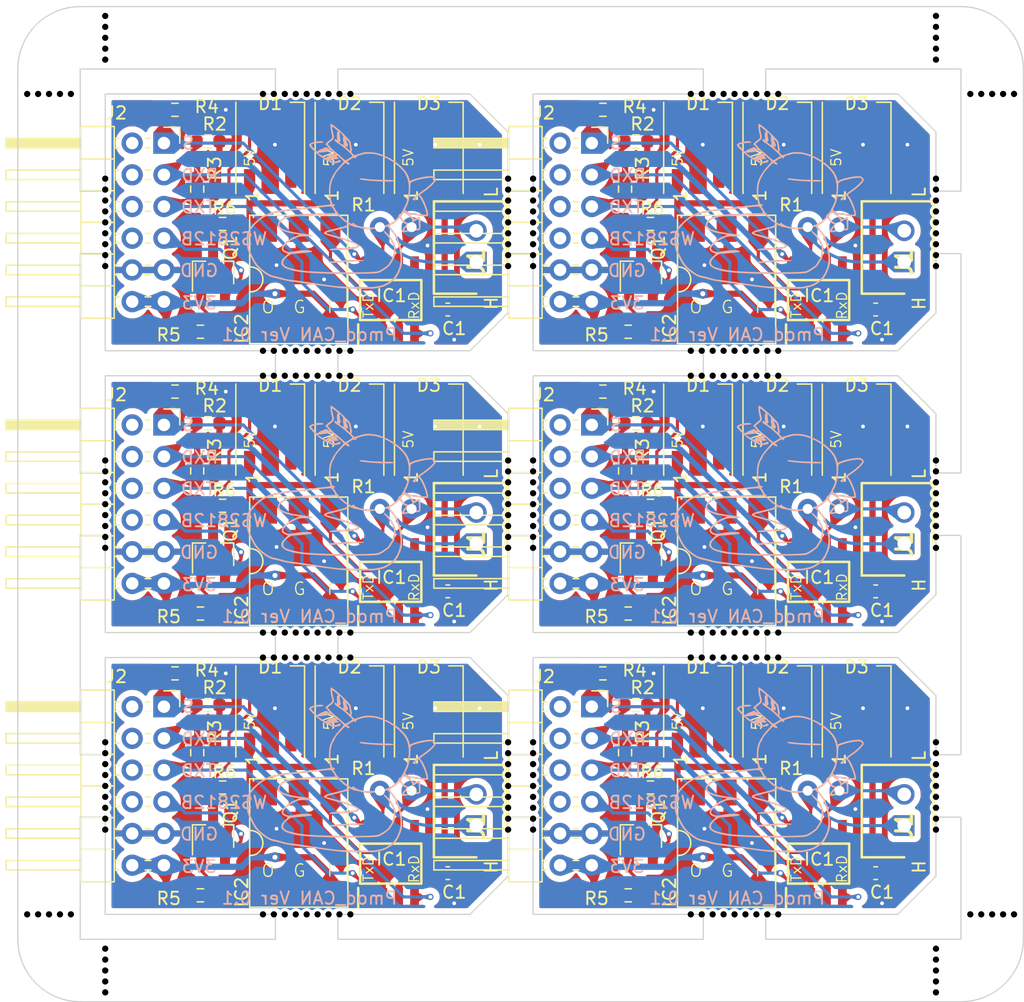
<source format=kicad_pcb>
(kicad_pcb (version 20221018) (generator pcbnew)
  (layers (0 "F.Cu" signal) (31 "B.Cu" signal) (34 "B.Paste" user) (35 "F.Paste" user) (36 "B.SilkS" user "B.Silkscreen") (37 "F.SilkS" user "F.Silkscreen") (38 "B.Mask" user) (39 "F.Mask" user) (44 "Edge.Cuts" user))
  (net 0 "")
  (net 1 "Board_0-+3V3")
  (net 2 "Board_0-/+5V")
  (net 3 "Board_0-GND")
  (net 4 "Board_0-Net-(D1-DIN)")
  (net 5 "Board_0-Net-(D1-DOUT)")
  (net 6 "Board_0-Net-(D2-DOUT)")
  (net 7 "Board_0-Net-(IC1-CANH)")
  (net 8 "Board_0-Net-(IC1-CANL)")
  (net 9 "Board_0-Net-(IC1-RXD)")
  (net 10 "Board_0-Net-(IC1-S)")
  (net 11 "Board_0-Net-(IC1-TXD)")
  (net 12 "Board_0-Net-(J2-Pin_4)")
  (net 13 "Board_0-Net-(Q1-B)")
  (net 14 "Board_0-unconnected-(D3-DOUT-Pad2)")
  (net 15 "Board_0-unconnected-(J2-Pin_10-Pad10)")
  (net 16 "Board_0-unconnected-(J2-Pin_7-Pad7)")
  (net 17 "Board_0-unconnected-(J2-Pin_8-Pad8)")
  (net 18 "Board_0-unconnected-(J2-Pin_9-Pad9)")
  (net 19 "Board_1-+3V3")
  (net 20 "Board_1-/+5V")
  (net 21 "Board_1-GND")
  (net 22 "Board_1-Net-(D1-DIN)")
  (net 23 "Board_1-Net-(D1-DOUT)")
  (net 24 "Board_1-Net-(D2-DOUT)")
  (net 25 "Board_1-Net-(IC1-CANH)")
  (net 26 "Board_1-Net-(IC1-CANL)")
  (net 27 "Board_1-Net-(IC1-RXD)")
  (net 28 "Board_1-Net-(IC1-S)")
  (net 29 "Board_1-Net-(IC1-TXD)")
  (net 30 "Board_1-Net-(J2-Pin_4)")
  (net 31 "Board_1-Net-(Q1-B)")
  (net 32 "Board_1-unconnected-(D3-DOUT-Pad2)")
  (net 33 "Board_1-unconnected-(J2-Pin_10-Pad10)")
  (net 34 "Board_1-unconnected-(J2-Pin_7-Pad7)")
  (net 35 "Board_1-unconnected-(J2-Pin_8-Pad8)")
  (net 36 "Board_1-unconnected-(J2-Pin_9-Pad9)")
  (net 37 "Board_2-+3V3")
  (net 38 "Board_2-/+5V")
  (net 39 "Board_2-GND")
  (net 40 "Board_2-Net-(D1-DIN)")
  (net 41 "Board_2-Net-(D1-DOUT)")
  (net 42 "Board_2-Net-(D2-DOUT)")
  (net 43 "Board_2-Net-(IC1-CANH)")
  (net 44 "Board_2-Net-(IC1-CANL)")
  (net 45 "Board_2-Net-(IC1-RXD)")
  (net 46 "Board_2-Net-(IC1-S)")
  (net 47 "Board_2-Net-(IC1-TXD)")
  (net 48 "Board_2-Net-(J2-Pin_4)")
  (net 49 "Board_2-Net-(Q1-B)")
  (net 50 "Board_2-unconnected-(D3-DOUT-Pad2)")
  (net 51 "Board_2-unconnected-(J2-Pin_10-Pad10)")
  (net 52 "Board_2-unconnected-(J2-Pin_7-Pad7)")
  (net 53 "Board_2-unconnected-(J2-Pin_8-Pad8)")
  (net 54 "Board_2-unconnected-(J2-Pin_9-Pad9)")
  (net 55 "Board_3-+3V3")
  (net 56 "Board_3-/+5V")
  (net 57 "Board_3-GND")
  (net 58 "Board_3-Net-(D1-DIN)")
  (net 59 "Board_3-Net-(D1-DOUT)")
  (net 60 "Board_3-Net-(D2-DOUT)")
  (net 61 "Board_3-Net-(IC1-CANH)")
  (net 62 "Board_3-Net-(IC1-CANL)")
  (net 63 "Board_3-Net-(IC1-RXD)")
  (net 64 "Board_3-Net-(IC1-S)")
  (net 65 "Board_3-Net-(IC1-TXD)")
  (net 66 "Board_3-Net-(J2-Pin_4)")
  (net 67 "Board_3-Net-(Q1-B)")
  (net 68 "Board_3-unconnected-(D3-DOUT-Pad2)")
  (net 69 "Board_3-unconnected-(J2-Pin_10-Pad10)")
  (net 70 "Board_3-unconnected-(J2-Pin_7-Pad7)")
  (net 71 "Board_3-unconnected-(J2-Pin_8-Pad8)")
  (net 72 "Board_3-unconnected-(J2-Pin_9-Pad9)")
  (net 73 "Board_4-+3V3")
  (net 74 "Board_4-/+5V")
  (net 75 "Board_4-GND")
  (net 76 "Board_4-Net-(D1-DIN)")
  (net 77 "Board_4-Net-(D1-DOUT)")
  (net 78 "Board_4-Net-(D2-DOUT)")
  (net 79 "Board_4-Net-(IC1-CANH)")
  (net 80 "Board_4-Net-(IC1-CANL)")
  (net 81 "Board_4-Net-(IC1-RXD)")
  (net 82 "Board_4-Net-(IC1-S)")
  (net 83 "Board_4-Net-(IC1-TXD)")
  (net 84 "Board_4-Net-(J2-Pin_4)")
  (net 85 "Board_4-Net-(Q1-B)")
  (net 86 "Board_4-unconnected-(D3-DOUT-Pad2)")
  (net 87 "Board_4-unconnected-(J2-Pin_10-Pad10)")
  (net 88 "Board_4-unconnected-(J2-Pin_7-Pad7)")
  (net 89 "Board_4-unconnected-(J2-Pin_8-Pad8)")
  (net 90 "Board_4-unconnected-(J2-Pin_9-Pad9)")
  (net 91 "Board_5-+3V3")
  (net 92 "Board_5-/+5V")
  (net 93 "Board_5-GND")
  (net 94 "Board_5-Net-(D1-DIN)")
  (net 95 "Board_5-Net-(D1-DOUT)")
  (net 96 "Board_5-Net-(D2-DOUT)")
  (net 97 "Board_5-Net-(IC1-CANH)")
  (net 98 "Board_5-Net-(IC1-CANL)")
  (net 99 "Board_5-Net-(IC1-RXD)")
  (net 100 "Board_5-Net-(IC1-S)")
  (net 101 "Board_5-Net-(IC1-TXD)")
  (net 102 "Board_5-Net-(J2-Pin_4)")
  (net 103 "Board_5-Net-(Q1-B)")
  (net 104 "Board_5-unconnected-(D3-DOUT-Pad2)")
  (net 105 "Board_5-unconnected-(J2-Pin_10-Pad10)")
  (net 106 "Board_5-unconnected-(J2-Pin_7-Pad7)")
  (net 107 "Board_5-unconnected-(J2-Pin_8-Pad8)")
  (net 108 "Board_5-unconnected-(J2-Pin_9-Pad9)")
  (footprint "NPTH" (layer "F.Cu") (at 147.5 85.06)
    (fp_text reference "KiKit_MB_18_8" hide)
    (fp_text value "NPTH" hide)
  )
  (footprint "NPTH" (layer "F.Cu") (at 115.242 24.25)
    (fp_text reference "KiKit_MB_25_7" hide)
    (fp_text value "NPTH" hide)
  )
  (footprint "NPTH" (layer "F.Cu") (at 129.621 47.574)
    (fp_text reference "KiKit_MB_4_7" hide)
    (fp_text value "NPTH" hide)
  )
  (footprint "NPTH" (layer "F.Cu") (at 164.754 72.148)
    (fp_text reference "KiKit_MB_23_4" hide)
    (fp_text value "NPTH" hide)
  )
  (footprint "NPTH" (layer "F.Cu") (at 168.254 47.574)
    (fp_text reference "KiKit_MB_8_2" hide)
    (fp_text value "NPTH" hide)
  )
  (footprint "NPTH" (layer "F.Cu") (at 181.758 37.287)
    (fp_text reference "KiKit_MB_6_5" hide)
    (fp_text value "NPTH" hide)
  )
  (footprint "NPTH" (layer "F.Cu") (at 115.242 40.787)
    (fp_text reference "KiKit_MB_1_1" hide)
    (fp_text value "NPTH" hide)
  )
  (footprint "NPTH" (layer "F.Cu") (at 133.996 47.574)
    (fp_text reference "KiKit_MB_4_2" hide)
    (fp_text value "NPTH" hide)
  )
  (footprint "NPTH" (layer "F.Cu") (at 167.379 49.574)
    (fp_text reference "KiKit_MB_15_7" hide)
    (fp_text value "NPTH" hide)
  )
  (footprint "Resistor_SMD:R_0603_1608Metric_Pad0.98x0.95mm_HandSolder" (layer "F.Cu") (at 123.4735 53.384)
    (fp_text reference "R2")
    (fp_text value "R")
  )
  (footprint "NPTH" (layer "F.Cu") (at 181.758 79.81)
    (fp_text reference "KiKit_MB_22_2" hide)
    (fp_text value "NPTH" hide)
  )
  (footprint "NPTH" (layer "F.Cu") (at 149.5 39.037)
    (fp_text reference "KiKit_MB_5_3" hide)
    (fp_text value "NPTH" hide)
  )
  (footprint "Resistor_SMD:R_0603_1608Metric_Pad0.98x0.95mm_HandSolder" (layer "F.Cu") (at 158.898 37.414)
    (fp_text reference "R6")
    (fp_text value "10k")
  )
  (footprint "Resistor_SMD:R_0603_1608Metric_Pad0.98x0.95mm_HandSolder" (layer "F.Cu") (at 158.898 82.562)
    (fp_text reference "R6")
    (fp_text value "10k")
  )
  (footprint "Resistor_SMD:R_0603_1608Metric_Pad0.98x0.95mm_HandSolder" (layer "F.Cu") (at 124.64 37.414)
    (fp_text reference "R6")
    (fp_text value "10k")
  )
  (footprint "Resistor_SMD:R_0603_1608Metric_Pad0.98x0.95mm_HandSolder" (layer "F.Cu") (at 157.12 68.624)
    (fp_text reference "R5")
    (fp_text value "4.7k")
  )
  (footprint "NPTH" (layer "F.Cu") (at 147.5 39.912)
    (fp_text reference "KiKit_MB_2_8" hide)
    (fp_text value "NPTH" hide)
  )
  (footprint "Resistor_SMD:R_0603_1608Metric_Pad0.98x0.95mm_HandSolder" (layer "F.Cu") (at 156.866 34.62 90)
    (fp_text reference "R3")
    (fp_text value "R")
  )
  (footprint "NPTH" (layer "F.Cu") (at 147.5 34.662)
    (fp_text reference "KiKit_MB_2_2" hide)
    (fp_text value "NPTH" hide)
  )
  (footprint "NPTH" (layer "F.Cu") (at 165.629 49.574)
    (fp_text reference "KiKit_MB_15_5" hide)
    (fp_text value "NPTH" hide)
  )
  (footprint "NPTH" (layer "F.Cu") (at 169.129 47.574)
    (fp_text reference "KiKit_MB_8_1" hide)
    (fp_text value "NPTH" hide)
  )
  (footprint "NPTH" (layer "F.Cu") (at 115.242 33.787)
    (fp_text reference "KiKit_MB_1_9" hide)
    (fp_text value "NPTH" hide)
  )
  (footprint "NPTH" (layer "F.Cu") (at 181.758 23.375)
    (fp_text reference "KiKit_MB_26_6" hide)
    (fp_text value "NPTH" hide)
  )
  (footprint "Resistor_SMD:R_0603_1608Metric_Pad0.98x0.95mm_HandSolder" (layer "F.Cu") (at 157.7315 75.958)
    (fp_text reference "R2")
    (fp_text value "R")
  )
  (footprint "NPTH" (layer "F.Cu") (at 181.758 58.986)
    (fp_text reference "KiKit_MB_14_4" hide)
    (fp_text value "NPTH" hide)
  )
  (footprint "Capacitor_SMD:C_0603_1608Metric_Pad1.08x0.95mm_HandSolder" (layer "F.Cu") (at 142.674 66.846 180)
    (fp_text reference "C1")
    (fp_text value "0.1u")
  )
  (footprint "NPTH" (layer "F.Cu") (at 115.242 98.097)
    (fp_text reference "KiKit_MB_27_6" hide)
    (fp_text value "NPTH" hide)
  )
  (footprint "Library:AE-XC9306-5V0" (layer "F.Cu") (at 164.994 41.859 90)
    (fp_text reference "IC2")
    (fp_text value "AE_XC9306-5V0")
  )
  (footprint "NPTH" (layer "F.Cu") (at 132.246 49.574)
    (fp_text reference "KiKit_MB_11_6" hide)
    (fp_text value "NPTH" hide)
  )
  (footprint "SamacSys_Parts:SOIC127P600X175-8N" (layer "F.Cu") (at 172.36 88.658 90)
    (fp_text reference "IC1")
    (fp_text value "TJA1441AT" hide)
  )
  (footprint "NPTH" (layer "F.Cu") (at 109.867 27)
    (fp_text reference "KiKit_MB_29_4" hide)
    (fp_text value "NPTH" hide)
  )
  (footprint "NPTH" (layer "F.Cu") (at 147.5 58.986)
    (fp_text reference "KiKit_MB_10_4" hide)
    (fp_text value "NPTH" hide)
  )
  (footprint "NPTH" (layer "F.Cu") (at 133.996 92.722)
    (fp_text reference "KiKit_MB_20_2" hide)
    (fp_text value "NPTH" hide)
  )
  (footprint "NPTH" (layer "F.Cu") (at 132.246 92.722)
    (fp_text reference "KiKit_MB_20_4" hide)
    (fp_text value "NPTH" hide)
  )
  (footprint "NPTH" (layer "F.Cu") (at 181.758 62.486)
    (fp_text reference "KiKit_MB_14_8" hide)
    (fp_text value "NPTH" hide)
  )
  (footprint "NPTH" (layer "F.Cu") (at 128.746 47.574)
    (fp_text reference "KiKit_MB_4_8" hide)
    (fp_text value "NPTH" hide)
  )
  (footprint "NPTH" (layer "F.Cu") (at 133.996 70.148)
    (fp_text reference "KiKit_MB_12_2" hide)
    (fp_text value "NPTH" hide)
  )
  (footprint "NPTH" (layer "F.Cu") (at 162.129 27)
    (fp_text reference "KiKit_MB_7_1" hide)
    (fp_text value "NPTH" hide)
  )
  (footprint "NPTH" (layer "F.Cu") (at 186.258 27)
    (fp_text reference "KiKit_MB_31_5" hide)
    (fp_text value "NPTH" hide)
  )
  (footprint "NPTH" (layer "F.Cu") (at 181.758 63.361)
    (fp_text reference "KiKit_MB_14_9" hide)
    (fp_text value "NPTH" hide)
  )
  (footprint "Resistor_THT:R_Axial_DIN0309_L9.0mm_D3.2mm_P2.54mm_Vertical" (layer "F.Cu") (at 171.49 82.816)
    (fp_text reference "R1")
    (fp_text value "120")
  )
  (footprint "NPTH" (layer "F.Cu") (at 149.5 38.162)
    (fp_text reference "KiKit_MB_5_4" hide)
    (fp_text value "NPTH" hide)
  )
  (footprint "NPTH" (layer "F.Cu") (at 149.5 60.736)
    (fp_text reference "KiKit_MB_13_4" hide)
    (fp_text value "NPTH" hide)
  )
  (footprint "NPTH" (layer "F.Cu") (at 163.879 49.574)
    (fp_text reference "KiKit_MB_15_3" hide)
    (fp_text value "NPTH" hide)
  )
  (footprint "NPTH" (layer "F.Cu") (at 127.871 70.148)
    (fp_text reference "KiKit_MB_12_9" hide)
    (fp_text value "NPTH" hide)
  )
  (footprint "NPTH" (layer "F.Cu") (at 132.246 70.148)
    (fp_text reference "KiKit_MB_12_4" hide)
    (fp_text value "NPTH" hide)
  )
  (footprint "SamacSys_Parts:SOIC127P600X175-8N" (layer "F.Cu") (at 138.102 88.658 90)
    (fp_text reference "IC1")
    (fp_text value "TJA1441AT" hide)
  )
  (footprint "NPTH" (layer "F.Cu") (at 181.758 21.625)
    (fp_text reference "KiKit_MB_26_4" hide)
    (fp_text value "NPTH" hide)
  )
  (footprint "NPTH" (layer "F.Cu") (at 115.242 37.287)
    (fp_text reference "KiKit_MB_1_5" hide)
    (fp_text value "NPTH" hide)
  )
  (footprint "NPTH" (layer "F.Cu") (at 115.242 35.537)
    (fp_text reference "KiKit_MB_1_7" hide)
    (fp_text value "NPTH" hide)
  )
  (footprint "NPTH" (layer "F.Cu") (at 147.5 58.111)
    (fp_text reference "KiKit_MB_10_3" hide)
    (fp_text value "NPTH" hide)
  )
  (footprint "NPTH" (layer "F.Cu") (at 131.371 49.574)
    (fp_text reference "KiKit_MB_11_5" hide)
    (fp_text value "NPTH" hide)
  )
  (footprint "LED_SMD:LED_WS2812B_PLCC4_5.0x5.0mm_P3.2mm" (layer "F.Cu") (at 134.8 76.466 90)
    (fp_text reference "D2")
    (fp_text value "WS2812B")
  )
  (footprint "NPTH" (layer "F.Cu") (at 147.5 85.935)
    (fp_text reference "KiKit_MB_18_9" hide)
    (fp_text value "NPTH" hide)
  )
  (footprint "MyLibrary:Pmod" (layer "F.Cu") (at 119.941 30.937)
    (fp_text reference "J2")
    (fp_text value "Pmod_Header" hide)
  )
  (footprint "NPTH" (layer "F.Cu") (at 181.758 34.662)
    (fp_text reference "KiKit_MB_6_2" hide)
    (fp_text value "NPTH" hide)
  )
  (footprint "NPTH" (layer "F.Cu") (at 181.758 57.236)
    (fp_text reference "KiKit_MB_14_2" hide)
    (fp_text value "NPTH" hide)
  )
  (footprint "MyLibrary:Pmod" (layer "F.Cu") (at 154.199 76.085)
    (fp_text reference "J2")
    (fp_text value "Pmod_Header" hide)
  )
  (footprint "NPTH" (layer "F.Cu") (at 165.629 27)
    (fp_text reference "KiKit_MB_7_5" hide)
    (fp_text value "NPTH" hide)
  )
  (footprint "Package_TO_SOT_SMD:SC-59_Handsoldering" (layer "F.Cu") (at 158.136 63.924 90)
    (fp_text reference "Q1")
    (fp_text value "Q_NPN_BEC")
  )
  (footprint "NPTH" (layer "F.Cu") (at 169.129 49.574)
    (fp_text reference "KiKit_MB_15_9" hide)
    (fp_text value "NPTH" hide)
  )
  (footprint "NPTH" (layer "F.Cu") (at 127.871 49.574)
    (fp_text reference "KiKit_MB_11_1" hide)
    (fp_text value "NPTH" hide)
  )
  (footprint "NPTH" (layer "F.Cu") (at 149.5 83.31)
    (fp_text reference "KiKit_MB_21_4" hide)
    (fp_text value "NPTH" hide)
  )
  (footprint "NPTH" (layer "F.Cu") (at 147.5 35.537)
    (fp_text reference "KiKit_MB_2_3" hide)
    (fp_text value "NPTH" hide)
  )
  (footprint "NPTH" (layer "F.Cu") (at 115.242 98.972)
    (fp_text reference "KiKit_MB_27_7" hide)
    (fp_text value "NPTH" hide)
  )
  (footprint "NPTH" (layer "F.Cu") (at 184.508 27)
    (fp_text reference "KiKit_MB_31_3" hide)
    (fp_text value "NPTH" hide)
  )
  (footprint "NPTH" (layer "F.Cu") (at 181.758 39.912)
    (fp_text reference "KiKit_MB_6_8" hide)
    (fp_text value "NPTH" hide)
  )
  (footprint "NPTH" (layer "F.Cu") (at 149.5 59.861)
    (fp_text reference "KiKit_MB_13_5" hide)
    (fp_text value "NPTH" hide)
  )
  (footprint "NPTH" (layer "F.Cu") (at 162.129 70.148)
    (fp_text reference "KiKit_MB_16_9" hide)
    (fp_text value "NPTH" hide)
  )
  (footprint "NPTH" (layer "F.Cu") (at 128.746 92.722)
    (fp_text reference "KiKit_MB_20_8" hide)
    (fp_text value "NPTH" hide)
  )
  (footprint "NPTH" (layer "F.Cu") (at 163.879 92.722)
    (fp_text reference "KiKit_MB_24_7" hide)
    (fp_text value "NPTH" hide)
  )
  (footprint "NPTH" (layer "F.Cu") (at 162.129 49.574)
    (fp_text reference "KiKit_MB_15_1" hide)
    (fp_text value "NPTH" hide)
  )
  (footprint "NPTH" (layer "F.Cu") (at 115.242 97.222)
    (fp_text reference "KiKit_MB_27_5" hide)
    (fp_text value "NPTH" hide)
  )
  (footprint "NPTH" (layer "F.Cu") (at 165.629 47.574)
    (fp_text reference "KiKit_MB_8_5" hide)
    (fp_text value "NPTH" hide)
  )
  (footprint "MyLibrary:Pmod" (layer "F.Cu") (at 119.941 76.085)
    (fp_text reference "J2")
    (fp_text value "Pmod_Header" hide)
  )
  (footprint "Resistor_THT:R_Axial_DIN0309_L9.0mm_D3.2mm_P2.54mm_Vertical" (layer "F.Cu") (at 137.232 37.668)
    (fp_text reference "R1")
    (fp_text value "120")
  )
  (footprint "NPTH" (layer "F.Cu") (at 149.5 34.662)
    (fp_text reference "KiKit_MB_5_8" hide)
    (fp_text value "NPTH" hide)
  )
  (footprint "LED_SMD:LED_WS2812B_PLCC4_5.0x5.0mm_P3.2mm" (layer "F.Cu") (at 169.058 31.318 90)
    (fp_text reference "D2")
    (fp_text value "WS2812B")
  )
  (footprint "Resistor_SMD:R_0603_1608Metric_Pad0.98x0.95mm_HandSolder" (layer "F.Cu") (at 155.088 73.418)
    (fp_text reference "R4")
    (fp_text value "R")
  )
  (footprint "NPTH" (layer "F.Cu") (at 129.621 27)
    (fp_text reference "KiKit_MB_3_3" hide)
    (fp_text value "NPTH" hide)
  )
  (footprint "NPTH" (layer "F.Cu") (at 132.246 72.148)
    (fp_text reference "KiKit_MB_19_6" hide)
    (fp_text value "NPTH" hide)
  )
  (footprint "NPTH" (layer "F.Cu") (at 187.133 92.722)
    (fp_text reference "KiKit_MB_32_6" hide)
    (fp_text value "NPTH" hide)
  )
  (footprint "NPTH" (layer "F.Cu") (at 115.242 36.412)
    (fp_text reference "KiKit_MB_1_6" hide)
    (fp_text value "NPTH" hide)
  )
  (footprint "NPTH" (layer "F.Cu") (at 133.996 27)
    (fp_text reference "KiKit_MB_3_8" hide)
    (fp_text value "NPTH" hide)
  )
  (footprint "NPTH" (layer "F.Cu") (at 147.5 33.787)
    (fp_text reference "KiKit_MB_2_1" hide)
    (fp_text value "NPTH" hide)
  )
  (footprint "NPTH" (layer "F.Cu") (at 115.242 82.435)
    (fp_text reference "KiKit_MB_17_5" hide)
    (fp_text value "NPTH" hide)
  )
  (footprint "NPTH" (layer "F.Cu") (at 149.5 61.611)
    (fp_text reference "KiKit_MB_13_3" hide)
    (fp_text value "NPTH" hide)
  )
  (footprint "NPTH" (layer "F.Cu") (at 129.621 49.574)
    (fp_text reference "KiKit_MB_11_3" hide)
    (fp_text value "NPTH" hide)
  )
  (footprint "NPTH" (layer "F.Cu") (at 149.5 62.486)
    (fp_text reference "KiKit_MB_13_2" hide)
    (fp_text value "NPTH" hide)
  )
  (footprint "NPTH" (layer "F.Cu") (at 149.5 84.185)
    (fp_text reference "KiKit_MB_21_3" hide)
    (fp_text value "NPTH" hide)
  )
  (footprint "NPTH" (layer "F.Cu") (at 134.871 92.722)
    (fp_text reference "KiKit_MB_20_1" hide)
    (fp_text value "NPTH" hide)
  )
  (footprint "NPTH" (layer "F.Cu") (at 134.871 27)
    (fp_text reference "KiKit_MB_3_9" hide)
    (fp_text value "NPTH" hide)
  )
  (footprint "NPTH" (layer "F.Cu") (at 110.742 27)
    (fp_text reference "KiKit_MB_29_5" hide)
    (fp_text value "NPTH" hide)
  )
  (footprint "NPTH" (layer "F.Cu") (at 181.758 95.472)
    (fp_text reference "KiKit_MB_28_3" hide)
    (fp_text value "NPTH" hide)
  )
  (footprint "SamacSys_Parts:SHDR2W64P0X250_1X2_740X575X700P" (layer "F.Cu") (at 144.96 63.036 90)
    (fp_text reference "J1")
    (fp_text value "B2B-XH-A_LF__SN_" hide)
  )
  (footprint "LED_SMD:LED_WS2812B_PLCC4_5.0x5.0mm_P3.2mm" (layer "F.Cu") (at 128.45 76.466 90)
    (fp_text reference "D1")
    (fp_text value "WS2812B")
  )
  (footprint "Resistor_SMD:R_0603_1608Metric_Pad0.98x0.95mm_HandSolder" (layer "F.Cu") (at 124.64 82.562)
    (fp_text reference "R6")
    (fp_text value "10k")
  )
  (footprint "NPTH" (layer "F.Cu") (at 115.242 80.685)
    (fp_text reference "KiKit_MB_17_7" hide)
    (fp_text value "NPTH" hide)
  )
  (footprint "Library:AE-XC9306-5V0" (layer "F.Cu") (at 130.736 87.007 90)
    (fp_text reference "IC2")
    (fp_text value "AE_XC9306-5V0")
  )
  (footprint "NPTH" (layer "F.Cu") (at 163.004 27)
    (fp_text reference "KiKit_MB_7_2" hide)
    (fp_text value "NPTH" hide)
  )
  (footprint "NPTH" (layer "F.Cu") (at 131.371 27)
    (fp_text reference "KiKit_MB_3_5" hide)
    (fp_text value "NPTH" hide)
  )
  (footprint "NPTH" (layer "F.Cu") (at 149.5 56.361)
    (fp_text reference "KiKit_MB_13_9" hide)
    (fp_text value "NPTH" hide)
  )
  (footprint "NPTH" (layer "F.Cu") (at 163.879 70.148)
    (fp_text reference "KiKit_MB_16_7" hide)
    (fp_text value "NPTH" hide)
  )
  (footprint "NPTH" (layer "F.Cu") (at 181.758 40.787)
    (fp_text reference "KiKit_MB_6_9" hide)
    (fp_text value "NPTH" hide)
  )
  (footprint "NPTH" (layer "F.Cu") (at 181.758 39.037)
    (fp_text reference "KiKit_MB_6_7" hide)
    (fp_text value "NPTH" hide)
  )
  (footprint "NPTH" (layer "F.Cu") (at 131.371 72.148)
    (fp_text reference "KiKit_MB_19_5" hide)
    (fp_text value "NPTH" hide)
  )
  (footprint "NPTH" (layer "F.Cu") (at 149.5 33.787)
    (fp_text reference "KiKit_MB_5_9" hide)
    (fp_text value "NPTH" hide)
  )
  (footprint "NPTH" (layer "F.Cu") (at 167.379 70.148)
    (fp_text reference "KiKit_MB_16_3" hide)
    (fp_text value "NPTH" hide)
  )
  (footprint "NPTH" (layer "F.Cu") (at 112.492 27)
    (fp_text reference "KiKit_MB_29_7" hide)
    (fp_text value "NPTH" hide)
  )
  (footprint "NPTH" (layer "F.Cu") (at 115.242 79.81)
    (fp_text reference "KiKit_MB_17_8" hide)
    (fp_text value "NPTH" hide)
  )
  (footprint "NPTH" (layer "F.Cu") (at 115.242 22.5)
    (fp_text reference "KiKit_MB_25_5" hide)
    (fp_text value "NPTH" hide)
  )
  (footprint "NPTH" (layer "F.Cu") (at 133.121 92.722)
    (fp_text reference "KiKit_MB_20_3" hide)
    (fp_text value "NPTH" hide)
  )
  (footprint "NPTH" (layer "F.Cu") (at 149.5 57.236)
    (fp_text reference "KiKit_MB_13_8" hide)
    (fp_text value "NPTH" hide)
  )
  (footprint "NPTH" (layer "F.Cu") (at 181.758 35.537)
    (fp_text reference "KiKit_MB_6_3" hide)
    (fp_text value "NPTH" hide)
  )
  (footprint "NPTH" (layer "F.Cu") (at 165.629 72.148)
    (fp_text reference "KiKit_MB_23_5" hide)
    (fp_text value "NPTH" hide)
  )
  (footprint "NPTH" (layer "F.Cu") (at 111.617 92.722)
    (fp_text reference "KiKit_MB_30_6" hide)
    (fp_text value "NPTH" hide)
  )
  (footprint "NPTH" (layer "F.Cu") (at 130.496 49.574)
    (fp_text reference "KiKit_MB_11_4" hide)
    (fp_text value "NPTH" hide)
  )
  (footprint "NPTH" (layer "F.Cu") (at 130.496 92.722)
    (fp_text reference "KiKit_MB_20_6" hide)
    (fp_text value "NPTH" hide)
  )
  (footprint "NPTH" (layer "F.Cu") (at 181.758 24.25)
    (fp_text reference "KiKit_MB_26_7" hide)
    (fp_text value "NPTH" hide)
  )
  (footprint "NPTH" (layer "F.Cu") (at 169.129 92.722)
    (fp_text reference "KiKit_MB_24_1" hide)
    (fp_text value "NPTH" hide)
  )
  (footprint "NPTH" (layer "F.Cu") (at 149.5 82.435)
    (fp_text reference "KiKit_MB_21_5" hide)
    (fp_text value "NPTH" hide)
  )
  (footprint "NPTH" (layer "F.Cu") (at 181.758 85.935)
    (fp_text reference "KiKit_MB_22_9" hide)
    (fp_text value "NPTH" hide)
  )
  (footprint "Resistor_SMD:R_0603_1608Metric_Pad0.98x0.95mm_HandSolder" (layer "F.Cu") (at 157.12 91.198)
    (fp_text reference "R5")
    (fp_text value "4.7k")
  )
  (footprint "NPTH" (layer "F.Cu") (at 133.996 72.148)
    (fp_text reference "KiKit_MB_19_8" hide)
    (fp_text value "NPTH" hide)
  )
  (footprint "NPTH" (layer "F.Cu") (at 166.504 49.574)
    (fp_text reference "KiKit_MB_15_6" hide)
    (fp_text value "NPTH" hide)
  )
  (footprint "Capacitor_SMD:C_0603_1608Metric_Pad1.08x0.95mm_HandSolder" (layer "F.Cu") (at 176.932 66.846 180)
    (fp_text reference "C1")
    (fp_text value "0.1u")
  )
  (footprint "NPTH" (layer "F.Cu") (at 164.754 27)
    (fp_text reference "KiKit_MB_7_4" hide)
    (fp_text value "NPTH" hide)
  )
  (footprint "LED_SMD:LED_WS2812B_PLCC4_5.0x5.0mm_P3.2mm" (layer "F.Cu") (at 175.408 31.318 90)
    (fp_text reference "D3")
    (fp_text value "WS2812B")
  )
  (footprint "Resistor_SMD:R_0603_1608Metric_Pad0.98x0.95mm_HandSolder" (layer "F.Cu") (at 120.83 50.844)
    (fp_text reference "R4")
    (fp_text value "R")
  )
  (footprint "Package_TO_SOT_SMD:SC-59_Handsoldering" (layer "F.Cu") (at 123.878 63.924 90)
    (fp_text reference "Q1")
    (fp_text value "Q_NPN_BEC")
  )
  (footprint "NPTH" (layer "F.Cu") (at 115.242 62.486)
    (fp_text reference "KiKit_MB_9_2" hide)
    (fp_text value "NPTH" hide)
  )
  (footprint "NPTH" (layer "F.Cu") (at 166.504 92.722)
    (fp_text reference "KiKit_MB_24_4" hide)
    (fp_text value "NPTH" hide)
  )
  (footprint "Resistor_SMD:R_0603_1608Metric_Pad0.98x0.95mm_HandSolder" (layer "F.Cu") (at 122.862 46.05)
    (fp_text reference "R5")
    (fp_text value "4.7k")
  )
  (footprint "NPTH" (layer "F.Cu") (at 181.758 98.972)
    (fp_text reference "KiKit_MB_28_7" hide)
    (fp_text value "NPTH" hide)
  )
  (footprint "LED_SMD:LED_WS2812B_PLCC4_5.0x5.0mm_P3.2mm" (layer "F.Cu") (at 141.15 76.466 90)
    (fp_text reference "D3")
    (fp_text value "WS2812B")
  )
  (footprint "SamacSys_Parts:SOIC127P600X175-8N" (layer "F.Cu") (at 172.36 43.51 90)
    (fp_text reference "IC1")
    (fp_text value "TJA1441AT" hide)
  )
  (footprint "Package_TO_SOT_SMD:SC-59_Handsoldering" (layer "F.Cu") (at 123.878 41.35 90)
    (fp_text reference "Q1")
    (fp_text value "Q_NPN_BEC")
  )
  (footprint "NPTH" (layer "F.Cu") (at 132.246 47.574)
    (fp_text reference "KiKit_MB_4_4" hide)
    (fp_text value "NPTH" hide)
  )
  (footprint "NPTH" (layer "F.Cu") (at 115.242 34.662)
    (fp_text reference "KiKit_MB_1_8" hide)
    (fp_text value "NPTH" hide)
  )
  (footprint "NPTH" (layer "F.Cu") (at 149.5 81.56)
    (fp_text reference "KiKit_MB_21_6" hide)
    (fp_text value "NPTH" hide)
  )
  (footprint "NPTH" (layer "F.Cu") (at 115.242 23.375)
    (fp_text reference "KiKit_MB_25_6" hide)
    (fp_text value "NPTH" hide)
  )
  (footprint "NPTH" (layer "F.Cu") (at 115.242 63.361)
    (fp_text reference "KiKit_MB_9_1" hide)
    (fp_text value "NPTH" hide)
  )
  (footprint "NPTH" (layer "F.Cu") (at 149.5 40.787)
    (fp_text reference "KiKit_MB_5_1" hide)
    (fp_text value "NPTH" hide)
  )
  (footprint "NPTH" (layer "F.Cu") (at 164.754 47.574)
    (fp_text reference "KiKit_MB_8_6" hide)
    (fp_text value "NPTH" hide)
  )
  (footprint "NPTH" (layer "F.Cu") (at 134.871 49.574)
    (fp_text reference "KiKit_MB_11_9" hide)
    (fp_text value "NPTH" hide)
  )
  (footprint "NPTH" (layer "F.Cu") (at 112.492 92.722)
    (fp_text reference "KiKit_MB_30_7" hide)
    (fp_text value "NPTH" hide)
  )
  (footprint "NPTH" (layer "F.Cu") (at 129.621 72.148)
    (fp_text reference "KiKit_MB_19_3" hide)
    (fp_text value "NPTH" hide)
  )
  (footprint "Resistor_SMD:R_0603_1608Metric_Pad0.98x0.95mm_HandSolder" (layer "F.Cu") (at 122.608 79.768 90)
    (fp_text reference "R3")
    (fp_text value "R")
  )
  (footprint "LED_SMD:LED_WS2812B_PLCC4_5.0x5.0mm_P3.2mm" (layer "F.Cu") (at 134.8 31.318 90)
    (fp_text reference "D2")
    (fp_text value "WS2812B")
  )
  (footprint "NPTH" (layer "F.Cu") (at 163.879 27)
    (fp_text reference "KiKit_MB_7_3" hide)
    (fp_text value "NPTH" hide)
  )
  (footprint "NPTH" (layer "F.Cu") (at 130.496 47.574)
    (fp_text reference "KiKit_MB_4_6" hide)
    (fp_text value "NPTH" hide)
  )
  (footprint "NPTH" (layer "F.Cu") (at 115.242 81.56)
    (fp_text reference "KiKit_MB_17_6" hide)
    (fp_text value "NPTH" hide)
  )
  (footprint "Resistor_SMD:R_0603_1608Metric_Pad0.98x0.95mm_HandSolder" (layer "F.Cu") (at 157.7315 53.384)
    (fp_text reference "R2")
    (fp_text value "R")
  )
  (footprint "NPTH" (layer "F.Cu") (at 128.746 70.148)
    (fp_text reference "KiKit_MB_12_8" hide)
    (fp_text value "NPTH" hide)
  )
  (footprint "NPTH" (layer "F.Cu") (at 147.5 36.412)
    (fp_text reference "KiKit_MB_2_4" hide)
    (fp_text value "NPTH" hide)
  )
  (footprint "NPTH" (layer "F.Cu") (at 147.5 79.81)
    (fp_text reference "KiKit_MB_18_2" hide)
    (fp_text value "NPTH" hide)
  )
  (footprint "NPTH" (layer "F.Cu") (at 181.758 98.097)
    (fp_text reference "KiKit_MB_28_6" hide)
    (fp_text value "NPTH" hide)
  )
  (footprint "NPTH" (layer "F.Cu") (at 134.871 70.148)
    (fp_text reference "KiKit_MB_12_1" hide)
    (fp_text value "NPTH" hide)
  )
  (footprint "NPTH" (layer "F.Cu") (at 147.5 59.861)
    (fp_text reference "KiKit_MB_10_5" hide)
    (fp_text value "NPTH" hide)
  )
  (footprint "NPTH" (layer "F.Cu") (at 181.758 84.185)
    (fp_text reference "KiKit_MB_22_7" hide)
    (fp_text value "NPTH" hide)
  )
  (footprint "NPTH" (layer "F.Cu") (at 168.254 72.148)
    (fp_text reference "KiKit_MB_23_8" hide)
    (fp_text value "NPTH" hide)
  )
  (footprint "NPTH" (layer "F.Cu") (at 133.121 49.574)
    (fp_text reference "KiKit_MB_11_7" hide)
    (fp_text value "NPTH" hide)
  )
  (footprint "NPTH" (layer "F.Cu") (at 149.5 39.912)
    (fp_text reference "KiKit_MB_5_2" hide)
    (fp_text value "NPTH" hide)
  )
  (footprint "NPTH" (layer "F.Cu") (at 149.5 36.412)
    (fp_text reference "KiKit_MB_5_6" hide)
    (fp_text value "NPTH" hide)
  )
  (footprint "Resistor_SMD:R_0603_1608Metric_Pad0.98x0.95mm_HandSolder" (layer "F.Cu") (at 158.898 59.988)
    (fp_text reference "R6")
    (fp_text value "10k")
  )
  (footprint "NPTH" (layer "F.Cu") (at 184.508 92.722)
    (fp_text reference "KiKit_MB_32_3" hide)
    (fp_text value "NPTH" hide)
  )
  (footprint "Resistor_SMD:R_0603_1608Metric_Pad0.98x0.95mm_HandSolder" (layer "F.Cu") (at 156.866 57.194 90)
    (fp_text reference "R3")
    (fp_text value "R")
  )
  (footprint "NPTH" (layer "F.Cu") (at 130.496 70.148)
    (fp_text reference "KiKit_MB_12_6" hide)
    (fp_text value "NPTH" hide)
  )
  (footprint "NPTH" (layer "F.Cu") (at 188.008 27)
    (fp_text reference "KiKit_MB_31_7" hide)
    (fp_text value "NPTH" hide)
  )
  (footprint "NPTH" (layer "F.Cu") (at 111.617 27)
    (fp_text reference "KiKit_MB_29_6" hide)
    (fp_text value "NPTH" hide)
  )
  (footprint "NPTH" (layer "F.Cu") (at 169.129 27)
    (fp_text reference "KiKit_MB_7_9" hide)
    (fp_text value "NPTH" hide)
  )
  (footprint "NPTH" (layer "F.Cu") (at 115.242 57.236)
    (fp_text reference "KiKit_MB_9_8" hide)
    (fp_text value "NPTH" hide)
  )
  (footprint "NPTH" (layer "F.Cu") (at 167.379 92.722)
    (fp_text reference "KiKit_MB_24_3" hide)
    (fp_text value "NPTH" hide)
  )
  (footprint "NPTH" (layer "F.Cu") (at 166.504 72.148)
    (fp_text reference "KiKit_MB_23_6" hide)
    (fp_text value "NPTH" hide)
  )
  (footprint "NPTH" (layer "F.Cu") (at 162.129 47.574)
    (fp_text reference "KiKit_MB_8_9" hide)
    (fp_text value "NPTH" hide)
  )
  (footprint "NPTH" (layer "F.Cu") (at 129.621 92.722)
    (fp_text reference "KiKit_MB_20_7" hide)
    (fp_text value "NPTH" hide)
  )
  (footprint "NPTH" (layer "F.Cu") (at 115.242 39.912)
    (fp_text reference "KiKit_MB_1_2" hide)
    (fp_text value "NPTH" hide)
  )
  (footprint "MyLibrary:Pmod" (layer "F.Cu") (at 154.199 30.937)
    (fp_text reference "J2")
    (fp_text value "Pmod_Header" hide)
  )
  (footprint "NPTH" (layer "F.Cu") (at 188.008 92.722)
    (fp_text reference "KiKit_MB_32_7" hide)
    (fp_text value "NPTH" hide)
  )
  (footprint "NPTH" (layer "F.Cu") (at 163.879 72.148)
    (fp_text reference "KiKit_MB_23_3" hide)
    (fp_text value "NPTH" hide)
  )
  (footprint "NPTH" (layer "F.Cu") (at 181.758 78.935)
    (fp_text reference "KiKit_MB_22_1" hide)
    (fp_text value "NPTH" hide)
  )
  (footprint "NPTH" (layer "F.Cu") (at 133.996 49.574)
    (fp_text reference "KiKit_MB_11_8" hide)
    (fp_text value "NPTH" hide)
  )
  (footprint "SamacSys_Parts:SHDR2W64P0X250_1X2_740X575X700P" (layer "F.Cu") (at 179.218 85.61 90)
    (fp_text reference "J1")
    (fp_text value "B2B-XH-A_LF__SN_" hide)
  )
  (footprint "Library:AE-XC9306-5V0" (layer "F.Cu") (at 130.736 41.859 90)
    (fp_text reference "IC2")
    (fp_text value "AE_XC9306-5V0")
  )
  (footprint "NPTH" (layer "F.Cu") (at 166.504 27)
    (fp_text reference "KiKit_MB_7_6" hide)
    (fp_text value "NPTH" hide)
  )
  (footprint "NPTH" (layer "F.Cu") (at 163.004 92.722)
    (fp_text reference "KiKit_MB_24_8" hide)
    (fp_text value "NPTH" hide)
  )
  (footprint "NPTH" (layer "F.Cu") (at 168.254 27)
    (fp_text reference "KiKit_MB_7_8" hide)
    (fp_text value "NPTH" hide)
  )
  (footprint "NPTH" (layer "F.Cu") (at 115.242 38.162)
    (fp_text reference "KiKit_MB_1_4" hide)
    (fp_text value "NPTH" hide)
  )
  (footprint "SamacSys_Parts:SOIC127P600X175-8N" (layer "F.Cu") (at 172.36 66.084 90)
    (fp_text reference "IC1")
    (fp_text value "TJA1441AT" hide)
  )
  (footprint "NPTH" (layer "F.Cu") (at 181.758 56.361)
    (fp_text reference "KiKit_MB_14_1" hide)
    (fp_text value "NPTH" hide)
  )
  (footprint "NPTH" (layer "F.Cu") (at 167.379 72.148)
    (fp_text reference "KiKit_MB_23_7" hide)
    (fp_text value "NPTH" hide)
  )
  (footprint "LED_SMD:LED_WS2812B_PLCC4_5.0x5.0mm_P3.2mm" (layer "F.Cu") (at 175.408 76.466 90)
    (fp_text reference "D3")
    (fp_text value "WS2812B")
  )
  (footprint "NPTH" (layer "F.Cu") (at 147.5 84.185)
    (fp_text reference "KiKit_MB_18_7" hide)
    (fp_text value "NPTH" hide)
  )
  (footprint "NPTH" (layer "F.Cu") (at 181.758 33.787)
    (fp_text reference "KiKit_MB_6_1" hide)
    (fp_text value "NPTH" hide)
  )
  (footprint "NPTH" (layer "F.Cu") (at 134.871 47.574)
    (fp_text reference "KiKit_MB_4_1" hide)
    (fp_text value "NPTH" hide)
  )
  (footprint "NPTH" (layer "F.Cu") (at 115.242 39.037)
    (fp_text reference "KiKit_MB_1_3" hide)
    (fp_text value "NPTH" hide)
  )
  (footprint "Resistor_SMD:R_0603_1608Metric_Pad0.98x0.95mm_HandSolder" (layer "F.Cu") (at 123.4735 75.958)
    (fp_text reference "R2")
    (fp_text value "R")
  )
  (footprint "NPTH" (layer "F.Cu") (at 163.879 47.574)
    (fp_text reference "KiKit_MB_8_7" hide)
    (fp_text value "NPTH" hide)
  )
  (footprint "NPTH" (layer "F.Cu") (at 164.754 92.722)
    (fp_text reference "KiKit_MB_24_6" hide)
    (fp_text value "NPTH" hide)
  )
  (footprint "NPTH" (layer "F.Cu") (at 181.758 59.861)
    (fp_text reference "KiKit_MB_14_5" hide)
    (fp_text value "NPTH" hide)
  )
  (footprint "Resistor_THT:R_Axial_DIN0309_L9.0mm_D3.2mm_P2.54mm_Vertical" (layer "F.Cu") (at 137.232 82.816)
    (fp_text reference "R1")
    (fp_text value "120")
  )
  (footprint "NPTH" (layer "F.Cu") (at 149.5 78.935)
    (fp_text reference "KiKit_MB_21_9" hide)
    (fp_text value "NPTH" hide)
  )
  (footprint "NPTH" (layer "F.Cu") (at 115.242 78.935)
    (fp_text reference "KiKit_MB_17_9" hide)
    (fp_text value "NPTH" hide)
  )
  (footprint "NPTH" (layer "F.Cu") (at 181.758 61.611)
    (fp_text reference "KiKit_MB_14_7" hide)
    (fp_text value "NPTH" hide)
  )
  (footprint "NPTH" (layer "F.Cu") (at 164.754 49.574)
    (fp_text reference "KiKit_MB_15_4" hide)
    (fp_text value "NPTH" hide)
  )
  (footprint "NPTH" (layer "F.Cu") (at 181.758 97.222)
    (fp_text reference "KiKit_MB_28_5" hide)
    (fp_text value "NPTH" hide)
  )
  (footprint "NPTH" (layer "F.Cu") (at 149.5 63.361)
    (fp_text reference "KiKit_MB_13_1" hide)
    (fp_text value "NPTH" hide)
  )
  (footprint "NPTH" (layer "F.Cu") (at 149.5 79.81)
    (fp_text reference "KiKit_MB_21_8" hide)
    (fp_text value "NPTH" hide)
  )
  (footprint "SamacSys_Parts:SHDR2W64P0X250_1X2_740X575X700P" (layer "F.Cu") (at 144.96 40.462 90)
    (fp_text reference "J1")
    (fp_text value "B2B-XH-A_LF__SN_" hide)
  )
  (footprint "NPTH" (layer "F.Cu") (at 108.992 27)
    (fp_text reference "KiKit_MB_29_3" hide)
    (fp_text value "NPTH" hide)
  )
  (footprint "NPTH" (layer "F.Cu") (at 115.242 95.472)
    (fp_text reference "KiKit_MB_27_3" hide)
    (fp_text value "NPTH" hide)
  )
  (footprint "Library:AE-XC9306-5V0" (layer "F.Cu") (at 164.994 87.007 90)
    (fp_text reference "IC2")
    (fp_text value "AE_XC9306-5V0")
  )
  (footprint "Capacitor_SMD:C_0603_1608Metric_Pad1.08x0.95mm_HandSolder" (layer "F.Cu") (at 176.932 89.42 180)
    (fp_text reference "C1")
    (fp_text value "0.1u")
  )
  (footprint "Capacitor_SMD:C_0603_1608Metric_Pad1.08x0.95mm_HandSolder" (layer "F.Cu") (at 142.674 89.42 180)
    (fp_text reference "C1")
    (fp_text value "0.1u")
  )
  (footprint "NPTH" (layer "F.Cu") (at 147.5 83.31)
    (fp_text reference "KiKit_MB_18_6" hide)
    (fp_text value "NPTH" hide)
  )
  (footprint "Resistor_SMD:R_0603_1608Metric_Pad0.98x0.95mm_HandSolder" (layer "F.Cu") (at 120.83 73.418)
    (fp_text reference "R4")
    (fp_text value "R")
  )
  (footprint "NPTH" (layer "F.Cu") (at 147.5 78.935)
    (fp_text reference "KiKit_MB_18_1" hide)
    (fp_text value "NPTH" hide)
  )
  (footprint "NPTH" (layer "F.Cu") (at 147.5 82.435)
    (fp_text reference "KiKit_MB_18_5" hide)
    (fp_text value "NPTH" hide)
  )
  (footprint "NPTH" (layer "F.Cu") (at 115.242 21.625)
    (fp_text reference "KiKit_MB_25_4" hide)
    (fp_text value "NPTH" hide)
  )
  (footprint "Capacitor_SMD:C_0603_1608Metric_Pad1.08x0.95mm_HandSolder" (layer "F.Cu") (at 176.932 44.272 180)
    (fp_text reference "C1")
    (fp_text value "0.1u")
  )
  (footprint "NPTH" (layer "F.Cu") (at 168.254 70.148)
    (fp_text reference "KiKit_MB_16_2" hide)
    (fp_text value "NPTH" hide)
  )
  (footprint "LED_SMD:LED_WS2812B_PLCC4_5.0x5.0mm_P3.2mm" (layer "F.Cu") (at 169.058 53.892 90)
    (fp_text reference "D2")
    (fp_text value "WS2812B")
  )
  (footprint "NPTH" (layer "F.Cu") (at 131.371 47.574)
    (fp_text reference "KiKit_MB_4_5" hide)
    (fp_text value "NPTH" hide)
  )
  (footprint "NPTH" (layer "F.Cu") (at 181.758 22.5)
    (fp_text reference "KiKit_MB_26_5" hide)
    (fp_text value "NPTH" hide)
  )
  (footprint "LED_SMD:LED_WS2812B_PLCC4_5.0x5.0mm_P3.2mm" (layer "F.Cu") (at 141.15 53.892 90)
    (fp_text reference "D3")
    (fp_text value "WS2812B")
  )
  (footprint "NPTH" (layer "F.Cu") (at 115.242 83.31)
    (fp_text reference "KiKit_MB_17_4" hide)
    (fp_text value "NPTH" hide)
  )
  (footprint "Package_TO_SOT_SMD:SC-59_Handsoldering" (layer "F.Cu") (at 158.136 41.35 90)
    (fp_text reference "Q1")
    (fp_text value "Q_NPN_BEC")
  )
  (footprint "NPTH" (layer "F.Cu") (at 187.133 27)
    (fp_text reference "KiKit_MB_31_6" hide)
    (fp_text value "NPTH" hide)
  )
  (footprint "NPTH" (layer "F.Cu") (at 181.758 38.162)
    (fp_text reference "KiKit_MB_6_6" hide)
    (fp_text value "NPTH" hide)
  )
  (footprint "NPTH" (layer "F.Cu") (at 165.629 92.722)
    (fp_text reference "KiKit_MB_24_5" hide)
    (fp_text value "NPTH" hide)
  )
  (footprint "NPTH" (layer "F.Cu") (at 181.758 85.06)
    (fp_text reference "KiKit_MB_22_8" hide)
    (fp_text value "NPTH" hide)
  )
  (footprint "NPTH" (layer "F.Cu") (at 147.5 62.486)
    (fp_text reference "KiKit_MB_10_8" hide)
    (fp_text value "NPTH" hide)
  )
  (footprint "SamacSys_Parts:SHDR2W64P0X250_1X2_740X575X700P" (layer "F.Cu") (at 179.218 40.462 90)
    (fp_text reference "J1")
    (fp_text value "B2B-XH-A_LF__SN_" hide)
  )
  (footprint "Resistor_THT:R_Axial_DIN0309_L9.0mm_D3.2mm_P2.54mm_Vertical" (layer "F.Cu") (at 171.49 37.668)
    (fp_text reference "R1")
    (fp_text value "120")
  )
  (footprint "Library:AE-XC9306-5V0" (layer "F.Cu") (at 164.994 64.433 90)
    (fp_text reference "IC2")
    (fp_text value "AE_XC9306-5V0")
  )
  (footprint "NPTH" (layer "F.Cu") (at 132.246 27)
    (fp_text reference "KiKit_MB_3_6" hide)
    (fp_text value "NPTH" hide)
  )
  (footprint "NPTH" (layer "F.Cu") (at 162.129 72.148)
    (fp_text reference "KiKit_MB_23_1" hide)
    (fp_text value "NPTH" hide)
  )
  (footprint "NPTH" (layer "F.Cu") (at 147.5 40.787)
    (fp_text reference "KiKit_MB_2_9" hide)
    (fp_text value "NPTH" hide)
  )
  (footprint "NPTH" (layer "F.Cu") (at 147.5 63.361)
    (fp_text reference "KiKit_MB_10_9" hide)
    (fp_text value "NPTH" hide)
  )
  (footprint "Resistor_SMD:R_0603_1608Metric_Pad0.98x0.95mm_HandSolder" (layer "F.Cu") (at 120.83 28.27)
    (fp_text reference "R4")
    (fp_text value "R")
  )
  (footprint "NPTH" (layer "F.Cu") (at 163.004 49.574)
    (fp_text reference "KiKit_MB_15_2" hide)
    (fp_text value "NPTH" hide)
  )
  (footprint "NPTH" (layer "F.Cu") (at 115.242 85.06)
    (fp_text reference "KiKit_MB_17_2" hide)
    (fp_text value "NPTH" hide)
  )
  (footprint "Resistor_SMD:R_0603_1608Metric_Pad0.98x0.95mm_HandSolder" (layer "F.Cu") (at 122.608 34.62 90)
    (fp_text reference "R3")
    (fp_text value "R")
  )
  (footprint "NPTH" (layer "F.Cu") (at 181.758 96.347)
    (fp_text reference "KiKit_MB_28_4" hide)
    (fp_text value "NPTH" hide)
  )
  (footprint "LED_SMD:LED_WS2812B_PLCC4_5.0x5.0mm_P3.2mm" (layer "F.Cu") (at 162.708 76.466 90)
    (fp_text reference "D1")
    (fp_text value "WS2812B")
  )
  (footprint "NPTH" (layer "F.Cu") (at 147.5 57.236)
    (fp_text reference "KiKit_MB_10_2" hide)
    (fp_text value "NPTH" hide)
  )
  (footprint "Resistor_THT:R_Axial_DIN0309_L9.0mm_D3.2mm_P2.54mm_Vertical" (layer "F.Cu") (at 137.232 60.242)
    (fp_text reference "R1")
    (fp_text value "120")
  )
  (footprint "LED_SMD:LED_WS2812B_PLCC4_5.0x5.0mm_P3.2mm" (layer "F.Cu") (at 175.408 53.892 90)
    (fp_text reference "D3")
    (fp_text value "WS2812B")
  )
  (footprint "LED_SMD:LED_WS2812B_PLCC4_5.0x5.0mm_P3.2mm" (layer "F.Cu") (at 162.708 31.318 90)
    (fp_text reference "D1")
    (fp_text value "WS2812B")
  )
  (footprint "NPTH" (layer "F.Cu") (at 168.254 92.722)
    (fp_text reference "KiKit_MB_24_2" hide)
    (fp_text value "NPTH" hide)
  )
  (footprint "NPTH" (layer "F.Cu") (at 108.992 92.722)
    (fp_text reference "KiKit_MB_30_3" hide)
    (fp_text value "NPTH" hide)
  )
  (footprint "MyLibrary:Pmod" (layer "F.Cu") (at 154.199 53.511)
    (fp_text reference "J2")
    (fp_text value "Pmod_Header" hide)
  )
  (footprint "Library:AE-XC9306-5V0" (layer "F.Cu") (at 130.736 64.433 90)
    (fp_text reference "IC2")
    (fp_text value "AE_XC9306-5V0")
  )
  (footprint "NPTH" (layer "F.Cu") (at 147.5 37.287)
    (fp_text reference "KiKit_MB_2_5" hide)
    (fp_text value "NPTH" hide)
  )
  (footprint "NPTH" (layer "F.Cu") (at 181.758 58.111)
    (fp_text reference "KiKit_MB_14_3" hide)
    (fp_text value "NPTH" hide)
  )
  (footprint "NPTH" (layer "F.Cu") (at 149.5 37.287)
    (fp_text reference "KiKit_MB_5_5" hide)
    (fp_text value "NPTH" hide)
  )
  (footprint "NPTH" (layer "F.Cu") (at 164.754 70.148)
    (fp_text reference "KiKit_MB_16_6" hide)
    (fp_text value "NPTH" hide)
  )
  (footprint "Resistor_SMD:R_0603_1608Metric_Pad0.98x0.95mm_HandSolder" (layer "F.Cu") (at 156.866 79.768 90)
    (fp_text reference "R3")
    (fp_text value "R")
  )
  (footprint "NPTH" (layer "F.Cu") (at 169.129 70.148)
    (fp_text reference "KiKit_MB_16_1" hide)
    (fp_text value "NPTH" hide)
  )
  (footprint "LED_SMD:LED_WS2812B_PLCC4_5.0x5.0mm_P3.2mm" (layer "F.Cu") (at 128.45 31.318 90)
    (fp_text reference "D1")
    (fp_text value "WS2812B")
  )
  (footprint "NPTH" (layer "F.Cu") (at 110.742 92.722)
    (fp_text reference "KiKit_MB_30_5" hide)
    (fp_text value "NPTH" hide)
  )
  (footprint "SamacSys_Parts:SHDR2W64P0X250_1X2_740X575X700P" (layer "F.Cu") (at 144.96 85.61 90)
    (fp_text reference "J1")
    (fp_text value "B2B-XH-A_LF__SN_" hide)
  )
  (footprint "NPTH" (layer "F.Cu") (at 181.758 82.435)
    (fp_text reference "KiKit_MB_22_5" hide)
    (fp_text value "NPTH" hide)
  )
  (footprint "NPTH" (layer "F.Cu") (at 185.383 27)
    (fp_text reference "KiKit_MB_31_4" hide)
    (fp_text value "NPTH" hide)
  )
  (footprint "NPTH" (layer "F.Cu") (at 163.004 47.574)
    (fp_text reference "KiKit_MB_8_8" hide)
    (fp_text value "NPTH" hide)
  )
  (footprint "NPTH" (layer "F.Cu") (at 167.379 27)
    (fp_text reference "KiKit_MB_7_7" hide)
    (fp_text value "NPTH" hide)
  )
  (footprint "NPTH" (layer "F.Cu") (at 130.496 72.148)
    (fp_text reference "KiKit_MB_19_4" hide)
    (fp_text value "NPTH" hide)
  )
  (footprint "NPTH" (layer "F.Cu") (at 127.871 27)
    (fp_text reference "KiKit_MB_3_1" hide)
    (fp_text value "NPTH" hide)
  )
  (footprint "NPTH" (layer "F.Cu") (at 181.758 60.736)
    (fp_text reference "KiKit_MB_14_6" hide)
    (fp_text value "NPTH" hide)
  )
  (footprint "LED_SMD:LED_WS2812B_PLCC4_5.0x5.0mm_P3.2mm" (layer "F.Cu") (at 141.15 31.318 90)
    (fp_text reference "D3")
    (fp_text value "WS2812B")
  )
  (footprint "NPTH" (layer "F.Cu") (at 133.121 72.148)
    (fp_text reference "KiKit_MB_19_7" hide)
    (fp_text value "NPTH" hide)
  )
  (footprint "SamacSys_Parts:SOIC127P600X175-8N" (layer "F.Cu") (at 138.102 66.084 90)
    (fp_text reference "IC1")
    (fp_text value "TJA1441AT" hide)
  )
  (footprint "NPTH" (layer "F.Cu") (at 127.871 92.722)
    (fp_text reference "KiKit_MB_20_9" hide)
    (fp_text value "NPTH" hide)
  )
  (footprint "NPTH" (layer "F.Cu") (at 128.746 72.148)
    (fp_text reference "KiKit_MB_19_2" hide)
    (fp_text value "NPTH" hide)
  )
  (footprint "NPTH" (layer "F.Cu") (at 133.121 27)
    (fp_text reference "KiKit_MB_3_7" hide)
    (fp_text value "NPTH" hide)
  )
  (footprint "NPTH" (layer "F.Cu") (at 127.871 72.148)
    (fp_text reference "KiKit_MB_19_1" hide)
    (fp_text value "NPTH" hide)
  )
  (footprint "NPTH" (layer "F.Cu") (at 115.242 20.75)
    (fp_text reference "KiKit_MB_25_3" hide)
    (fp_text value "NPTH" hide)
  )
  (footprint "NPTH" (layer "F.Cu") (at 130.496 27)
    (fp_text reference "KiKit_MB_3_4" hide)
    (fp_text value "NPTH" hide)
  )
  (footprint "NPTH" (layer "F.Cu") (at 167.379 47.574)
    (fp_text reference "KiKit_MB_8_3" hide)
    (fp_text value "NPTH" hide)
  )
  (footprint "NPTH" (layer "F.Cu") (at 169.129 72.148)
    (fp_text reference "KiKit_MB_23_9" hide)
    (fp_text value "NPTH" hide)
  )
  (footprint "NPTH" (layer "F.Cu") (at 115.242 96.347)
    (fp_text reference "KiKit_MB_27_4" hide)
    (fp_text value "NPTH" hide)
  )
  (footprint "LED_SMD:LED_WS2812B_PLCC4_5.0x5.0mm_P3.2mm" (layer "F.Cu") (at 134.8 53.892 90)
    (fp_text reference "D2")
    (fp_text value "WS2812B")
  )
  (footprint "NPTH" (layer "F.Cu") (at 133.121 70.148)
    (fp_text reference "KiKit_MB_12_3" hide)
    (fp_text value "NPTH" hide)
  )
  (footprint "NPTH" (layer "F.Cu") (at 166.504 47.574)
    (fp_text reference "KiKit_MB_8_4" hide)
    (fp_text value "NPTH" hide)
  )
  (footprint "NPTH" (layer "F.Cu") (at 147.5 61.611)
    (fp_text reference "KiKit_MB_10_7" hide)
    (fp_text value "NPTH" hide)
  )
  (footprint "LED_SMD:LED_WS2812B_PLCC4_5.0x5.0mm_P3.2mm" (layer "F.Cu") (at 162.708 53.892 90)
    (fp_text reference "D1")
    (fp_text value "WS2812B")
  )
  (footprint "Resistor_SMD:R_0603_1608Metric_Pad0.98x0.95mm_HandSolder" (layer "F.Cu") (at 157.12 46.05)
    (fp_text reference "R5")
    (fp_text value "4.7k")
  )
  (footprint "NPTH" (layer "F.Cu") (at 149.5 35.537)
    (fp_text reference "KiKit_MB_5_7" hide)
    (fp_text value "NPTH" hide)
  )
  (footprint "SamacSys_Parts:SOIC127P600X175-8N" (layer "F.Cu") (at 138.102 43.51 90)
    (fp_text reference "IC1")
    (fp_text value "TJA1441AT" hide)
  )
  (footprint "NPTH" (layer "F.Cu") (at 168.254 49.574)
    (fp_text reference "KiKit_MB_15_8" hide)
    (fp_text value "NPTH" hide)
  )
  (footprint "NPTH" (layer "F.Cu") (at 147.5 38.162)
    (fp_text reference "KiKit_MB_2_6" hide)
    (fp_text value "NPTH" hide)
  )
  (footprint "NPTH" (layer "F.Cu") (at 181.758 80.685)
    (fp_text reference "KiKit_MB_22_3" hide)
    (fp_text value "NPTH" hide)
  )
  (footprint "NPTH" (layer "F.Cu") (at 115.242 84.185)
    (fp_text reference "KiKit_MB_17_3" hide)
    (fp_text value "NPTH" hide)
  )
  (footprint "NPTH" (layer "F.Cu") (at 129.621 70.148)
    (fp_text reference "KiKit_MB_12_7" hide)
    (fp_text value "NPTH" hide)
  )
  (footprint "NPTH" (layer "F.Cu") (at 127.871 47.574)
    (fp_text reference "KiKit_MB_4_9" hide)
    (fp_text value "NPTH" hide)
  )
  (footprint "NPTH" (layer "F.Cu") (at 147.5 56.361)
    (fp_text reference "KiKit_MB_10_1" hide)
    (fp_text value "NPTH" hide)
  )
  (footprint "NPTH" (layer "F.Cu") (at 149.5 85.06)
    (fp_text reference "KiKit_MB_21_2" hide)
    (fp_text value "NPTH" hide)
  )
  (footprint "NPTH" (layer "F.Cu") (at 115.242 56.361)
    (fp_text reference "KiKit_MB_9_9" hide)
    (fp_text value "NPTH" hide)
  )
  (footprint "NPTH" (layer "F.Cu") (at 181.758 20.75)
    (fp_text reference "KiKit_MB_26_3" hide)
    (fp_text value "NPTH" hide)
  )
  (footprint "LED_SMD:LED_WS2812B_PLCC4_5.0x5.0mm_P3.2mm" (layer "F.Cu") (at 169.058 76.466 90)
    (fp_text reference "D2")
    (fp_text value "WS2812B")
  )
  (footprint "Resistor_SMD:R_0603_1608Metric_Pad0.98x0.95mm_HandSolder" (layer "F.Cu") (at 122.862 68.624)
    (fp_text reference "R5")
    (fp_text value "4.7k")
  )
  (footprint "Package_TO_SOT_SMD:SC-59_Handsoldering" (layer "F.Cu") (at 123.878 86.498 90)
    (fp_text reference "Q1")
    (fp_text value "Q_NPN_BEC")
  )
  (footprint "NPTH" (layer "F.Cu") (at 163.004 70.148)
    (fp_text reference "KiKit_MB_16_8" hide)
    (fp_text value "NPTH" hide)
  )
  (footprint "NPTH" (layer "F.Cu") (at 149.5 85.935)
    (fp_text reference "KiKit_MB_21_1" hide)
    (fp_text value "NPTH" hide)
  )
  (footprint "NPTH" (layer "F.Cu") (at 181.758 36.412)
    (fp_text reference "KiKit_MB_6_4" hide)
    (fp_text value "NPTH" hide)
  )
  (footprint "NPTH" (layer "F.Cu") (at 147.5 39.037)
    (fp_text reference "KiKit_MB_2_7" hide)
    (fp_text value "NPTH" hide)
  )
  (footprint "NPTH" (layer "F.Cu") (at 147.5 81.56)
    (fp_text reference "KiKit_MB_18_4" hide)
    (fp_text value "NPTH" hide)
  )
  (footprint "MyLibrary:Pmod" (layer "F.Cu") (at 119.941 53.511)
    (fp_text reference "J2")
    (fp_text value "Pmod_Header" hide)
  )
  (footprint "Resistor_SMD:R_0603_1608Metric_Pad0.98x0.95mm_HandSolder" (layer "F.Cu") (at 155.088 28.27)
    (fp_text reference "R4")
    (fp_text value "R")
  )
  (footprint "NPTH" (layer "F.Cu") (at 134.871 72.148)
    (fp_text reference "KiKit_MB_19_9" hide)
    (fp_text value "NPTH" hide)
  )
  (footprint "LED_SMD:LED_WS2812B_PLCC4_5.0x5.0mm_P3.2mm" (layer "F.Cu") (at 128.45 53.892 90)
    (fp_text reference "D1")
    (fp_text value "WS2812B")
  )
  (footprint "Resistor_SMD:R_0603_1608Metric_Pad0.98x0.95mm_HandSolder" (layer "F.Cu") (at 157.7315 30.81)
    (fp_text reference "R2")
    (fp_text value "R")
  )
  (footprint "NPTH" (layer "F.Cu") (at 149.5 58.111)
    (fp_text reference "KiKit_MB_13_7" hide)
    (fp_text value "NPTH" hide)
  )
  (footprint "Resistor_SMD:R_0603_1608Metric_Pad0.98x0.95mm_HandSolder" (layer "F.Cu") (at 122.862 91.198)
    (fp_text reference "R5")
    (fp_text value "4.7k")
  )
  (footprint "Capacitor_SMD:C_0603_1608Metric_Pad1.08x0.95mm_HandSolder" (layer "F.Cu") (at 142.674 44.272 180)
    (fp_text reference "C1")
    (fp_text value "0.1u")
  )
  (footprint "NPTH" (layer "F.Cu") (at 162.129 92.722)
    (fp_text reference "KiKit_MB_24_9" hide)
    (fp_text value "NPTH" hide)
  )
  (footprint "NPTH" (layer "F.Cu") (at 181.758 81.56)
    (fp_text reference "KiKit_MB_22_4" hide)
    (fp_text value "NPTH" hide)
  )
  (footprint "NPTH" (layer "F.Cu") (at 131.371 92.722)
    (fp_text reference "KiKit_MB_20_5" hide)
    (fp_text value "NPTH" hide)
  )
  (footprint "Resistor_SMD:R_0603_1608Metric_Pad0.98x0.95mm_HandSolder" (layer "F.Cu") (at 123.4735 30.81)
    (fp_text reference "R2")
    (fp_text value "R")
  )
  (footprint "NPTH" (layer "F.Cu") (at 128.746 49.574)
    (fp_text reference "KiKit_MB_11_2" hide)
    (fp_text value "NPTH" hide)
  )
  (footprint "NPTH" (layer "F.Cu") (at 149.5 80.685)
    (fp_text reference "KiKit_MB_21_7" hide)
    (fp_text value "NPTH" hide)
  )
  (footprint "NPTH" (layer "F.Cu") (at 115.242 85.935)
    (fp_text reference "KiKit_MB_17_1" hide)
    (fp_text value "NPTH" hide)
  )
  (footprint "SamacSys_Parts:SHDR2W64P0X250_1X2_740X575X700P" (layer "F.Cu") (at 179.218 63.036 90)
    (fp_text reference "J1")
    (fp_text value "B2B-XH-A_LF__SN_" hide)
  )
  (footprint "Resistor_SMD:R_0603_1608Metric_Pad0.98x0.95mm_HandSolder" (layer "F.Cu") (at 124.64 59.988)
    (fp_text reference "R6")
    (fp_text value "10k")
  )
  (footprint "NPTH" (layer "F.Cu") (at 186.258 92.722)
    (fp_text reference "KiKit_MB_32_5" hide)
    (fp_text value "NPTH" hide)
  )
  (footprint "Resistor_THT:R_Axial_DIN0309_L9.0mm_D3.2mm_P2.54mm_Vertical" (layer "F.Cu") (at 171.49 60.242)
    (fp_text reference "R1")
    (fp_text value "120")
  )
  (footprint "NPTH" (layer "F.Cu") (at 115.242 59.861)
    (fp_text reference "KiKit_MB_9_5" hide)
    (fp_text value "NPTH" hide)
  )
  (footprint "NPTH" (layer "F.Cu") (at 115.242 58.111)
    (fp_text reference "KiKit_MB_9_7" hide)
    (fp_text value "NPTH" hide)
  )
  (footprint "NPTH" (layer "F.Cu") (at 166.504 70.148)
    (fp_text reference "KiKit_MB_16_4" hide)
    (fp_text value "NPTH" hide)
  )
  (footprint "NPTH" (layer "F.Cu") (at 115.242 60.736)
    (fp_text reference "KiKit_MB_9_4" hide)
    (fp_text value "NPTH" hide)
  )
  (footprint "NPTH" (layer "F.Cu") (at 131.371 70.148)
    (fp_text reference "KiKit_MB_12_5" hide)
    (fp_text value "NPTH" hide)
  )
  (footprint "NPTH" (layer "F.Cu") (at 147.5 80.685)
    (fp_text reference "KiKit_MB_18_3" hide)
    (fp_text value "NPTH" hide)
  )
  (footprint "NPTH" (layer "F.Cu") (at 163.004 72.148)
    (fp_text reference "KiKit_MB_23_2" hide)
    (fp_text value "NPTH" hide)
  )
  (footprint "NPTH" (layer "F.Cu") (at 109.867 92.722)
    (fp_text reference "KiKit_MB_30_4" hide)
    (fp_text value "NPTH" hide)
  )
  (footprint "NPTH" (layer "F.Cu") (at 147.5 60.736)
    (fp_text reference "KiKit_MB_10_6" hide)
    (fp_text value "NPTH" hide)
  )
  (footprint "NPTH" (layer "F.Cu") (at 165.629 70.148)
    (fp_text reference "KiKit_MB_16_5" hide)
    (fp_text value "NPTH" hide)
  )
  (footprint "NPTH" (layer "F.Cu") (at 185.383 92.722)
    (fp_text reference "KiKit_MB_32_4" hide)
    (fp_text value "NPTH" hide)
  )
  (footprint "NPTH" (layer "F.Cu") (at 149.5 58.986)
    (fp_text reference "KiKit_MB_13_6" hide)
    (fp_text value "NPTH" hide)
  )
  (footprint "NPTH" (layer "F.Cu") (at 128.746 27)
    (fp_text reference "KiKit_MB_3_2" hide)
    (fp_text value "NPTH" hide)
  )
  (footprint "NPTH" (layer "F.Cu") (at 115.242 61.611)
    (fp_text reference "KiKit_MB_9_3" hide)
    (fp_text value "NPTH" hide)
  )
  (footprint "NPTH" (layer "F.Cu") (at 115.242 58.986)
    (fp_text reference "KiKit_MB_9_6" hide)
    (fp_text value "NPTH" hide)
  )
  (footprint "NPTH" (layer "F.Cu") (at 133.121 47.574)
    (fp_text reference "KiKit_MB_4_3" hide)
    (fp_text value "NPTH" hide)
  )
  (footprint "Package_TO_SOT_SMD:SC-59_Handsoldering" (layer "F.Cu") (at 158.136 86.498 90)
    (fp_text reference "Q1")
    (fp_text value "Q_NPN_BEC")
  )
  (footprint "NPTH" (layer "F.Cu") (at 181.758 83.31)
    (fp_text reference "KiKit_MB_22_6" hide)
    (fp_text value "NPTH" hide)
  )
  (footprint "Resistor_SMD:R_0603_1608Metric_Pad0.98x0.95mm_HandSolder" (layer "F.Cu") (at 155.088 50.844)
    (fp_text reference "R4")
    (fp_text value "R")
  )
  (footprint "Resistor_SMD:R_0603_1608Metric_Pad0.98x0.95mm_HandSolder" (layer "F.Cu") (at 122.608 57.194 90)
    (fp_text reference "R3")
    (fp_text value "R")
  )
  (footprint "logo:logo_kamo" (layer "B.Cu") (at 168.4992 59.3784 180)
    (fp_text reference "G***" hide)
    (fp_text value "LOGO" hide)
  )
  (footprint "logo:logo_kamo" (layer "B.Cu") (at 134.2412 59.3784 180)
    (fp_text reference "G***" hide)
    (fp_text value "LOGO" hide)
  )
  (footprint "logo:logo_kamo" (layer "B.Cu") (at 134.2412 36.8044 180)
    (fp_text reference "G***" hide)
    (fp_text value "LOGO" hide)
  )
  (footprint "logo:logo_kamo" (layer "B.Cu") (at 168.4992 81.9524 180)
    (fp_text reference "G***" hide)
    (fp_text value "LOGO" hide)
  )
  (footprint "logo:logo_kamo" (layer "B.Cu") (at 134.2412 81.9524 180)
    (fp_text reference "G***" hide)
    (fp_text value "LOGO" hide)
  )
  (footprint "logo:logo_kamo" (layer "B.Cu") (at 168.4992 36.8044 180)
    (fp_text reference "G***" hide)
    (fp_text value "LOGO" hide)
  )
  (gr_line (start 184.248085 20.024076) (end 183.758 20) (stroke (width 0.1)) (layer "Edge.Cuts"))
  (gr_line (start 181.758 44.526) (end 181.758 39.787) (stroke (width 0.1)) (layer "Edge.Cuts"))
  (gr_line (start 108.338073 95.697451) (end 108.457298 96.173423) (stroke (width 0.1)) (layer "Edge.Cuts"))
  (gr_line (start 183.758 20) (end 113.242 20) (stroke (width 0.1)) (layer "Edge.Cuts"))
  (gr_line (start 128.871 92.722) (end 128.871 94.722) (stroke (width 0.1)) (layer "Edge.Cuts"))
  (gr_line (start 111.328582 20.380602) (end 110.885016 20.590393) (stroke (width 0.1)) (layer "Edge.Cuts"))
  (gr_line (start 181.758 34.787) (end 181.758 30.048) (stroke (width 0.1)) (layer "Edge.Cuts"))
  (gr_line (start 148.5 62.361) (end 149.5 62.361) (stroke (width 0.1)) (layer "Edge.Cuts"))
  (gr_line (start 185.209423 99.506701) (end 185.671417 99.341397) (stroke (width 0.1)) (layer "Edge.Cuts"))
  (gr_line (start 148.5 79.935) (end 147.5 79.935) (stroke (width 0.1)) (layer "Edge.Cuts"))
  (gr_line (start 187.293533 21.464466) (end 186.929966 21.134947) (stroke (width 0.1)) (layer "Edge.Cuts"))
  (gr_line (start 149.5 72.148) (end 149.5 79.935) (stroke (width 0.1)) (layer "Edge.Cuts"))
  (gr_line (start 168.129 71.148) (end 168.129 71.148) (stroke (width 0.1)) (layer "Edge.Cuts"))
  (gr_line (start 168.129 25) (end 183.758 25) (stroke (width 0.1)) (layer "Edge.Cuts"))
  (gr_line (start 112.751914 99.697923) (end 113.242 99.722) (stroke (width 0.1)) (layer "Edge.Cuts"))
  (gr_line (start 147.5 34.787) (end 147.5 30.048) (stroke (width 0.1)) (layer "Edge.Cuts"))
  (gr_line (start 115.242 62.361) (end 115.242 70.148) (stroke (width 0.1)) (layer "Edge.Cuts"))
  (gr_line (start 109.084651 22.222148) (end 108.832393 22.643016) (stroke (width 0.1)) (layer "Edge.Cuts"))
  (gr_line (start 128.871 94.722) (end 113.242 94.722) (stroke (width 0.1)) (layer "Edge.Cuts"))
  (gr_line (start 168.129 48.574) (end 168.129 47.574) (stroke (width 0.1)) (layer "Edge.Cuts"))
  (gr_line (start 178.71 70.148) (end 181.758 67.1) (stroke (width 0.1)) (layer "Edge.Cuts"))
  (gr_line (start 187.623052 21.828033) (end 187.293533 21.464466) (stroke (width 0.1)) (layer "Edge.Cuts"))
  (gr_line (start 187.623052 97.893966) (end 187.915348 97.499851) (stroke (width 0.1)) (layer "Edge.Cuts"))
  (gr_line (start 183.758 57.361) (end 181.758 57.361) (stroke (width 0.1)) (layer "Edge.Cuts"))
  (gr_line (start 186.929966 21.134947) (end 186.535851 20.842651) (stroke (width 0.1)) (layer "Edge.Cuts"))
  (gr_line (start 110.885016 20.590393) (end 110.464148 20.842651) (stroke (width 0.1)) (layer "Edge.Cuts"))
  (gr_line (start 183.758 39.787) (end 183.758 57.361) (stroke (width 0.1)) (layer "Edge.Cuts"))
  (gr_line (start 178.71 92.722) (end 181.758 89.674) (stroke (width 0.1)) (layer "Edge.Cuts"))
  (gr_line (start 111.790576 20.215298) (end 111.328582 20.380602) (stroke (width 0.1)) (layer "Edge.Cuts"))
  (gr_line (start 181.758 67.1) (end 181.758 62.361) (stroke (width 0.1)) (layer "Edge.Cuts"))
  (gr_line (start 188.661926 24.024548) (end 188.542701 23.548576) (stroke (width 0.1)) (layer "Edge.Cuts"))
  (gr_line (start 128.871 47.574) (end 128.871 48.574) (stroke (width 0.1)) (layer "Edge.Cuts"))
  (gr_line (start 168.129 47.574) (end 178.71 47.574) (stroke (width 0.1)) (layer "Edge.Cuts"))
  (gr_line (start 183.758 34.787) (end 181.758 34.787) (stroke (width 0.1)) (layer "Edge.Cuts"))
  (gr_line (start 188.377397 23.086582) (end 188.167606 22.643016) (stroke (width 0.1)) (layer "Edge.Cuts"))
  (gr_line (start 147.5 57.361) (end 147.5 52.622) (stroke (width 0.1)) (layer "Edge.Cuts"))
  (gr_line (start 115.242 84.935) (end 115.242 92.722) (stroke (width 0.1)) (layer "Edge.Cuts"))
  (gr_line (start 128.871 70.148) (end 128.871 71.148) (stroke (width 0.1)) (layer "Edge.Cuts"))
  (gr_line (start 185.209423 20.215298) (end 184.733451 20.096073) (stroke (width 0.1)) (layer "Edge.Cuts"))
  (gr_line (start 113.242 34.787) (end 113.242 25) (stroke (width 0.1)) (layer "Edge.Cuts"))
  (gr_line (start 188.758 94.722) (end 188.758 25) (stroke (width 0.1)) (layer "Edge.Cuts"))
  (gr_line (start 115.242 47.574) (end 128.871 47.574) (stroke (width 0.1)) (layer "Edge.Cuts"))
  (gr_line (start 113.242 94.722) (end 113.242 84.935) (stroke (width 0.1)) (layer "Edge.Cuts"))
  (gr_line (start 147.5 89.674) (end 147.5 84.935) (stroke (width 0.1)) (layer "Edge.Cuts"))
  (gr_line (start 144.452 27) (end 133.871 27) (stroke (width 0.1)) (layer "Edge.Cuts"))
  (gr_line (start 149.5 34.787) (end 148.5 34.787) (stroke (width 0.1)) (layer "Edge.Cuts"))
  (gr_line (start 109.084651 97.499851) (end 109.376947 97.893966) (stroke (width 0.1)) (layer "Edge.Cuts"))
  (gr_line (start 147.5 30.048) (end 144.452 27) (stroke (width 0.1)) (layer "Edge.Cuts"))
  (gr_line (start 149.5 62.361) (end 149.5 70.148) (stroke (width 0.1)) (layer "Edge.Cuts"))
  (gr_line (start 144.452 49.574) (end 133.871 49.574) (stroke (width 0.1)) (layer "Edge.Cuts"))
  (gr_line (start 113.242 62.361) (end 115.242 62.361) (stroke (width 0.1)) (layer "Edge.Cuts"))
  (gr_line (start 108.457298 96.173423) (end 108.622602 96.635417) (stroke (width 0.1)) (layer "Edge.Cuts"))
  (gr_line (start 147.5 79.935) (end 147.5 75.196) (stroke (width 0.1)) (layer "Edge.Cuts"))
  (gr_line (start 112.266548 20.096073) (end 111.790576 20.215298) (stroke (width 0.1)) (layer "Edge.Cuts"))
  (gr_line (start 128.871 71.148) (end 128.871 72.148) (stroke (width 0.1)) (layer "Edge.Cuts"))
  (gr_line (start 187.293533 98.257533) (end 187.623052 97.893966) (stroke (width 0.1)) (layer "Edge.Cuts"))
  (gr_line (start 109.706466 21.464466) (end 109.376947 21.828033) (stroke (width 0.1)) (layer "Edge.Cuts"))
  (gr_line (start 183.758 62.361) (end 183.758 79.935) (stroke (width 0.1)) (layer "Edge.Cuts"))
  (gr_line (start 188.758 25) (end 188.733923 24.509914) (stroke (width 0.1)) (layer "Edge.Cuts"))
  (gr_line (start 188.167606 22.643016) (end 187.915348 22.222148) (stroke (width 0.1)) (layer "Edge.Cuts"))
  (gr_line (start 183.758 84.935) (end 183.758 84.935) (stroke (width 0.1)) (layer "Edge.Cuts"))
  (gr_line (start 108.242 25) (end 108.242 94.722) (stroke (width 0.1)) (layer "Edge.Cuts"))
  (gr_line (start 186.114983 99.131606) (end 186.535851 98.879348) (stroke (width 0.1)) (layer "Edge.Cuts"))
  (gr_line (start 149.5 49.574) (end 149.5 57.361) (stroke (width 0.1)) (layer "Edge.Cuts"))
  (gr_line (start 133.871 92.722) (end 144.452 92.722) (stroke (width 0.1)) (layer "Edge.Cuts"))
  (gr_line (start 168.129 49.574) (end 168.129 48.574) (stroke (width 0.1)) (layer "Edge.Cuts"))
  (gr_line (start 110.070033 21.134947) (end 109.706466 21.464466) (stroke (width 0.1)) (layer "Edge.Cuts"))
  (gr_line (start 188.542701 23.548576) (end 188.377397 23.086582) (stroke (width 0.1)) (layer "Edge.Cuts"))
  (gr_line (start 108.266076 24.509914) (end 108.242 25) (stroke (width 0.1)) (layer "Edge.Cuts"))
  (gr_line (start 163.129 72.148) (end 149.5 72.148) (stroke (width 0.1)) (layer "Edge.Cuts"))
  (gr_line (start 133.871 70.148) (end 133.871 70.148) (stroke (width 0.1)) (layer "Edge.Cuts"))
  (gr_line (start 133.871 47.574) (end 133.871 47.574) (stroke (width 0.1)) (layer "Edge.Cuts"))
  (gr_line (start 115.242 70.148) (end 128.871 70.148) (stroke (width 0.1)) (layer "Edge.Cuts"))
  (gr_line (start 133.871 70.148) (end 144.452 70.148) (stroke (width 0.1)) (layer "Edge.Cuts"))
  (gr_line (start 188.661926 24.024548) (end 188.661926 24.024548) (stroke (width 0.1)) (layer "Edge.Cuts"))
  (gr_line (start 187.915348 97.499851) (end 188.167606 97.078983) (stroke (width 0.1)) (layer "Edge.Cuts"))
  (gr_line (start 128.871 27) (end 128.871 27) (stroke (width 0.1)) (layer "Edge.Cuts"))
  (gr_line (start 147.5 84.935) (end 148.5 84.935) (stroke (width 0.1)) (layer "Edge.Cuts"))
  (gr_line (start 183.758 94.722) (end 168.129 94.722) (stroke (width 0.1)) (layer "Edge.Cuts"))
  (gr_line (start 149.5 47.574) (end 163.129 47.574) (stroke (width 0.1)) (layer "Edge.Cuts"))
  (gr_line (start 133.871 27) (end 133.871 25) (stroke (width 0.1)) (layer "Edge.Cuts"))
  (gr_line (start 149.5 84.935) (end 149.5 92.722) (stroke (width 0.1)) (layer "Edge.Cuts"))
  (gr_line (start 147.5 34.787) (end 147.5 34.787) (stroke (width 0.1)) (layer "Edge.Cuts"))
  (gr_line (start 186.114983 20.590393) (end 185.671417 20.380602) (stroke (width 0.1)) (layer "Edge.Cuts"))
  (gr_line (start 184.248085 99.697923) (end 184.733451 99.625926) (stroke (width 0.1)) (layer "Edge.Cuts"))
  (gr_line (start 188.167606 97.078983) (end 188.377397 96.635417) (stroke (width 0.1)) (layer "Edge.Cuts"))
  (gr_line (start 115.242 79.935) (end 113.242 79.935) (stroke (width 0.1)) (layer "Edge.Cuts"))
  (gr_line (start 186.535851 20.842651) (end 186.114983 20.590393) (stroke (width 0.1)) (layer "Edge.Cuts"))
  (gr_line (start 187.915348 22.222148) (end 187.623052 21.828033) (stroke (width 0.1)) (layer "Edge.Cuts"))
  (gr_line (start 133.871 72.148) (end 133.871 71.148) (stroke (width 0.1)) (layer "Edge.Cuts"))
  (gr_line (start 111.328582 99.341397) (end 111.790576 99.506701) (stroke (width 0.1)) (layer "Edge.Cuts"))
  (gr_line (start 147.5 52.622) (end 144.452 49.574) (stroke (width 0.1)) (layer "Edge.Cuts"))
  (gr_line (start 128.871 49.574) (end 115.242 49.574) (stroke (width 0.1)) (layer "Edge.Cuts"))
  (gr_line (start 186.535851 98.879348) (end 186.929966 98.587052) (stroke (width 0.1)) (layer "Edge.Cuts"))
  (gr_line (start 128.871 27) (end 115.242 27) (stroke (width 0.1)) (layer "Edge.Cuts"))
  (gr_line (start 168.129 92.722) (end 178.71 92.722) (stroke (width 0.1)) (layer "Edge.Cuts"))
  (gr_line (start 108.338073 24.024548) (end 108.266076 24.509914) (stroke (width 0.1)) (layer "Edge.Cuts"))
  (gr_line (start 184.733451 20.096073) (end 184.248085 20.024076) (stroke (width 0.1)) (layer "Edge.Cuts"))
  (gr_line (start 108.622602 23.086582) (end 108.457298 23.548576) (stroke (width 0.1)) (layer "Edge.Cuts"))
  (gr_line (start 115.242 34.787) (end 113.242 34.787) (stroke (width 0.1)) (layer "Edge.Cuts"))
  (gr_line (start 133.871 25) (end 163.129 25) (stroke (width 0.1)) (layer "Edge.Cuts"))
  (gr_line (start 108.832393 22.643016) (end 108.622602 23.086582) (stroke (width 0.1)) (layer "Edge.Cuts"))
  (gr_line (start 163.129 71.148) (end 163.129 72.148) (stroke (width 0.1)) (layer "Edge.Cuts"))
  (gr_line (start 113.242 79.935) (end 113.242 62.361) (stroke (width 0.1)) (layer "Edge.Cuts"))
  (gr_line (start 133.871 71.148) (end 133.871 70.148) (stroke (width 0.1)) (layer "Edge.Cuts"))
  (gr_line (start 128.871 72.148) (end 128.871 72.148) (stroke (width 0.1)) (layer "Edge.Cuts"))
  (gr_line (start 148.5 39.787) (end 149.5 39.787) (stroke (width 0.1)) (layer "Edge.Cuts"))
  (gr_line (start 183.758 84.935) (end 183.758 94.722) (stroke (width 0.1)) (layer "Edge.Cuts"))
  (gr_line (start 113.242 57.361) (end 113.242 39.787) (stroke (width 0.1)) (layer "Edge.Cuts"))
  (gr_line (start 115.242 92.722) (end 128.871 92.722) (stroke (width 0.1)) (layer "Edge.Cuts"))
  (gr_line (start 108.832393 97.078983) (end 109.084651 97.499851) (stroke (width 0.1)) (layer "Edge.Cuts"))
  (gr_line (start 181.758 62.361) (end 183.758 62.361) (stroke (width 0.1)) (layer "Edge.Cuts"))
  (gr_line (start 181.758 30.048) (end 178.71 27) (stroke (width 0.1)) (layer "Edge.Cuts"))
  (gr_line (start 144.452 72.148) (end 133.871 72.148) (stroke (width 0.1)) (layer "Edge.Cuts"))
  (gr_line (start 188.377397 96.635417) (end 188.542701 96.173423) (stroke (width 0.1)) (layer "Edge.Cuts"))
  (gr_line (start 149.5 79.935) (end 148.5 79.935) (stroke (width 0.1)) (layer "Edge.Cuts"))
  (gr_line (start 112.751914 20.024076) (end 112.266548 20.096073) (stroke (width 0.1)) (layer "Edge.Cuts"))
  (gr_line (start 113.242 20) (end 112.751914 20.024076) (stroke (width 0.1)) (layer "Edge.Cuts"))
  (gr_line (start 163.129 92.722) (end 163.129 94.722) (stroke (width 0.1)) (layer "Edge.Cuts"))
  (gr_line (start 183.758 99.722) (end 184.248085 99.697923) (stroke (width 0.1)) (layer "Edge.Cuts"))
  (gr_line (start 147.5 67.1) (end 147.5 62.361) (stroke (width 0.1)) (layer "Edge.Cuts"))
  (gr_line (start 128.871 48.574) (end 128.871 49.574) (stroke (width 0.1)) (layer "Edge.Cuts"))
  (gr_line (start 188.733923 95.212085) (end 188.758 94.722) (stroke (width 0.1)) (layer "Edge.Cuts"))
  (gr_line (start 148.5 84.935) (end 149.5 84.935) (stroke (width 0.1)) (layer "Edge.Cuts"))
  (gr_line (start 149.5 27) (end 149.5 34.787) (stroke (width 0.1)) (layer "Edge.Cuts"))
  (gr_line (start 112.266548 99.625926) (end 112.751914 99.697923) (stroke (width 0.1)) (layer "Edge.Cuts"))
  (gr_line (start 163.129 47.574) (end 163.129 48.574) (stroke (width 0.1)) (layer "Edge.Cuts"))
  (gr_line (start 113.242 39.787) (end 115.242 39.787) (stroke (width 0.1)) (layer "Edge.Cuts"))
  (gr_line (start 147.5 62.361) (end 148.5 62.361) (stroke (width 0.1)) (layer "Edge.Cuts"))
  (gr_line (start 149.5 92.722) (end 163.129 92.722) (stroke (width 0.1)) (layer "Edge.Cuts"))
  (gr_line (start 186.929966 98.587052) (end 187.293533 98.257533) (stroke (width 0.1)) (layer "Edge.Cuts"))
  (gr_line (start 149.5 57.361) (end 148.5 57.361) (stroke (width 0.1)) (layer "Edge.Cuts"))
  (gr_line (start 108.457298 23.548576) (end 108.338073 24.024548) (stroke (width 0.1)) (layer "Edge.Cuts"))
  (gr_line (start 163.129 25) (end 163.129 27) (stroke (width 0.1)) (layer "Edge.Cuts"))
  (gr_line (start 110.070033 98.587052) (end 110.464148 98.879348) (stroke (width 0.1)) (layer "Edge.Cuts"))
  (gr_line (start 181.758 39.787) (end 183.758 39.787) (stroke (width 0.1)) (layer "Edge.Cuts"))
  (gr_line (start 147.5 39.787) (end 148.5 39.787) (stroke (width 0.1)) (layer "Edge.Cuts"))
  (gr_line (start 149.5 70.148) (end 163.129 70.148) (stroke (width 0.1)) (layer "Edge.Cuts"))
  (gr_line (start 178.71 49.574) (end 168.129 49.574) (stroke (width 0.1)) (layer "Edge.Cuts"))
  (gr_line (start 144.452 47.574) (end 147.5 44.526) (stroke (width 0.1)) (layer "Edge.Cuts"))
  (gr_line (start 113.242 99.722) (end 183.758 99.722) (stroke (width 0.1)) (layer "Edge.Cuts"))
  (gr_line (start 115.242 57.361) (end 113.242 57.361) (stroke (width 0.1)) (layer "Edge.Cuts"))
  (gr_line (start 133.871 49.574) (end 133.871 48.574) (stroke (width 0.1)) (layer "Edge.Cuts"))
  (gr_line (start 147.5 75.196) (end 144.452 72.148) (stroke (width 0.1)) (layer "Edge.Cuts"))
  (gr_line (start 148.5 84.935) (end 148.5 84.935) (stroke (width 0.1)) (layer "Edge.Cuts"))
  (gr_line (start 181.758 52.622) (end 178.71 49.574) (stroke (width 0.1)) (layer "Edge.Cuts"))
  (gr_line (start 184.733451 99.625926) (end 185.209423 99.506701) (stroke (width 0.1)) (layer "Edge.Cuts"))
  (gr_line (start 178.71 27) (end 168.129 27) (stroke (width 0.1)) (layer "Edge.Cuts"))
  (gr_line (start 115.242 49.574) (end 115.242 57.361) (stroke (width 0.1)) (layer "Edge.Cuts"))
  (gr_line (start 111.790576 99.506701) (end 112.266548 99.625926) (stroke (width 0.1)) (layer "Edge.Cuts"))
  (gr_line (start 181.758 84.935) (end 183.758 84.935) (stroke (width 0.1)) (layer "Edge.Cuts"))
  (gr_line (start 163.129 49.574) (end 149.5 49.574) (stroke (width 0.1)) (layer "Edge.Cuts"))
  (gr_line (start 144.452 70.148) (end 147.5 67.1) (stroke (width 0.1)) (layer "Edge.Cuts"))
  (gr_line (start 128.871 72.148) (end 115.242 72.148) (stroke (width 0.1)) (layer "Edge.Cuts"))
  (gr_line (start 147.5 44.526) (end 147.5 39.787) (stroke (width 0.1)) (layer "Edge.Cuts"))
  (gr_line (start 144.452 92.722) (end 147.5 89.674) (stroke (width 0.1)) (layer "Edge.Cuts"))
  (gr_line (start 168.129 70.148) (end 178.71 70.148) (stroke (width 0.1)) (layer "Edge.Cuts"))
  (gr_line (start 113.242 84.935) (end 115.242 84.935) (stroke (width 0.1)) (layer "Edge.Cuts"))
  (gr_line (start 181.758 57.361) (end 181.758 52.622) (stroke (width 0.1)) (layer "Edge.Cuts"))
  (gr_line (start 128.871 49.574) (end 128.871 49.574) (stroke (width 0.1)) (layer "Edge.Cuts"))
  (gr_line (start 115.242 27) (end 115.242 34.787) (stroke (width 0.1)) (layer "Edge.Cuts"))
  (gr_line (start 128.871 25) (end 128.871 27) (stroke (width 0.1)) (layer "Edge.Cuts"))
  (gr_line (start 168.129 71.148) (end 168.129 70.148) (stroke (width 0.1)) (layer "Edge.Cuts"))
  (gr_line (start 163.129 48.574) (end 163.129 49.574) (stroke (width 0.1)) (layer "Edge.Cuts"))
  (gr_line (start 108.242 94.722) (end 108.266076 95.212085) (stroke (width 0.1)) (layer "Edge.Cuts"))
  (gr_line (start 183.758 79.935) (end 181.758 79.935) (stroke (width 0.1)) (layer "Edge.Cuts"))
  (gr_line (start 148.5 34.787) (end 147.5 34.787) (stroke (width 0.1)) (layer "Edge.Cuts"))
  (gr_line (start 133.871 48.574) (end 133.871 47.574) (stroke (width 0.1)) (layer "Edge.Cuts"))
  (gr_line (start 109.376947 21.828033) (end 109.084651 22.222148) (stroke (width 0.1)) (layer "Edge.Cuts"))
  (gr_line (start 109.706466 98.257533) (end 110.070033 98.587052) (stroke (width 0.1)) (layer "Edge.Cuts"))
  (gr_line (start 178.71 72.148) (end 168.129 72.148) (stroke (width 0.1)) (layer "Edge.Cuts"))
  (gr_line (start 110.464148 98.879348) (end 110.885016 99.131606) (stroke (width 0.1)) (layer "Edge.Cuts"))
  (gr_line (start 113.242 94.722) (end 113.242 94.722) (stroke (width 0.1)) (layer "Edge.Cuts"))
  (gr_line (start 133.871 47.574) (end 144.452 47.574) (stroke (width 0.1)) (layer "Edge.Cuts"))
  (gr_line (start 185.671417 20.380602) (end 185.209423 20.215298) (stroke (width 0.1)) (layer "Edge.Cuts"))
  (gr_line (start 188.542701 96.173423) (end 188.661926 95.697451) (stroke (width 0.1)) (layer "Edge.Cuts"))
  (gr_line (start 168.129 72.148) (end 168.129 71.148) (stroke (width 0.1)) (layer "Edge.Cuts"))
  (gr_line (start 163.129 70.148) (end 163.129 71.148) (stroke (width 0.1)) (layer "Edge.Cuts"))
  (gr_line (start 183.758 25) (end 183.758 34.787) (stroke (width 0.1)) (layer "Edge.Cuts"))
  (gr_line (start 181.758 79.935) (end 181.758 75.196) (stroke (width 0.1)) (layer "Edge.Cuts"))
  (gr_line (start 168.129 27) (end 168.129 25) (stroke (width 0.1)) (layer "Edge.Cuts"))
  (gr_line (start 181.758 75.196) (end 178.71 72.148) (stroke (width 0.1)) (layer "Edge.Cuts"))
  (gr_line (start 178.71 47.574) (end 181.758 44.526) (stroke (width 0.1)) (layer "Edge.Cuts"))
  (gr_line (start 108.266076 95.212085) (end 108.338073 95.697451) (stroke (width 0.1)) (layer "Edge.Cuts"))
  (gr_line (start 149.5 39.787) (end 149.5 47.574) (stroke (width 0.1)) (layer "Edge.Cuts"))
  (gr_line (start 109.376947 97.893966) (end 109.706466 98.257533) (stroke (width 0.1)) (layer "Edge.Cuts"))
  (gr_line (start 163.129 94.722) (end 133.871 94.722) (stroke (width 0.1)) (layer "Edge.Cuts"))
  (gr_line (start 115.242 39.787) (end 115.242 47.574) (stroke (width 0.1)) (layer "Edge.Cuts"))
  (gr_line (start 168.129 25) (end 168.129 25) (stroke (width 0.1)) (layer "Edge.Cuts"))
  (gr_line (start 188.733923 24.509914) (end 188.661926 24.024548) (stroke (width 0.1)) (layer "Edge.Cuts"))
  (gr_line (start 181.758 89.674) (end 181.758 84.935) (stroke (width 0.1)) (layer "Edge.Cuts"))
  (gr_line (start 188.661926 95.697451) (end 188.733923 95.212085) (stroke (width 0.1)) (layer "Edge.Cuts"))
  (gr_line (start 168.129 94.722) (end 168.129 92.722) (stroke (width 0.1)) (layer "Edge.Cuts"))
  (gr_line (start 168.129 48.574) (end 168.129 48.574) (stroke (width 0.1)) (layer "Edge.Cuts"))
  (gr_line (start 115.242 72.148) (end 115.242 79.935) (stroke (width 0.1)) (layer "Edge.Cuts"))
  (gr_line (start 110.464148 20.842651) (end 110.070033 21.134947) (stroke (width 0.1)) (layer "Edge.Cuts"))
  (gr_line (start 113.242 25) (end 128.871 25) (stroke (width 0.1)) (layer "Edge.Cuts"))
  (gr_line (start 185.671417 99.341397) (end 186.114983 99.131606) (stroke (width 0.1)) (layer "Edge.Cuts"))
  (gr_line (start 108.622602 96.635417) (end 108.832393 97.078983) (stroke (width 0.1)) (layer "Edge.Cuts"))
  (gr_line (start 133.871 94.722) (end 133.871 92.722) (stroke (width 0.1)) (layer "Edge.Cuts"))
  (gr_line (start 110.885016 99.131606) (end 111.328582 99.341397) (stroke (width 0.1)) (layer "Edge.Cuts"))
  (gr_line (start 148.5 57.361) (end 147.5 57.361) (stroke (width 0.1)) (layer "Edge.Cuts"))
  (gr_line (start 163.129 27) (end 149.5 27) (stroke (width 0.1)) (layer "Edge.Cuts"))
  (gr_text "GND" (at 124.386 41.732) (layer "B.SilkS") (effects (font (size 1 1)) (justify left bottom mirror)))
  (gr_text "Pmod_CAN Ver 0.1" (at 138.7116 46.8628) (layer "B.SilkS") (effects (font (size 1 1)) (justify left bottom mirror)))
  (gr_text "TXD" (at 158.39 36.652) (layer "B.SilkS") (effects (font (size 1 1)) (justify left bottom mirror)))
  (gr_text "WS2812B" (at 128.2976 61.766) (layer "B.SilkS") (effects (font (size 1 1)) (justify left bottom mirror)))
  (gr_text "TXD" (at 124.132 81.8) (layer "B.SilkS") (effects (font (size 1 1)) (justify left bottom mirror)))
  (gr_text "RXD" (at 124.386 79.26) (layer "B.SilkS") (effects (font (size 1 1)) (justify left bottom mirror)))
  (gr_text "RXD" (at 158.644 34.112) (layer "B.SilkS") (effects (font (size 1 1)) (justify left bottom mirror)))
  (gr_text "3V3" (at 158.4916 44.3228) (layer "B.SilkS") (effects (font (size 1 1)) (justify left bottom mirror)))
  (gr_text "GND" (at 158.644 41.732) (layer "B.SilkS") (effects (font (size 1 1)) (justify left bottom mirror)))
  (gr_text "Pmod_CAN Ver 0.1" (at 172.9696 46.8628) (layer "B.SilkS") (effects (font (size 1 1)) (justify left bottom mirror)))
  (gr_text "TXD" (at 124.132 59.226) (layer "B.SilkS") (effects (font (size 1 1)) (justify left bottom mirror)))
  (gr_text "GND" (at 124.386 86.88) (layer "B.SilkS") (effects (font (size 1 1)) (justify left bottom mirror)))
  (gr_text "GND" (at 158.644 64.306) (layer "B.SilkS") (effects (font (size 1 1)) (justify left bottom mirror)))
  (gr_text "TXD" (at 158.39 81.8) (layer "B.SilkS") (effects (font (size 1 1)) (justify left bottom mirror)))
  (gr_text "S" (at 156.7136 31.5212) (layer "B.SilkS") (effects (font (size 1 1)) (justify left bottom mirror)))
  (gr_text "WS2812B" (at 162.5556 39.192) (layer "B.SilkS") (effects (font (size 1 1)) (justify left bottom mirror)))
  (gr_text "S" (at 156.7136 54.0952) (layer "B.SilkS") (effects (font (size 1 1)) (justify left bottom mirror)))
  (gr_text "Pmod_CAN Ver 0.1" (at 172.9696 69.4368) (layer "B.SilkS") (effects (font (size 1 1)) (justify left bottom mirror)))
  (gr_text "WS2812B" (at 162.5556 61.766) (layer "B.SilkS") (effects (font (size 1 1)) (justify left bottom mirror)))
  (gr_text "RXD" (at 158.644 56.686) (layer "B.SilkS") (effects (font (size 1 1)) (justify left bottom mirror)))
  (gr_text "TXD" (at 158.39 59.226) (layer "B.SilkS") (effects (font (size 1 1)) (justify left bottom mirror)))
  (gr_text "Pmod_CAN Ver 0.1" (at 172.9696 92.0108) (layer "B.SilkS") (effects (font (size 1 1)) (justify left bottom mirror)))
  (gr_text "RXD" (at 124.386 34.112) (layer "B.SilkS") (effects (font (size 1 1)) (justify left bottom mirror)))
  (gr_text "S" (at 122.4556 31.5212) (layer "B.SilkS") (effects (font (size 1 1)) (justify left bottom mirror)))
  (gr_text "WS2812B" (at 128.2976 84.34) (layer "B.SilkS") (effects (font (size 1 1)) (justify left bottom mirror)))
  (gr_text "RXD" (at 158.644 79.26) (layer "B.SilkS") (effects (font (size 1 1)) (justify left bottom mirror)))
  (gr_text "RXD" (at 124.386 56.686) (layer "B.SilkS") (effects (font (size 1 1)) (justify left bottom mirror)))
  (gr_text "3V3" (at 158.4916 89.4708) (layer "B.SilkS") (effects (font (size 1 1)) (justify left bottom mirror)))
  (gr_text "Pmod_CAN Ver 0.1" (at 138.7116 69.4368) (layer "B.SilkS") (effects (font (size 1 1)) (justify left bottom mirror)))
  (gr_text "S" (at 156.7136 76.6692) (layer "B.SilkS") (effects (font (size 1 1)) (justify left bottom mirror)))
  (gr_text "Pmod_CAN Ver 0.1" (at 138.7116 92.0108) (layer "B.SilkS") (effects (font (size 1 1)) (justify left bottom mirror)))
  (gr_text "GND" (at 158.644 86.88) (layer "B.SilkS") (effects (font (size 1 1)) (justify left bottom mirror)))
  (gr_text "TXD" (at 124.132 36.652) (layer "B.SilkS") (effects (font (size 1 1)) (justify left bottom mirror)))
  (gr_text "WS2812B" (at 162.5556 84.34) (layer "B.SilkS") (effects (font (size 1 1)) (justify left bottom mirror)))
  (gr_text "3V3" (at 158.4916 66.8968) (layer "B.SilkS") (effects (font (size 1 1)) (justify left bottom mirror)))
  (gr_text "GND" (at 124.386 64.306) (layer "B.SilkS") (effects (font (size 1 1)) (justify left bottom mirror)))
  (gr_text "S" (at 122.4556 76.6692) (layer "B.SilkS") (effects (font (size 1 1)) (justify left bottom mirror)))
  (gr_text "3V3" (at 124.2336 89.4708) (layer "B.SilkS") (effects (font (size 1 1)) (justify left bottom mirror)))
  (gr_text "3V3" (at 124.2336 66.8968) (layer "B.SilkS") (effects (font (size 1 1)) (justify left bottom mirror)))
  (gr_text "3V3" (at 124.2336 44.3228) (layer "B.SilkS") (effects (font (size 1 1)) (justify left bottom mirror)))
  (gr_text "WS2812B" (at 128.2976 39.192) (layer "B.SilkS") (effects (font (size 1 1)) (justify left bottom mirror)))
  (gr_text "S" (at 122.4556 54.0952) (layer "B.SilkS") (effects (font (size 1 1)) (justify left bottom mirror)))
  (gr_text "H" (at 146.738 66.973 90) (layer "F.SilkS") (effects (font (size 1 1)) (justify left bottom)))
  (gr_text "5V" (at 174.2396 32.8928 90) (layer "F.SilkS") (effects (font (size 0.8 0.8) (thickness 0.1)) (justify left bottom)))
  (gr_text "5V" (at 127.2816 32.8928 90) (layer "F.SilkS") (effects (font (size 0.8 0.8) (thickness 0.1)) (justify left bottom)))
  (gr_text "L" (at 180.996 35.382 90) (layer "F.SilkS") (effects (font (size 1 1)) (justify left bottom)))
  (gr_text "H" (at 180.996 66.973 90) (layer "F.SilkS") (effects (font (size 1 1)) (justify left bottom)))
  (gr_text "5V" (at 127.2816 78.0408 90) (layer "F.SilkS") (effects (font (size 0.8 0.8) (thickness 0.1)) (justify left bottom)))
  (gr_text "RxD" (at 174.6968 45.1356 90) (layer "F.SilkS") (effects (font (size 0.8 0.8) (thickness 0.1)) (justify left bottom)))
  (gr_text "5V" (at 167.8896 78.0408 90) (layer "F.SilkS") (effects (font (size 0.8 0.8) (thickness 0.1)) (justify left bottom)))
  (gr_text "5V" (at 127.2816 55.4668 90) (layer "F.SilkS") (effects (font (size 0.8 0.8) (thickness 0.1)) (justify left bottom)))
  (gr_text "RxD" (at 174.6968 67.7096 90) (layer "F.SilkS") (effects (font (size 0.8 0.8) (thickness 0.1)) (justify left bottom)))
  (gr_text "5V" (at 139.9816 32.8928 90) (layer "F.SilkS") (effects (font (size 0.8 0.8) (thickness 0.1)) (justify left bottom)))
  (gr_text "L" (at 146.738 35.382 90) (layer "F.SilkS") (effects (font (size 1 1)) (justify left bottom)))
  (gr_text "H" (at 146.738 89.547 90) (layer "F.SilkS") (effects (font (size 1 1)) (justify left bottom)))
  (gr_text "TxD" (at 171.0392 90.182 90) (layer "F.SilkS") (effects (font (size 0.8 0.8) (thickness 0.1)) (justify left bottom)))
  (gr_text "5V" (at 133.6316 55.4668 90) (layer "F.SilkS") (effects (font (size 0.8 0.8) (thickness 0.1)) (justify left bottom)))
  (gr_text "5V" (at 133.6316 32.8928 90) (layer "F.SilkS") (effects (font (size 0.8 0.8) (thickness 0.1)) (justify left bottom)))
  (gr_text "RxD" (at 140.4388 90.2836 90) (layer "F.SilkS") (effects (font (size 0.8 0.8) (thickness 0.1)) (justify left bottom)))
  (gr_text "5V" (at 167.8896 55.4668 90) (layer "F.SilkS") (effects (font (size 0.8 0.8) (thickness 0.1)) (justify left bottom)))
  (gr_text "5V" (at 139.9816 55.4668 90) (layer "F.SilkS") (effects (font (size 0.8 0.8) (thickness 0.1)) (justify left bottom)))
  (gr_text "RxD" (at 140.4388 67.7096 90) (layer "F.SilkS") (effects (font (size 0.8 0.8) (thickness 0.1)) (justify left bottom)))
  (gr_text "5V" (at 161.5396 32.8928 90) (layer "F.SilkS") (effects (font (size 0.8 0.8) (thickness 0.1)) (justify left bottom)))
  (gr_text "H" (at 180.996 44.399 90) (layer "F.SilkS") (effects (font (size 1 1)) (justify left bottom)))
  (gr_text "5V" (at 174.2396 55.4668 90) (layer "F.SilkS") (effects (font (size 0.8 0.8) (thickness 0.1)) (justify left bottom)))
  (gr_text "5V" (at 139.9816 78.0408 90) (layer "F.SilkS") (effects (font (size 0.8 0.8) (thickness 0.1)) (justify left bottom)))
  (gr_text "5V" (at 161.5396 78.0408 90) (layer "F.SilkS") (effects (font (size 0.8 0.8) (thickness 0.1)) (justify left bottom)))
  (gr_text "TxD" (at 171.0392 45.034 90) (layer "F.SilkS") (effects (font (size 0.8 0.8) (thickness 0.1)) (justify left bottom)))
  (gr_text "TxD" (at 136.7812 67.608 90) (layer "F.SilkS") (effects (font (size 0.8 0.8) (thickness 0.1)) (justify left bottom)))
  (gr_text "" (at 148.5 20) (layer "F.SilkS") (effects (font (size 1.5 1.5) (thickness 0.3))))
  (gr_text "L" (at 180.996 80.53 90) (layer "F.SilkS") (effects (font (size 1 1)) (justify left bottom)))
  (gr_text "L" (at 146.738 80.53 90) (layer "F.SilkS") (effects (font (size 1 1)) (justify left bottom)))
  (gr_text "L" (at 146.738 57.956 90) (layer "F.SilkS") (effects (font (size 1 1)) (justify left bottom)))
  (gr_text "5V" (at 174.2396 78.0408 90) (layer "F.SilkS") (effects (font (size 0.8 0.8) (thickness 0.1)) (justify left bottom)))
  (gr_text "5V" (at 161.5396 55.4668 90) (layer "F.SilkS") (effects (font (size 0.8 0.8) (thickness 0.1)) (justify left bottom)))
  (gr_text "5V" (at 167.8896 32.8928 90) (layer "F.SilkS") (effects (font (size 0.8 0.8) (thickness 0.1)) (justify left bottom)))
  (gr_text "TxD" (at 136.7812 90.182 90) (layer "F.SilkS") (effects (font (size 0.8 0.8) (thickness 0.1)) (justify left bottom)))
  (gr_text "RxD" (at 140.4388 45.1356 90) (layer "F.SilkS") (effects (font (size 0.8 0.8) (thickness 0.1)) (justify left bottom)))
  (gr_text "TxD" (at 136.7812 45.034 90) (layer "F.SilkS") (effects (font (size 0.8 0.8) (thickness 0.1)) (justify left bottom)))
  (gr_text "5V" (at 133.6316 78.0408 90) (layer "F.SilkS") (effects (font (size 0.8 0.8) (thickness 0.1)) (justify left bottom)))
  (gr_text "TxD" (at 171.0392 67.608 90) (layer "F.SilkS") (effects (font (size 0.8 0.8) (thickness 0.1)) (justify left bottom)))
  (gr_text "L" (at 180.996 57.956 90) (layer "F.SilkS") (effects (font (size 1 1)) (justify left bottom)))
  (gr_text "H" (at 146.738 44.399 90) (layer "F.SilkS") (effects (font (size 1 1)) (justify left bottom)))
  (gr_text "H" (at 180.996 89.547 90) (layer "F.SilkS") (effects (font (size 1 1)) (justify left bottom)))
  (gr_text "RxD" (at 174.6968 90.2836 90) (layer "F.SilkS") (effects (font (size 0.8 0.8) (thickness 0.1)) (justify left bottom)))
  (segment (start 121.9495 46.05) (end 121.084 46.05) (width 0.25) (layer "F.Cu") (net 1))
  (segment (start 131.879 43.002) (end 133.276 44.399) (width 0.5) (layer "F.Cu") (net 1))
  (segment (start 140.007 41.732) (end 140.007 40.785) (width 0.25) (layer "F.Cu") (net 1))
  (segment (start 119.941 44.907) (end 119.941 43.637) (width 0.25) (layer "F.Cu") (net 1))
  (segment (start 135.689 42.621) (end 139.118 42.621) (width 0.25) (layer "F.Cu") (net 1))
  (segment (start 121.084 46.05) (end 119.941 44.907) (width 0.25) (layer "F.Cu") (net 1))
  (segment (start 133.276 44.399) (end 133.276 45.904) (width 0.5) (layer "F.Cu") (net 1))
  (segment (start 128.831 43.002) (end 131.879 43.002) (width 0.5) (layer "F.Cu") (net 1))
  (segment (start 139.118 42.621) (end 140.007 41.732) (width 0.25) (layer "F.Cu") (net 1))
  (segment (start 133.276 37.814) (end 133.276 40.208) (width 0.25) (layer "F.Cu") (net 1))
  (segment (start 133.276 40.208) (end 135.689 42.621) (width 0.25) (layer "F.Cu") (net 1))
  (via (at 128.831 43.002) (size 0.8) (drill 0.4) (layers "F.Cu" "B.Cu") (net 1))
  (segment (start 126.164 43.764) (end 119.941 43.764) (width 0.5) (layer "B.Cu") (net 1))
  (segment (start 117.401 43.637) (end 119.941 43.637) (width 0.5) (layer "B.Cu") (net 1))
  (segment (start 128.831 43.002) (end 126.926 43.002) (width 0.5) (layer "B.Cu") (net 1))
  (segment (start 126.926 43.002) (end 126.164 43.764) (width 0.5) (layer "B.Cu") (net 1))
  (segment (start 133.15 34.873) (end 133.15 34.875) (width 0.5) (layer "F.Cu") (net 2))
  (segment (start 138.737 45.288) (end 139.753 44.272) (width 0.5) (layer "F.Cu") (net 2))
  (segment (start 126.8 37.286) (end 126.672 37.414) (width 0.5) (layer "F.Cu") (net 2))
  (segment (start 139.536 33.768) (end 142.42 36.652) (width 0.5) (layer "F.Cu") (net 2))
  (segment (start 142.42 36.652) (end 142.42 42.621) (width 0.5) (layer "F.Cu") (net 2))
  (segment (start 133.15 34.873) (end 133.15 33.768) (width 0.5) (layer "F.Cu") (net 2))
  (segment (start 133.15 34.875) (end 134.038 35.763) (width 0.5) (layer "F.Cu") (net 2))
  (segment (start 132.26 35.763) (end 133.15 34.873) (width 0.5) (layer "F.Cu") (net 2))
  (segment (start 139.753 44.272) (end 141.8115 44.272) (width 0.5) (layer "F.Cu") (net 2))
  (segment (start 138.737 46.235) (end 138.737 45.288) (width 0.5) (layer "F.Cu") (net 2))
  (segment (start 127.796 37.414) (end 128.196 37.814) (width 0.5) (layer "F.Cu") (net 2))
  (segment (start 126.8 33.768) (end 126.8 35.763) (width 0.5) (layer "F.Cu") (net 2))
  (segment (start 139.5 33.768) (end 139.536 33.768) (width 0.5) (layer "F.Cu") (net 2))
  (segment (start 134.038 35.763) (end 138.864 35.763) (width 0.5) (layer "F.Cu") (net 2))
  (segment (start 125.5525 37.414) (end 126.672 37.414) (width 0.5) (layer "F.Cu") (net 2))
  (segment (start 126.672 37.414) (end 127.796 37.414) (width 0.5) (layer "F.Cu") (net 2))
  (segment (start 126.8 35.763) (end 132.26 35.763) (width 0.5) (layer "F.Cu") (net 2))
  (segment (start 141.8115 43.2295) (end 141.8115 44.272) (width 0.5) (layer "F.Cu") (net 2))
  (segment (start 126.8 35.763) (end 126.8 37.286) (width 0.5) (layer "F.Cu") (net 2))
  (segment (start 138.864 35.763) (end 139.5 35.127) (width 0.5) (layer "F.Cu") (net 2))
  (segment (start 139.5 35.127) (end 139.5 33.768) (width 0.5) (layer "F.Cu") (net 2))
  (segment (start 142.42 42.621) (end 141.8115 43.2295) (width 0.5) (layer "F.Cu") (net 2))
  (via (at 141.0484 39.1412) (size 0.5) (drill 0.3) (layers "F.Cu" "B.Cu") (net 3))
  (via (at 128.831 31.064) (size 0.5) (drill 0.3) (layers "F.Cu" "B.Cu") (net 3))
  (via (at 132.768 41.859) (size 0.5) (drill 0.3) (layers "F.Cu" "B.Cu") (net 3))
  (via (at 128.958 40.716) (size 0.5) (drill 0.3) (layers "F.Cu" "B.Cu") (net 3))
  (via (at 141.658 31.064) (size 0.5) (drill 0.3) (layers "F.Cu" "B.Cu") (net 3))
  (via (at 145.214 31.064) (size 0.5) (drill 0.3) (layers "F.Cu" "B.Cu") (net 3))
  (via (at 135.308 31.064) (size 0.5) (drill 0.3) (layers "F.Cu" "B.Cu") (net 3))
  (via (at 124.894 28.27) (size 0.5) (drill 0.3) (layers "F.Cu" "B.Cu") (net 3))
  (via (at 143.182 46.685) (size 0.5) (drill 0.3) (layers "F.Cu" "B.Cu") (net 3))
  (segment (start 117.401 41.097) (end 119.941 41.097) (width 0.5) (layer "B.Cu") (net 3))
  (segment (start 126.8 31.444) (end 126.8 29.63) (width 0.25) (layer "F.Cu") (net 4))
  (segment (start 123.7275 39.5495) (end 123.878 39.7) (width 0.25) (layer "F.Cu") (net 4))
  (segment (start 123.7275 37.414) (end 123.7275 39.5495) (width 0.25) (layer "F.Cu") (net 4))
  (segment (start 125.148 35.509) (end 125.148 33.096) (width 0.25) (layer "F.Cu") (net 4))
  (segment (start 123.7275 37.414) (end 123.7275 36.9295) (width 0.25) (layer "F.Cu") (net 4))
  (segment (start 123.7275 36.9295) (end 125.148 35.509) (width 0.25) (layer "F.Cu") (net 4))
  (segment (start 125.148 33.096) (end 126.8 31.444) (width 0.25) (layer "F.Cu") (net 4))
  (segment (start 130.1 33.351) (end 133.15 30.301) (width 0.25) (layer "F.Cu") (net 5))
  (segment (start 133.15 30.301) (end 133.15 28.868) (width 0.25) (layer "F.Cu") (net 5))
  (segment (start 139.5 30.428) (end 139.5 28.868) (width 0.25) (layer "F.Cu") (net 6))
  (segment (start 136.45 33.478) (end 139.5 30.428) (width 0.25) (layer "F.Cu") (net 6))
  (segment (start 137.467 37.903) (end 137.232 37.668) (width 0.25) (layer "F.Cu") (net 7))
  (segment (start 137.467 40.785) (end 137.467 37.903) (width 0.25) (layer "F.Cu") (net 7))
  (segment (start 137.232 38.322) (end 137.907534 38.997534) (width 0.25) (layer "B.Cu") (net 7))
  (segment (start 137.232 37.668) (end 137.232 38.322) (width 0.25) (layer "B.Cu") (net 7))
  (segment (start 141.443068 40.462) (end 144.96 40.462) (width 0.25) (layer "B.Cu") (net 7))
  (arc (start 137.907534 38.997534) (mid 139.529651 40.081398) (end 141.443068 40.462) (width 0.25) (layer "B.Cu") (net 7))
  (segment (start 138.737 40.785) (end 138.737 39.446) (width 0.25) (layer "F.Cu") (net 8))
  (segment (start 138.737 39.446) (end 139.772 38.411) (width 0.25) (layer "F.Cu") (net 8))
  (segment (start 139.772 38.411) (end 139.772 37.668) (width 0.25) (layer "F.Cu") (net 8))
  (segment (start 144.666 37.668) (end 144.96 37.962) (width 0.25) (layer "B.Cu") (net 8))
  (segment (start 139.772 37.668) (end 144.666 37.668) (width 0.25) (layer "B.Cu") (net 8))
  (segment (start 122.561 30.81) (end 122.561 31.238) (width 0.25) (layer "F.Cu") (net 9))
  (segment (start 120.322 33.477) (end 119.941 33.477) (width 0.25) (layer "F.Cu") (net 9))
  (segment (start 141.277 46.177) (end 140.065 46.177) (width 0.25) (layer "F.Cu") (net 9))
  (segment (start 122.561 31.238) (end 120.322 33.477) (width 0.25) (layer "F.Cu") (net 9))
  (segment (start 140.065 46.177) (end 140.007 46.235) (width 0.25) (layer "F.Cu") (net 9))
  (via (at 141.277 46.177) (size 0.5) (drill 0.3) (layers "F.Cu" "B.Cu") (net 9))
  (segment (start 141.277 46.177) (end 139.118 46.177) (width 0.25) (layer "B.Cu") (net 9))
  (segment (start 126.418 33.477) (end 119.941 33.477) (width 0.25) (layer "B.Cu") (net 9))
  (segment (start 139.118 46.177) (end 126.418 33.477) (width 0.25) (layer "B.Cu") (net 9))
  (segment (start 119.941 30.937) (end 119.941 28.2935) (width 0.25) (layer "F.Cu") (net 10))
  (segment (start 136.139 40.785) (end 136.197 40.785) (width 0.25) (layer "F.Cu") (net 10))
  (segment (start 119.941 28.2935) (end 119.9175 28.27) (width 0.25) (layer "F.Cu") (net 10))
  (segment (start 135.181 39.827) (end 136.139 40.785) (width 0.25) (layer "F.Cu") (net 10))
  (via (at 135.181 39.827) (size 0.6) (drill 0.3) (layers "F.Cu" "B.Cu") (net 10))
  (segment (start 126.291 30.937) (end 119.941 30.937) (width 0.25) (layer "B.Cu") (net 10))
  (segment (start 135.181 39.827) (end 126.291 30.937) (width 0.25) (layer "B.Cu") (net 10))
  (segment (start 119.941 36.017) (end 120.068 35.89) (width 0.25) (layer "F.Cu") (net 11))
  (segment (start 121.4415 35.5325) (end 122.608 35.5325) (width 0.25) (layer "F.Cu") (net 11))
  (segment (start 136.197 45.415) (end 136.197 46.235) (width 0.25) (layer "F.Cu") (net 11))
  (segment (start 121.084 35.89) (end 121.4415 35.5325) (width 0.25) (layer "F.Cu") (net 11))
  (segment (start 135.054 44.272) (end 136.197 45.415) (width 0.25) (layer "F.Cu") (net 11))
  (segment (start 120.068 35.89) (end 121.084 35.89) (width 0.25) (layer "F.Cu") (net 11))
  (via (at 135.054 44.272) (size 0.5) (drill 0.3) (layers "F.Cu" "B.Cu") (net 11))
  (segment (start 130.99 42.113) (end 130.99 40.462) (width 0.25) (layer "B.Cu") (net 11))
  (segment (start 133.149 44.272) (end 130.99 42.113) (width 0.25) (layer "B.Cu") (net 11))
  (segment (start 135.054 44.272) (end 133.149 44.272) (width 0.25) (layer "B.Cu") (net 11))
  (segment (start 130.99 40.462) (end 126.545 36.017) (width 0.25) (layer "B.Cu") (net 11))
  (segment (start 126.545 36.017) (end 119.941 36.017) (width 0.25) (layer "B.Cu") (net 11))
  (segment (start 126.1132 41.7148) (end 124.828 43) (width 0.25) (layer "F.Cu") (net 12))
  (segment (start 126.1132 41.1224) (end 126.1132 41.7148) (width 0.25) (layer "F.Cu") (net 12))
  (via (at 126.1132 41.1224) (size 0.5) (drill 0.3) (layers "F.Cu" "B.Cu") (net 12))
  (segment (start 120.7538 38.557) (end 119.941 38.557) (width 0.25) (layer "B.Cu") (net 12))
  (segment (start 124.4368 39.446) (end 121.6428 39.446) (width 0.25) (layer "B.Cu") (net 12))
  (segment (start 126.1132 41.1224) (end 124.4368 39.446) (width 0.25) (layer "B.Cu") (net 12))
  (segment (start 121.6428 39.446) (end 120.7538 38.557) (width 0.25) (layer "B.Cu") (net 12))
  (segment (start 122.9655 43.0375) (end 122.928 43) (width 0.25) (layer "F.Cu") (net 13))
  (segment (start 123.7745 44.9305) (end 122.928 44.084) (width 0.25) (layer "F.Cu") (net 13))
  (segment (start 123.7745 46.05) (end 123.7745 44.9305) (width 0.25) (layer "F.Cu") (net 13))
  (segment (start 122.928 44.084) (end 122.928 43) (width 0.25) (layer "F.Cu") (net 13))
  (segment (start 167.534 44.399) (end 167.534 45.904) (width 0.5) (layer "F.Cu") (net 19))
  (segment (start 167.534 37.814) (end 167.534 40.208) (width 0.25) (layer "F.Cu") (net 19))
  (segment (start 169.947 42.621) (end 173.376 42.621) (width 0.25) (layer "F.Cu") (net 19))
  (segment (start 156.2075 46.05) (end 155.342 46.05) (width 0.25) (layer "F.Cu") (net 19))
  (segment (start 167.534 40.208) (end 169.947 42.621) (width 0.25) (layer "F.Cu") (net 19))
  (segment (start 155.342 46.05) (end 154.199 44.907) (width 0.25) (layer "F.Cu") (net 19))
  (segment (start 174.265 41.732) (end 174.265 40.785) (width 0.25) (layer "F.Cu") (net 19))
  (segment (start 166.137 43.002) (end 167.534 44.399) (width 0.5) (layer "F.Cu") (net 19))
  (segment (start 173.376 42.621) (end 174.265 41.732) (width 0.25) (layer "F.Cu") (net 19))
  (segment (start 154.199 44.907) (end 154.199 43.637) (width 0.25) (layer "F.Cu") (net 19))
  (segment (start 163.089 43.002) (end 166.137 43.002) (width 0.5) (layer "F.Cu") (net 19))
  (via (at 163.089 43.002) (size 0.8) (drill 0.4) (layers "F.Cu" "B.Cu") (net 19))
  (segment (start 160.422 43.764) (end 154.199 43.764) (width 0.5) (layer "B.Cu") (net 19))
  (segment (start 151.659 43.637) (end 154.199 43.637) (width 0.5) (layer "B.Cu") (net 19))
  (segment (start 163.089 43.002) (end 161.184 43.002) (width 0.5) (layer "B.Cu") (net 19))
  (segment (start 161.184 43.002) (end 160.422 43.764) (width 0.5) (layer "B.Cu") (net 19))
  (segment (start 176.678 36.652) (end 176.678 42.621) (width 0.5) (layer "F.Cu") (net 20))
  (segment (start 167.408 34.873) (end 167.408 33.768) (width 0.5) (layer "F.Cu") (net 20))
  (segment (start 167.408 34.873) (end 167.408 34.875) (width 0.5) (layer "F.Cu") (net 20))
  (segment (start 161.058 35.763) (end 166.518 35.763) (width 0.5) (layer "F.Cu") (net 20))
  (segment (start 162.054 37.414) (end 162.454 37.814) (width 0.5) (layer "F.Cu") (net 20))
  (segment (start 173.794 33.768) (end 176.678 36.652) (width 0.5) (layer "F.Cu") (net 20))
  (segment (start 176.678 42.621) (end 176.0695 43.2295) (width 0.5) (layer "F.Cu") (net 20))
  (segment (start 160.93 37.414) (end 162.054 37.414) (width 0.5) (layer "F.Cu") (net 20))
  (segment (start 161.058 37.286) (end 160.93 37.414) (width 0.5) (layer "F.Cu") (net 20))
  (segment (start 174.011 44.272) (end 176.0695 44.272) (width 0.5) (layer "F.Cu") (net 20))
  (segment (start 173.122 35.763) (end 173.758 35.127) (width 0.5) (layer "F.Cu") (net 20))
  (segment (start 167.408 34.875) (end 168.296 35.763) (width 0.5) (layer "F.Cu") (net 20))
  (segment (start 173.758 33.768) (end 173.794 33.768) (width 0.5) (layer "F.Cu") (net 20))
  (segment (start 176.0695 43.2295) (end 176.0695 44.272) (width 0.5) (layer "F.Cu") (net 20))
  (segment (start 172.995 46.235) (end 172.995 45.288) (width 0.5) (layer "F.Cu") (net 20))
  (segment (start 159.8105 37.414) (end 160.93 37.414) (width 0.5) (layer "F.Cu") (net 20))
  (segment (start 168.296 35.763) (end 173.122 35.763) (width 0.5) (layer "F.Cu") (net 20))
  (segment (start 172.995 45.288) (end 174.011 44.272) (width 0.5) (layer "F.Cu") (net 20))
  (segment (start 173.758 35.127) (end 173.758 33.768) (width 0.5) (layer "F.Cu") (net 20))
  (segment (start 166.518 35.763) (end 167.408 34.873) (width 0.5) (layer "F.Cu") (net 20))
  (segment (start 161.058 35.763) (end 161.058 37.286) (width 0.5) (layer "F.Cu") (net 20))
  (segment (start 161.058 33.768) (end 161.058 35.763) (width 0.5) (layer "F.Cu") (net 20))
  (via (at 175.916 31.064) (size 0.5) (drill 0.3) (layers "F.Cu" "B.Cu") (net 21))
  (via (at 169.566 31.064) (size 0.5) (drill 0.3) (layers "F.Cu" "B.Cu") (net 21))
  (via (at 159.152 28.27) (size 0.5) (drill 0.3) (layers "F.Cu" "B.Cu") (net 21))
  (via (at 177.44 46.685) (size 0.5) (drill 0.3) (layers "F.Cu" "B.Cu") (net 21))
  (via (at 163.216 40.716) (size 0.5) (drill 0.3) (layers "F.Cu" "B.Cu") (net 21))
  (via (at 167.026 41.859) (size 0.5) (drill 0.3) (layers "F.Cu" "B.Cu") (net 21))
  (via (at 179.472 31.064) (size 0.5) (drill 0.3) (layers "F.Cu" "B.Cu") (net 21))
  (via (at 175.3064 39.1412) (size 0.5) (drill 0.3) (layers "F.Cu" "B.Cu") (net 21))
  (via (at 163.089 31.064) (size 0.5) (drill 0.3) (layers "F.Cu" "B.Cu") (net 21))
  (segment (start 151.659 41.097) (end 154.199 41.097) (width 0.5) (layer "B.Cu") (net 21))
  (segment (start 159.406 35.509) (end 159.406 33.096) (width 0.25) (layer "F.Cu") (net 22))
  (segment (start 157.9855 37.414) (end 157.9855 39.5495) (width 0.25) (layer "F.Cu") (net 22))
  (segment (start 159.406 33.096) (end 161.058 31.444) (width 0.25) (layer "F.Cu") (net 22))
  (segment (start 157.9855 39.5495) (end 158.136 39.7) (width 0.25) (layer "F.Cu") (net 22))
  (segment (start 157.9855 37.414) (end 157.9855 36.9295) (width 0.25) (layer "F.Cu") (net 22))
  (segment (start 157.9855 36.9295) (end 159.406 35.509) (width 0.25) (layer "F.Cu") (net 22))
  (segment (start 161.058 31.444) (end 161.058 29.63) (width 0.25) (layer "F.Cu") (net 22))
  (segment (start 164.358 33.351) (end 167.408 30.301) (width 0.25) (layer "F.Cu") (net 23))
  (segment (start 167.408 30.301) (end 167.408 28.868) (width 0.25) (layer "F.Cu") (net 23))
  (segment (start 173.758 30.428) (end 173.758 28.868) (width 0.25) (layer "F.Cu") (net 24))
  (segment (start 170.708 33.478) (end 173.758 30.428) (width 0.25) (layer "F.Cu") (net 24))
  (segment (start 171.725 40.785) (end 171.725 37.903) (width 0.25) (layer "F.Cu") (net 25))
  (segment (start 171.725 37.903) (end 171.49 37.668) (width 0.25) (layer "F.Cu") (net 25))
  (segment (start 171.49 37.668) (end 171.49 38.322) (width 0.25) (layer "B.Cu") (net 25))
  (segment (start 175.701068 40.462) (end 179.218 40.462) (width 0.25) (layer "B.Cu") (net 25))
  (segment (start 171.49 38.322) (end 172.165534 38.997534) (width 0.25) (layer "B.Cu") (net 25))
  (arc (start 172.165534 38.997534) (mid 173.787651 40.081398) (end 175.701068 40.462) (width 0.25) (layer "B.Cu") (net 25))
  (segment (start 172.995 40.785) (end 172.995 39.446) (width 0.25) (layer "F.Cu") (net 26))
  (segment (start 172.995 39.446) (end 174.03 38.411) (width 0.25) (layer "F.Cu") (net 26))
  (segment (start 174.03 38.411) (end 174.03 37.668) (width 0.25) (layer "F.Cu") (net 26))
  (segment (start 178.924 37.668) (end 179.218 37.962) (width 0.25) (layer "B.Cu") (net 26))
  (segment (start 174.03 37.668) (end 178.924 37.668) (width 0.25) (layer "B.Cu") (net 26))
  (segment (start 154.58 33.477) (end 154.199 33.477) (width 0.25) (layer "F.Cu") (net 27))
  (segment (start 156.819 31.238) (end 154.58 33.477) (width 0.25) (layer "F.Cu") (net 27))
  (segment (start 175.535 46.177) (end 174.323 46.177) (width 0.25) (layer "F.Cu") (net 27))
  (segment (start 174.323 46.177) (end 174.265 46.235) (width 0.25) (layer "F.Cu") (net 27))
  (segment (start 156.819 30.81) (end 156.819 31.238) (width 0.25) (layer "F.Cu") (net 27))
  (via (at 175.535 46.177) (size 0.5) (drill 0.3) (layers "F.Cu" "B.Cu") (net 27))
  (segment (start 173.376 46.177) (end 160.676 33.477) (width 0.25) (layer "B.Cu") (net 27))
  (segment (start 175.535 46.177) (end 173.376 46.177) (width 0.25) (layer "B.Cu") (net 27))
  (segment (start 160.676 33.477) (end 154.199 33.477) (width 0.25) (layer "B.Cu") (net 27))
  (segment (start 154.199 30.937) (end 154.199 28.2935) (width 0.25) (layer "F.Cu") (net 28))
  (segment (start 169.439 39.827) (end 170.397 40.785) (width 0.25) (layer "F.Cu") (net 28))
  (segment (start 154.199 28.2935) (end 154.1755 28.27) (width 0.25) (layer "F.Cu") (net 28))
  (segment (start 170.397 40.785) (end 170.455 40.785) (width 0.25) (layer "F.Cu") (net 28))
  (via (at 169.439 39.827) (size 0.6) (drill 0.3) (layers "F.Cu" "B.Cu") (net 28))
  (segment (start 160.549 30.937) (end 154.199 30.937) (width 0.25) (layer "B.Cu") (net 28))
  (segment (start 169.439 39.827) (end 160.549 30.937) (width 0.25) (layer "B.Cu") (net 28))
  (segment (start 169.312 44.272) (end 170.455 45.415) (width 0.25) (layer "F.Cu") (net 29))
  (segment (start 155.342 35.89) (end 155.6995 35.5325) (width 0.25) (layer "F.Cu") (net 29))
  (segment (start 154.199 36.017) (end 154.326 35.89) (width 0.25) (layer "F.Cu") (net 29))
  (segment (start 154.326 35.89) (end 155.342 35.89) (width 0.25) (layer "F.Cu") (net 29))
  (segment (start 155.6995 35.5325) (end 156.866 35.5325) (width 0.25) (layer "F.Cu") (net 29))
  (segment (start 170.455 45.415) (end 170.455 46.235) (width 0.25) (layer "F.Cu") (net 29))
  (via (at 169.312 44.272) (size 0.5) (drill 0.3) (layers "F.Cu" "B.Cu") (net 29))
  (segment (start 160.803 36.017) (end 154.199 36.017) (width 0.25) (layer "B.Cu") (net 29))
  (segment (start 165.248 42.113) (end 165.248 40.462) (width 0.25) (layer "B.Cu") (net 29))
  (segment (start 165.248 40.462) (end 160.803 36.017) (width 0.25) (layer "B.Cu") (net 29))
  (segment (start 167.407 44.272) (end 165.248 42.113) (width 0.25) (layer "B.Cu") (net 29))
  (segment (start 169.312 44.272) (end 167.407 44.272) (width 0.25) (layer "B.Cu") (net 29))
  (segment (start 160.3712 41.1224) (end 160.3712 41.7148) (width 0.25) (layer "F.Cu") (net 30))
  (segment (start 160.3712 41.7148) (end 159.086 43) (width 0.25) (layer "F.Cu") (net 30))
  (via (at 160.3712 41.1224) (size 0.5) (drill 0.3) (layers "F.Cu" "B.Cu") (net 30))
  (segment (start 155.9008 39.446) (end 155.0118 38.557) (width 0.25) (layer "B.Cu") (net 30))
  (segment (start 155.0118 38.557) (end 154.199 38.557) (width 0.25) (layer "B.Cu") (net 30))
  (segment (start 158.6948 39.446) (end 155.9008 39.446) (width 0.25) (layer "B.Cu") (net 30))
  (segment (start 160.3712 41.1224) (end 158.6948 39.446) (width 0.25) (layer "B.Cu") (net 30))
  (segment (start 158.0325 46.05) (end 158.0325 44.9305) (width 0.25) (layer "F.Cu") (net 31))
  (segment (start 157.186 44.084) (end 157.186 43) (width 0.25) (layer "F.Cu") (net 31))
  (segment (start 157.2235 43.0375) (end 157.186 43) (width 0.25) (layer "F.Cu") (net 31))
  (segment (start 158.0325 44.9305) (end 157.186 44.084) (width 0.25) (layer "F.Cu") (net 31))
  (segment (start 128.831 65.576) (end 131.879 65.576) (width 0.5) (layer "F.Cu") (net 37))
  (segment (start 131.879 65.576) (end 133.276 66.973) (width 0.5) (layer "F.Cu") (net 37))
  (segment (start 133.276 60.388) (end 133.276 62.782) (width 0.25) (layer "F.Cu") (net 37))
  (segment (start 133.276 62.782) (end 135.689 65.195) (width 0.25) (layer "F.Cu") (net 37))
  (segment (start 133.276 66.973) (end 133.276 68.478) (width 0.5) (layer "F.Cu") (net 37))
  (segment (start 140.007 64.306) (end 140.007 63.359) (width 0.25) (layer "F.Cu") (net 37))
  (segment (start 119.941 67.481) (end 119.941 66.211) (width 0.25) (layer "F.Cu") (net 37))
  (segment (start 121.9495 68.624) (end 121.084 68.624) (width 0.25) (layer "F.Cu") (net 37))
  (segment (start 139.118 65.195) (end 140.007 64.306) (width 0.25) (layer "F.Cu") (net 37))
  (segment (start 135.689 65.195) (end 139.118 65.195) (width 0.25) (layer "F.Cu") (net 37))
  (segment (start 121.084 68.624) (end 119.941 67.481) (width 0.25) (layer "F.Cu") (net 37))
  (via (at 128.831 65.576) (size 0.8) (drill 0.4) (layers "F.Cu" "B.Cu") (net 37))
  (segment (start 128.831 65.576) (end 126.926 65.576) (width 0.5) (layer "B.Cu") (net 37))
  (segment (start 126.164 66.338) (end 119.941 66.338) (width 0.5) (layer "B.Cu") (net 37))
  (segment (start 117.401 66.211) (end 119.941 66.211) (width 0.5) (layer "B.Cu") (net 37))
  (segment (start 126.926 65.576) (end 126.164 66.338) (width 0.5) (layer "B.Cu") (net 37))
  (segment (start 126.672 59.988) (end 127.796 59.988) (width 0.5) (layer "F.Cu") (net 38))
  (segment (start 141.8115 65.8035) (end 141.8115 66.846) (width 0.5) (layer "F.Cu") (net 38))
  (segment (start 133.15 57.447) (end 133.15 56.342) (width 0.5) (layer "F.Cu") (net 38))
  (segment (start 139.5 57.701) (end 139.5 56.342) (width 0.5) (layer "F.Cu") (net 38))
  (segment (start 126.8 56.342) (end 126.8 58.337) (width 0.5) (layer "F.Cu") (net 38))
  (segment (start 126.8 58.337) (end 126.8 59.86) (width 0.5) (layer "F.Cu") (net 38))
  (segment (start 139.5 56.342) (end 139.536 56.342) (width 0.5) (layer "F.Cu") (net 38))
  (segment (start 142.42 59.226) (end 142.42 65.195) (width 0.5) (layer "F.Cu") (net 38))
  (segment (start 125.5525 59.988) (end 126.672 59.988) (width 0.5) (layer "F.Cu") (net 38))
  (segment (start 133.15 57.447) (end 133.15 57.449) (width 0.5) (layer "F.Cu") (net 38))
  (segment (start 132.26 58.337) (end 133.15 57.447) (width 0.5) (layer "F.Cu") (net 38))
  (segment (start 139.753 66.846) (end 141.8115 66.846) (width 0.5) (layer "F.Cu") (net 38))
  (segment (start 138.737 68.809) (end 138.737 67.862) (width 0.5) (layer "F.Cu") (net 38))
  (segment (start 126.8 58.337) (end 132.26 58.337) (width 0.5) (layer "F.Cu") (net 38))
  (segment (start 138.737 67.862) (end 139.753 66.846) (width 0.5) (layer "F.Cu") (net 38))
  (segment (start 134.038 58.337) (end 138.864 58.337) (width 0.5) (layer "F.Cu") (net 38))
  (segment (start 133.15 57.449) (end 134.038 58.337) (width 0.5) (layer "F.Cu") (net 38))
  (segment (start 127.796 59.988) (end 128.196 60.388) (width 0.5) (layer "F.Cu") (net 38))
  (segment (start 126.8 59.86) (end 126.672 59.988) (width 0.5) (layer "F.Cu") (net 38))
  (segment (start 139.536 56.342) (end 142.42 59.226) (width 0.5) (layer "F.Cu") (net 38))
  (segment (start 142.42 65.195) (end 141.8115 65.8035) (width 0.5) (layer "F.Cu") (net 38))
  (segment (start 138.864 58.337) (end 139.5 57.701) (width 0.5) (layer "F.Cu") (net 38))
  (via (at 132.768 64.433) (size 0.5) (drill 0.3) (layers "F.Cu" "B.Cu") (net 39))
  (via (at 124.894 50.844) (size 0.5) (drill 0.3) (layers "F.Cu" "B.Cu") (net 39))
  (via (at 143.182 69.259) (size 0.5) (drill 0.3) (layers "F.Cu" "B.Cu") (net 39))
  (via (at 141.658 53.638) (size 0.5) (drill 0.3) (layers "F.Cu" "B.Cu") (net 39))
  (via (at 135.308 53.638) (size 0.5) (drill 0.3) (layers "F.Cu" "B.Cu") (net 39))
  (via (at 141.0484 61.7152) (size 0.5) (drill 0.3) (layers "F.Cu" "B.Cu") (net 39))
  (via (at 128.831 53.638) (size 0.5) (drill 0.3) (layers "F.Cu" "B.Cu") (net 39))
  (via (at 128.958 63.29) (size 0.5) (drill 0.3) (layers "F.Cu" "B.Cu") (net 39))
  (via (at 145.214 53.638) (size 0.5) (drill 0.3) (layers "F.Cu" "B.Cu") (net 39))
  (segment (start 117.401 63.671) (end 119.941 63.671) (width 0.5) (layer "B.Cu") (net 39))
  (segment (start 125.148 58.083) (end 125.148 55.67) (width 0.25) (layer "F.Cu") (net 40))
  (segment (start 123.7275 62.1235) (end 123.878 62.274) (width 0.25) (layer "F.Cu") (net 40))
  (segment (start 126.8 54.018) (end 126.8 52.204) (width 0.25) (layer "F.Cu") (net 40))
  (segment (start 123.7275 59.988) (end 123.7275 59.5035) (width 0.25) (layer "F.Cu") (net 40))
  (segment (start 125.148 55.67) (end 126.8 54.018) (width 0.25) (layer "F.Cu") (net 40))
  (segment (start 123.7275 59.5035) (end 125.148 58.083) (width 0.25) (layer "F.Cu") (net 40))
  (segment (start 123.7275 59.988) (end 123.7275 62.1235) (width 0.25) (layer "F.Cu") (net 40))
  (segment (start 130.1 55.925) (end 133.15 52.875) (width 0.25) (layer "F.Cu") (net 41))
  (segment (start 133.15 52.875) (end 133.15 51.442) (width 0.25) (layer "F.Cu") (net 41))
  (segment (start 136.45 56.052) (end 139.5 53.002) (width 0.25) (layer "F.Cu") (net 42))
  (segment (start 139.5 53.002) (end 139.5 51.442) (width 0.25) (layer "F.Cu") (net 42))
  (segment (start 137.467 63.359) (end 137.467 60.477) (width 0.25) (layer "F.Cu") (net 43))
  (segment (start 137.467 60.477) (end 137.232 60.242) (width 0.25) (layer "F.Cu") (net 43))
  (segment (start 137.232 60.242) (end 137.232 60.896) (width 0.25) (layer "B.Cu") (net 43))
  (segment (start 141.443068 63.036) (end 144.96 63.036) (width 0.25) (layer "B.Cu") (net 43))
  (segment (start 137.232 60.896) (end 137.907534 61.571534) (width 0.25) (layer "B.Cu") (net 43))
  (arc (start 137.907534 61.571534) (mid 139.529651 62.655398) (end 141.443068 63.036) (width 0.25) (layer "B.Cu") (net 43))
  (segment (start 139.772 60.985) (end 139.772 60.242) (width 0.25) (layer "F.Cu") (net 44))
  (segment (start 138.737 63.359) (end 138.737 62.02) (width 0.25) (layer "F.Cu") (net 44))
  (segment (start 138.737 62.02) (end 139.772 60.985) (width 0.25) (layer "F.Cu") (net 44))
  (segment (start 144.666 60.242) (end 144.96 60.536) (width 0.25) (layer "B.Cu") (net 44))
  (segment (start 139.772 60.242) (end 144.666 60.242) (width 0.25) (layer "B.Cu") (net 44))
  (segment (start 122.561 53.384) (end 122.561 53.812) (width 0.25) (layer "F.Cu") (net 45))
  (segment (start 120.322 56.051) (end 119.941 56.051) (width 0.25) (layer "F.Cu") (net 45))
  (segment (start 140.065 68.751) (end 140.007 68.809) (width 0.25) (layer "F.Cu") (net 45))
  (segment (start 141.277 68.751) (end 140.065 68.751) (width 0.25) (layer "F.Cu") (net 45))
  (segment (start 122.561 53.812) (end 120.322 56.051) (width 0.25) (layer "F.Cu") (net 45))
  (via (at 141.277 68.751) (size 0.5) (drill 0.3) (layers "F.Cu" "B.Cu") (net 45))
  (segment (start 141.277 68.751) (end 139.118 68.751) (width 0.25) (layer "B.Cu") (net 45))
  (segment (start 139.118 68.751) (end 126.418 56.051) (width 0.25) (layer "B.Cu") (net 45))
  (segment (start 126.418 56.051) (end 119.941 56.051) (width 0.25) (layer "B.Cu") (net 45))
  (segment (start 135.181 62.401) (end 136.139 63.359) (width 0.25) (layer "F.Cu") (net 46))
  (segment (start 119.941 50.8675) (end 119.9175 50.844) (width 0.25) (layer "F.Cu") (net 46))
  (segment (start 136.139 63.359) (end 136.197 63.359) (width 0.25) (layer "F.Cu") (net 46))
  (segment (start 119.941 53.511) (end 119.941 50.8675) (width 0.25) (layer "F.Cu") (net 46))
  (via (at 135.181 62.401) (size 0.6) (drill 0.3) (layers "F.Cu" "B.Cu") (net 46))
  (segment (start 135.181 62.401) (end 126.291 53.511) (width 0.25) (layer "B.Cu") (net 46))
  (segment (start 126.291 53.511) (end 119.941 53.511) (width 0.25) (layer "B.Cu") (net 46))
  (segment (start 135.054 66.846) (end 136.197 67.989) (width 0.25) (layer "F.Cu") (net 47))
  (segment (start 121.084 58.464) (end 121.4415 58.1065) (width 0.25) (layer "F.Cu") (net 47))
  (segment (start 120.068 58.464) (end 121.084 58.464) (width 0.25) (layer "F.Cu") (net 47))
  (segment (start 121.4415 58.1065) (end 122.608 58.1065) (width 0.25) (layer "F.Cu") (net 47))
  (segment (start 119.941 58.591) (end 120.068 58.464) (width 0.25) (layer "F.Cu") (net 47))
  (segment (start 136.197 67.989) (end 136.197 68.809) (width 0.25) (layer "F.Cu") (net 47))
  (via (at 135.054 66.846) (size 0.5) (drill 0.3) (layers "F.Cu" "B.Cu") (net 47))
  (segment (start 130.99 64.687) (end 130.99 63.036) (width 0.25) (layer "B.Cu") (net 47))
  (segment (start 130.99 63.036) (end 126.545 58.591) (width 0.25) (layer "B.Cu") (net 47))
  (segment (start 135.054 66.846) (end 133.149 66.846) (width 0.25) (layer "B.Cu") (net 47))
  (segment (start 133.149 66.846) (end 130.99 64.687) (width 0.25) (layer "B.Cu") (net 47))
  (segment (start 126.545 58.591) (end 119.941 58.591) (width 0.25) (layer "B.Cu") (net 47))
  (segment (start 126.1132 63.6964) (end 126.1132 64.2888) (width 0.25) (layer "F.Cu") (net 48))
  (segment (start 126.1132 64.2888) (end 124.828 65.574) (width 0.25) (layer "F.Cu") (net 48))
  (via (at 126.1132 63.6964) (size 0.5) (drill 0.3) (layers "F.Cu" "B.Cu") (net 48))
  (segment (start 120.7538 61.131) (end 119.941 61.131) (width 0.25) (layer "B.Cu") (net 48))
  (segment (start 126.1132 63.6964) (end 124.4368 62.02) (width 0.25) (layer "B.Cu") (net 48))
  (segment (start 124.4368 62.02) (end 121.6428 62.02) (width 0.25) (layer "B.Cu") (net 48))
  (segment (start 121.6428 62.02) (end 120.7538 61.131) (width 0.25) (layer "B.Cu") (net 48))
  (segment (start 122.928 66.658) (end 122.928 65.574) (width 0.25) (layer "F.Cu") (net 49))
  (segment (start 122.9655 65.6115) (end 122.928 65.574) (width 0.25) (layer "F.Cu") (net 49))
  (segment (start 123.7745 68.624) (end 123.7745 67.5045) (width 0.25) (layer "F.Cu") (net 49))
  (segment (start 123.7745 67.5045) (end 122.928 66.658) (width 0.25) (layer "F.Cu") (net 49))
  (segment (start 174.265 64.306) (end 174.265 63.359) (width 0.25) (layer "F.Cu") (net 55))
  (segment (start 156.2075 68.624) (end 155.342 68.624) (width 0.25) (layer "F.Cu") (net 55))
  (segment (start 166.137 65.576) (end 167.534 66.973) (width 0.5) (layer "F.Cu") (net 55))
  (segment (start 167.534 66.973) (end 167.534 68.478) (width 0.5) (layer "F.Cu") (net 55))
  (segment (start 167.534 62.782) (end 169.947 65.195) (width 0.25) (layer "F.Cu") (net 55))
  (segment (start 154.199 67.481) (end 154.199 66.211) (width 0.25) (layer "F.Cu") (net 55))
  (segment (start 169.947 65.195) (end 173.376 65.195) (width 0.25) (layer "F.Cu") (net 55))
  (segment (start 167.534 60.388) (end 167.534 62.782) (width 0.25) (layer "F.Cu") (net 55))
  (segment (start 173.376 65.195) (end 174.265 64.306) (width 0.25) (layer "F.Cu") (net 55))
  (segment (start 163.089 65.576) (end 166.137 65.576) (width 0.5) (layer "F.Cu") (net 55))
  (segment (start 155.342 68.624) (end 154.199 67.481) (width 0.25) (layer "F.Cu") (net 55))
  (via (at 163.089 65.576) (size 0.8) (drill 0.4) (layers "F.Cu" "B.Cu") (net 55))
  (segment (start 161.184 65.576) (end 160.422 66.338) (width 0.5) (layer "B.Cu") (net 55))
  (segment (start 151.659 66.211) (end 154.199 66.211) (width 0.5) (layer "B.Cu") (net 55))
  (segment (start 160.422 66.338) (end 154.199 66.338) (width 0.5) (layer "B.Cu") (net 55))
  (segment (start 163.089 65.576) (end 161.184 65.576) (width 0.5) (layer "B.Cu") (net 55))
  (segment (start 174.011 66.846) (end 176.0695 66.846) (width 0.5) (layer "F.Cu") (net 56))
  (segment (start 162.054 59.988) (end 162.454 60.388) (width 0.5) (layer "F.Cu") (net 56))
  (segment (start 168.296 58.337) (end 173.122 58.337) (width 0.5) (layer "F.Cu") (net 56))
  (segment (start 167.408 57.447) (end 167.408 57.449) (width 0.5) (layer "F.Cu") (net 56))
  (segment (start 166.518 58.337) (end 167.408 57.447) (width 0.5) (layer "F.Cu") (net 56))
  (segment (start 173.758 56.342) (end 173.794 56.342) (width 0.5) (layer "F.Cu") (net 56))
  (segment (start 176.678 65.195) (end 176.0695 65.8035) (width 0.5) (layer "F.Cu") (net 56))
  (segment (start 173.122 58.337) (end 173.758 57.701) (width 0.5) (layer "F.Cu") (net 56))
  (segment (start 173.758 57.701) (end 173.758 56.342) (width 0.5) (layer "F.Cu") (net 56))
  (segment (start 173.794 56.342) (end 176.678 59.226) (width 0.5) (layer "F.Cu") (net 56))
  (segment (start 161.058 59.86) (end 160.93 59.988) (width 0.5) (layer "F.Cu") (net 56))
  (segment (start 161.058 58.337) (end 166.518 58.337) (width 0.5) (layer "F.Cu") (net 56))
  (segment (start 167.408 57.449) (end 168.296 58.337) (width 0.5) (layer "F.Cu") (net 56))
  (segment (start 159.8105 59.988) (end 160.93 59.988) (width 0.5) (layer "F.Cu") (net 56))
  (segment (start 161.058 56.342) (end 161.058 58.337) (width 0.5) (layer "F.Cu") (net 56))
  (segment (start 176.678 59.226) (end 176.678 65.195) (width 0.5) (layer "F.Cu") (net 56))
  (segment (start 172.995 68.809) (end 172.995 67.862) (width 0.5) (layer "F.Cu") (net 56))
  (segment (start 176.0695 65.8035) (end 176.0695 66.846) (width 0.5) (layer "F.Cu") (net 56))
  (segment (start 167.408 57.447) (end 167.408 56.342) (width 0.5) (layer "F.Cu") (net 56))
  (segment (start 161.058 58.337) (end 161.058 59.86) (width 0.5) (layer "F.Cu") (net 56))
  (segment (start 172.995 67.862) (end 174.011 66.846) (width 0.5) (layer "F.Cu") (net 56))
  (segment (start 160.93 59.988) (end 162.054 59.988) (width 0.5) (layer "F.Cu") (net 56))
  (via (at 179.472 53.638) (size 0.5) (drill 0.3) (layers "F.Cu" "B.Cu") (net 57))
  (via (at 169.566 53.638) (size 0.5) (drill 0.3) (layers "F.Cu" "B.Cu") (net 57))
  (via (at 167.026 64.433) (size 0.5) (drill 0.3) (layers "F.Cu" "B.Cu") (net 57))
  (via (at 159.152 50.844) (size 0.5) (drill 0.3) (layers "F.Cu" "B.Cu") (net 57))
  (via (at 163.089 53.638) (size 0.5) (drill 0.3) (layers "F.Cu" "B.Cu") (net 57))
  (via (at 177.44 69.259) (size 0.5) (drill 0.3) (layers "F.Cu" "B.Cu") (net 57))
  (via (at 163.216 63.29) (size 0.5) (drill 0.3) (layers "F.Cu" "B.Cu") (net 57))
  (via (at 175.3064 61.7152) (size 0.5) (drill 0.3) (layers "F.Cu" "B.Cu") (net 57))
  (via (at 175.916 53.638) (size 0.5) (drill 0.3) (layers "F.Cu" "B.Cu") (net 57))
  (segment (start 151.659 63.671) (end 154.199 63.671) (width 0.5) (layer "B.Cu") (net 57))
  (segment (start 159.406 58.083) (end 159.406 55.67) (width 0.25) (layer "F.Cu") (net 58))
  (segment (start 157.9855 59.988) (end 157.9855 59.5035) (width 0.25) (layer "F.Cu") (net 58))
  (segment (start 157.9855 62.1235) (end 158.136 62.274) (width 0.25) (layer "F.Cu") (net 58))
  (segment (start 161.058 54.018) (end 161.058 52.204) (width 0.25) (layer "F.Cu") (net 58))
  (segment (start 159.406 55.67) (end 161.058 54.018) (width 0.25) (layer "F.Cu") (net 58))
  (segment (start 157.9855 59.5035) (end 159.406 58.083) (width 0.25) (layer "F.Cu") (net 58))
  (segment (start 157.9855 59.988) (end 157.9855 62.1235) (width 0.25) (layer "F.Cu") (net 58))
  (segment (start 164.358 55.925) (end 167.408 52.875) (width 0.25) (layer "F.Cu") (net 59))
  (segment (start 167.408 52.875) (end 167.408 51.442) (width 0.25) (layer "F.Cu") (net 59))
  (segment (start 170.708 56.052) (end 173.758 53.002) (width 0.25) (layer "F.Cu") (net 60))
  (segment (start 173.758 53.002) (end 173.758 51.442) (width 0.25) (layer "F.Cu") (net 60))
  (segment (start 171.725 63.359) (end 171.725 60.477) (width 0.25) (layer "F.Cu") (net 61))
  (segment (start 171.725 60.477) (end 171.49 60.242) (width 0.25) (layer "F.Cu") (net 61))
  (segment (start 171.49 60.896) (end 172.165534 61.571534) (width 0.25) (layer "B.Cu") (net 61))
  (segment (start 175.701068 63.036) (end 179.218 63.036) (width 0.25) (layer "B.Cu") (net 61))
  (segment (start 171.49 60.242) (end 171.49 60.896) (width 0.25) (layer "B.Cu") (net 61))
  (arc (start 172.165534 61.571534) (mid 173.787651 62.655398) (end 175.701068 63.036) (width 0.25) (layer "B.Cu") (net 61))
  (segment (start 172.995 63.359) (end 172.995 62.02) (width 0.25) (layer "F.Cu") (net 62))
  (segment (start 174.03 60.985) (end 174.03 60.242) (width 0.25) (layer "F.Cu") (net 62))
  (segment (start 172.995 62.02) (end 174.03 60.985) (width 0.25) (layer "F.Cu") (net 62))
  (segment (start 174.03 60.242) (end 178.924 60.242) (width 0.25) (layer "B.Cu") (net 62))
  (segment (start 178.924 60.242) (end 179.218 60.536) (width 0.25) (layer "B.Cu") (net 62))
  (segment (start 156.819 53.384) (end 156.819 53.812) (width 0.25) (layer "F.Cu") (net 63))
  (segment (start 175.535 68.751) (end 174.323 68.751) (width 0.25) (layer "F.Cu") (net 63))
  (segment (start 154.58 56.051) (end 154.199 56.051) (width 0.25) (layer "F.Cu") (net 63))
  (segment (start 174.323 68.751) (end 174.265 68.809) (width 0.25) (layer "F.Cu") (net 63))
  (segment (start 156.819 53.812) (end 154.58 56.051) (width 0.25) (layer "F.Cu") (net 63))
  (via (at 175.535 68.751) (size 0.5) (drill 0.3) (layers "F.Cu" "B.Cu") (net 63))
  (segment (start 173.376 68.751) (end 160.676 56.051) (width 0.25) (layer "B.Cu") (net 63))
  (segment (start 160.676 56.051) (end 154.199 56.051) (width 0.25) (layer "B.Cu") (net 63))
  (segment (start 175.535 68.751) (end 173.376 68.751) (width 0.25) (layer "B.Cu") (net 63))
  (segment (start 154.199 50.8675) (end 154.1755 50.844) (width 0.25) (layer "F.Cu") (net 64))
  (segment (start 154.199 53.511) (end 154.199 50.8675) (width 0.25) (layer "F.Cu") (net 64))
  (segment (start 169.439 62.401) (end 170.397 63.359) (width 0.25) (layer "F.Cu") (net 64))
  (segment (start 170.397 63.359) (end 170.455 63.359) (width 0.25) (layer "F.Cu") (net 64))
  (via (at 169.439 62.401) (size 0.6) (drill 0.3) (layers "F.Cu" "B.Cu") (net 64))
  (segment (start 169.439 62.401) (end 160.549 53.511) (width 0.25) (layer "B.Cu") (net 64))
  (segment (start 160.549 53.511) (end 154.199 53.511) (width 0.25) (layer "B.Cu") (net 64))
  (segment (start 155.342 58.464) (end 155.6995 58.1065) (width 0.25) (layer "F.Cu") (net 65))
  (segment (start 169.312 66.846) (end 170.455 67.989) (width 0.25) (layer "F.Cu") (net 65))
  (segment (start 154.199 58.591) (end 154.326 58.464) (width 0.25) (layer "F.Cu") (net 65))
  (segment (start 155.6995 58.1065) (end 156.866 58.1065) (width 0.25) (layer "F.Cu") (net 65))
  (segment (start 154.326 58.464) (end 155.342 58.464) (width 0.25) (layer "F.Cu") (net 65))
  (segment (start 170.455 67.989) (end 170.455 68.809) (width 0.25) (layer "F.Cu") (net 65))
  (via (at 169.312 66.846) (size 0.5) (drill 0.3) (layers "F.Cu" "B.Cu") (net 65))
  (segment (start 167.407 66.846) (end 165.248 64.687) (width 0.25) (layer "B.Cu") (net 65))
  (segment (start 165.248 63.036) (end 160.803 58.591) (width 0.25) (layer "B.Cu") (net 65))
  (segment (start 165.248 64.687) (end 165.248 63.036) (width 0.25) (layer "B.Cu") (net 65))
  (segment (start 169.312 66.846) (end 167.407 66.846) (width 0.25) (layer "B.Cu") (net 65))
  (segment (start 160.803 58.591) (end 154.199 58.591) (width 0.25) (layer "B.Cu") (net 65))
  (segment (start 160.3712 63.6964) (end 160.3712 64.2888) (width 0.25) (layer "F.Cu") (net 66))
  (segment (start 160.3712 64.2888) (end 159.086 65.574) (width 0.25) (layer "F.Cu") (net 66))
  (via (at 160.3712 63.6964) (size 0.5) (drill 0.3) (layers "F.Cu" "B.Cu") (net 66))
  (segment (start 160.3712 63.6964) (end 158.6948 62.02) (width 0.25) (layer "B.Cu") (net 66))
  (segment (start 155.9008 62.02) (end 155.0118 61.131) (width 0.25) (layer "B.Cu") (net 66))
  (segment (start 158.6948 62.02) (end 155.9008 62.02) (width 0.25) (layer "B.Cu") (net 66))
  (segment (start 155.0118 61.131) (end 154.199 61.131) (width 0.25) (layer "B.Cu") (net 66))
  (segment (start 158.0325 68.624) (end 158.0325 67.5045) (width 0.25) (layer "F.Cu") (net 67))
  (segment (start 157.186 66.658) (end 157.186 65.574) (width 0.25) (layer "F.Cu") (net 67))
  (segment (start 157.2235 65.6115) (end 157.186 65.574) (width 0.25) (layer "F.Cu") (net 67))
  (segment (start 158.0325 67.5045) (end 157.186 66.658) (width 0.25) (layer "F.Cu") (net 67))
  (segment (start 139.118 87.769) (end 140.007 86.88) (width 0.25) (layer "F.Cu") (net 73))
  (segment (start 135.689 87.769) (end 139.118 87.769) (width 0.25) (layer "F.Cu") (net 73))
  (segment (start 119.941 90.055) (end 119.941 88.785) (width 0.25) (layer "F.Cu") (net 73))
  (segment (start 133.276 82.962) (end 133.276 85.356) (width 0.25) (layer "F.Cu") (net 73))
  (segment (start 133.276 89.547) (end 133.276 91.052) (width 0.5) (layer "F.Cu") (net 73))
  (segment (start 121.084 91.198) (end 119.941 90.055) (width 0.25) (layer "F.Cu") (net 73))
  (segment (start 133.276 85.356) (end 135.689 87.769) (width 0.25) (layer "F.Cu") (net 73))
  (segment (start 121.9495 91.198) (end 121.084 91.198) (width 0.25) (layer "F.Cu") (net 73))
  (segment (start 128.831 88.15) (end 131.879 88.15) (width 0.5) (layer "F.Cu") (net 73))
  (segment (start 131.879 88.15) (end 133.276 89.547) (width 0.5) (layer "F.Cu") (net 73))
  (segment (start 140.007 86.88) (end 140.007 85.933) (width 0.25) (layer "F.Cu") (net 73))
  (via (at 128.831 88.15) (size 0.8) (drill 0.4) (layers "F.Cu" "B.Cu") (net 73))
  (segment (start 126.926 88.15) (end 126.164 88.912) (width 0.5) (layer "B.Cu") (net 73))
  (segment (start 128.831 88.15) (end 126.926 88.15) (width 0.5) (layer "B.Cu") (net 73))
  (segment (start 126.164 88.912) (end 119.941 88.912) (width 0.5) (layer "B.Cu") (net 73))
  (segment (start 117.401 88.785) (end 119.941 88.785) (width 0.5) (layer "B.Cu") (net 73))
  (segment (start 141.8115 88.3775) (end 141.8115 89.42) (width 0.5) (layer "F.Cu") (net 74))
  (segment (start 133.15 80.023) (end 134.038 80.911) (width 0.5) (layer "F.Cu") (net 74))
  (segment (start 138.737 91.383) (end 138.737 90.436) (width 0.5) (layer "F.Cu") (net 74))
  (segment (start 138.737 90.436) (end 139.753 89.42) (width 0.5) (layer "F.Cu") (net 74))
  (segment (start 138.864 80.911) (end 139.5 80.275) (width 0.5) (layer "F.Cu") (net 74))
  (segment (start 133.15 80.021) (end 133.15 80.023) (width 0.5) (layer "F.Cu") (net 74))
  (segment (start 134.038 80.911) (end 138.864 80.911) (width 0.5) (layer "F.Cu") (net 74))
  (segment (start 139.536 78.916) (end 142.42 81.8) (width 0.5) (layer "F.Cu") (net 74))
  (segment (start 139.5 78.916) (end 139.536 78.916) (width 0.5) (layer "F.Cu") (net 74))
  (segment (start 126.672 82.562) (end 127.796 82.562) (width 0.5) (layer "F.Cu") (net 74))
  (segment (start 133.15 80.021) (end 133.15 78.916) (width 0.5) (layer "F.Cu") (net 74))
  (segment (start 126.8 80.911) (end 126.8 82.434) (width 0.5) (layer "F.Cu") (net 74))
  (segment (start 126.8 80.911) (end 132.26 80.911) (width 0.5) (layer "F.Cu") (net 74))
  (segment (start 142.42 81.8) (end 142.42 87.769) (width 0.5) (layer "F.Cu") (net 74))
  (segment (start 126.8 82.434) (end 126.672 82.562) (width 0.5) (layer "F.Cu") (net 74))
  (segment (start 125.5525 82.562) (end 126.672 82.562) (width 0.5) (layer "F.Cu") (net 74))
  (segment (start 139.5 80.275) (end 139.5 78.916) (width 0.5) (layer "F.Cu") (net 74))
  (segment (start 126.8 78.916) (end 126.8 80.911) (width 0.5) (layer "F.Cu") (net 74))
  (segment (start 142.42 87.769) (end 141.8115 88.3775) (width 0.5) (layer "F.Cu") (net 74))
  (segment (start 132.26 80.911) (end 133.15 80.021) (width 0.5) (layer "F.Cu") (net 74))
  (segment (start 127.796 82.562) (end 128.196 82.962) (width 0.5) (layer "F.Cu") (net 74))
  (segment (start 139.753 89.42) (end 141.8115 89.42) (width 0.5) (layer "F.Cu") (net 74))
  (via (at 135.308 76.212) (size 0.5) (drill 0.3) (layers "F.Cu" "B.Cu") (net 75))
  (via (at 128.831 76.212) (size 0.5) (drill 0.3) (layers "F.Cu" "B.Cu") (net 75))
  (via (at 124.894 73.418) (size 0.5) (drill 0.3) (layers "F.Cu" "B.Cu") (net 75))
  (via (at 145.214 76.212) (size 0.5) (drill 0.3) (layers "F.Cu" "B.Cu") (net 75))
  (via (at 141.658 76.212) (size 0.5) (drill 0.3) (layers "F.Cu" "B.Cu") (net 75))
  (via (at 141.0484 84.2892) (size 0.5) (drill 0.3) (layers "F.Cu" "B.Cu") (net 75))
  (via (at 132.768 87.007) (size 0.5) (drill 0.3) (layers "F.Cu" "B.Cu") (net 75))
  (via (at 143.182 91.833) (size 0.5) (drill 0.3) (layers "F.Cu" "B.Cu") (net 75))
  (via (at 128.958 85.864) (size 0.5) (drill 0.3) (layers "F.Cu" "B.Cu") (net 75))
  (segment (start 117.401 86.245) (end 119.941 86.245) (width 0.5) (layer "B.Cu") (net 75))
  (segment (start 125.148 80.657) (end 125.148 78.244) (width 0.25) (layer "F.Cu") (net 76))
  (segment (start 123.7275 82.0775) (end 125.148 80.657) (width 0.25) (layer "F.Cu") (net 76))
  (segment (start 123.7275 82.562) (end 123.7275 82.0775) (width 0.25) (layer "F.Cu") (net 76))
  (segment (start 123.7275 82.562) (end 123.7275 84.6975) (width 0.25) (layer "F.Cu") (net 76))
  (segment (start 126.8 76.592) (end 126.8 74.778) (width 0.25) (layer "F.Cu") (net 76))
  (segment (start 123.7275 84.6975) (end 123.878 84.848) (width 0.25) (layer "F.Cu") (net 76))
  (segment (start 125.148 78.244) (end 126.8 76.592) (width 0.25) (layer "F.Cu") (net 76))
  (segment (start 133.15 75.449) (end 133.15 74.016) (width 0.25) (layer "F.Cu") (net 77))
  (segment (start 130.1 78.499) (end 133.15 75.449) (width 0.25) (layer "F.Cu") (net 77))
  (segment (start 139.5 75.576) (end 139.5 74.016) (width 0.25) (layer "F.Cu") (net 78))
  (segment (start 136.45 78.626) (end 139.5 75.576) (width 0.25) (layer "F.Cu") (net 78))
  (segment (start 137.467 83.051) (end 137.232 82.816) (width 0.25) (layer "F.Cu") (net 79))
  (segment (start 137.467 85.933) (end 137.467 83.051) (width 0.25) (layer "F.Cu") (net 79))
  (segment (start 141.443068 85.61) (end 144.96 85.61) (width 0.25) (layer "B.Cu") (net 79))
  (segment (start 137.232 83.47) (end 137.907534 84.145534) (width 0.25) (layer "B.Cu") (net 79))
  (segment (start 137.232 82.816) (end 137.232 83.47) (width 0.25) (layer "B.Cu") (net 79))
  (arc (start 137.907534 84.145534) (mid 139.529651 85.229398) (end 141.443068 85.61) (width 0.25) (layer "B.Cu") (net 79))
  (segment (start 138.737 84.594) (end 139.772 83.559) (width 0.25) (layer "F.Cu") (net 80))
  (segment (start 139.772 83.559) (end 139.772 82.816) (width 0.25) (layer "F.Cu") (net 80))
  (segment (start 138.737 85.933) (end 138.737 84.594) (width 0.25) (layer "F.Cu") (net 80))
  (segment (start 144.666 82.816) (end 144.96 83.11) (width 0.25) (layer "B.Cu") (net 80))
  (segment (start 139.772 82.816) (end 144.666 82.816) (width 0.25) (layer "B.Cu") (net 80))
  (segment (start 141.277 91.325) (end 140.065 91.325) (width 0.25) (layer "F.Cu") (net 81))
  (segment (start 120.322 78.625) (end 119.941 78.625) (width 0.25) (layer "F.Cu") (net 81))
  (segment (start 122.561 76.386) (end 120.322 78.625) (width 0.25) (layer "F.Cu") (net 81))
  (segment (start 122.561 75.958) (end 122.561 76.386) (width 0.25) (layer "F.Cu") (net 81))
  (segment (start 140.065 91.325) (end 140.007 91.383) (width 0.25) (layer "F.Cu") (net 81))
  (via (at 141.277 91.325) (size 0.5) (drill 0.3) (layers "F.Cu" "B.Cu") (net 81))
  (segment (start 139.118 91.325) (end 126.418 78.625) (width 0.25) (layer "B.Cu") (net 81))
  (segment (start 141.277 91.325) (end 139.118 91.325) (width 0.25) (layer "B.Cu") (net 81))
  (segment (start 126.418 78.625) (end 119.941 78.625) (width 0.25) (layer "B.Cu") (net 81))
  (segment (start 119.941 73.4415) (end 119.9175 73.418) (width 0.25) (layer "F.Cu") (net 82))
  (segment (start 119.941 76.085) (end 119.941 73.4415) (width 0.25) (layer "F.Cu") (net 82))
  (segment (start 135.181 84.975) (end 136.139 85.933) (width 0.25) (layer "F.Cu") (net 82))
  (segment (start 136.139 85.933) (end 136.197 85.933) (width 0.25) (layer "F.Cu") (net 82))
  (via (at 135.181 84.975) (size 0.6) (drill 0.3) (layers "F.Cu" "B.Cu") (net 82))
  (segment (start 135.181 84.975) (end 126.291 76.085) (width 0.25) (layer "B.Cu") (net 82))
  (segment (start 126.291 76.085) (end 119.941 76.085) (width 0.25) (layer "B.Cu") (net 82))
  (segment (start 120.068 81.038) (end 121.084 81.038) (width 0.25) (layer "F.Cu") (net 83))
  (segment (start 121.084 81.038) (end 121.4415 80.6805) (width 0.25) (layer "F.Cu") (net 83))
  (segment (start 119.941 81.165) (end 120.068 81.038) (width 0.25) (layer "F.Cu") (net 83))
  (segment (start 135.054 89.42) (end 136.197 90.563) (width 0.25) (layer "F.Cu") (net 83))
  (segment (start 136.197 90.563) (end 136.197 91.383) (width 0.25) (layer "F.Cu") (net 83))
  (segment (start 121.4415 80.6805) (end 122.608 80.6805) (width 0.25) (layer "F.Cu") (net 83))
  (via (at 135.054 89.42) (size 0.5) (drill 0.3) (layers "F.Cu" "B.Cu") (net 83))
  (segment (start 130.99 85.61) (end 126.545 81.165) (width 0.25) (layer "B.Cu") (net 83))
  (segment (start 135.054 89.42) (end 133.149 89.42) (width 0.25) (layer "B.Cu") (net 83))
  (segment (start 130.99 87.261) (end 130.99 85.61) (width 0.25) (layer "B.Cu") (net 83))
  (segment (start 133.149 89.42) (end 130.99 87.261) (width 0.25) (layer "B.Cu") (net 83))
  (segment (start 126.545 81.165) (end 119.941 81.165) (width 0.25) (layer "B.Cu") (net 83))
  (segment (start 126.1132 86.8628) (end 124.828 88.148) (width 0.25) (layer "F.Cu") (net 84))
  (segment (start 126.1132 86.2704) (end 126.1132 86.8628) (width 0.25) (layer "F.Cu") (net 84))
  (via (at 126.1132 86.2704) (size 0.5) (drill 0.3) (layers "F.Cu" "B.Cu") (net 84))
  (segment (start 126.1132 86.2704) (end 124.4368 84.594) (width 0.25) (layer "B.Cu") (net 84))
  (segment (start 124.4368 84.594) (end 121.6428 84.594) (width 0.25) (layer "B.Cu") (net 84))
  (segment (start 120.7538 83.705) (end 119.941 83.705) (width 0.25) (layer "B.Cu") (net 84))
  (segment (start 121.6428 84.594) (end 120.7538 83.705) (width 0.25) (layer "B.Cu") (net 84))
  (segment (start 122.928 89.232) (end 122.928 88.148) (width 0.25) (layer "F.Cu") (net 85))
  (segment (start 123.7745 91.198) (end 123.7745 90.0785) (width 0.25) (layer "F.Cu") (net 85))
  (segment (start 123.7745 90.0785) (end 122.928 89.232) (width 0.25) (layer "F.Cu") (net 85))
  (segment (start 122.9655 88.1855) (end 122.928 88.148) (width 0.25) (layer "F.Cu") (net 85))
  (segment (start 174.265 86.88) (end 174.265 85.933) (width 0.25) (layer "F.Cu") (net 91))
  (segment (start 156.2075 91.198) (end 155.342 91.198) (width 0.25) (layer "F.Cu") (net 91))
  (segment (start 169.947 87.769) (end 173.376 87.769) (width 0.25) (layer "F.Cu") (net 91))
  (segment (start 154.199 90.055) (end 154.199 88.785) (width 0.25) (layer "F.Cu") (net 91))
  (segment (start 167.534 82.962) (end 167.534 85.356) (width 0.25) (layer "F.Cu") (net 91))
  (segment (start 173.376 87.769) (end 174.265 86.88) (width 0.25) (layer "F.Cu") (net 91))
  (segment (start 166.137 88.15) (end 167.534 89.547) (width 0.5) (layer "F.Cu") (net 91))
  (segment (start 155.342 91.198) (end 154.199 90.055) (width 0.25) (layer "F.Cu") (net 91))
  (segment (start 167.534 85.356) (end 169.947 87.769) (width 0.25) (layer "F.Cu") (net 91))
  (segment (start 163.089 88.15) (end 166.137 88.15) (width 0.5) (layer "F.Cu") (net 91))
  (segment (start 167.534 89.547) (end 167.534 91.052) (width 0.5) (layer "F.Cu") (net 91))
  (via (at 163.089 88.15) (size 0.8) (drill 0.4) (layers "F.Cu" "B.Cu") (net 91))
  (segment (start 160.422 88.912) (end 154.199 88.912) (width 0.5) (layer "B.Cu") (net 91))
  (segment (start 161.184 88.15) (end 160.422 88.912) (width 0.5) (layer "B.Cu") (net 91))
  (segment (start 163.089 88.15) (end 161.184 88.15) (width 0.5) (layer "B.Cu") (net 91))
  (segment (start 151.659 88.785) (end 154.199 88.785) (width 0.5) (layer "B.Cu") (net 91))
  (segment (start 159.8105 82.562) (end 160.93 82.562) (width 0.5) (layer "F.Cu") (net 92))
  (segment (start 173.758 80.275) (end 173.758 78.916) (width 0.5) (layer "F.Cu") (net 92))
  (segment (start 176.678 87.769) (end 176.0695 88.3775) (width 0.5) (layer "F.Cu") (net 92))
  (segment (start 160.93 82.562) (end 162.054 82.562) (width 0.5) (layer "F.Cu") (net 92))
  (segment (start 161.058 80.911) (end 166.518 80.911) (width 0.5) (layer "F.Cu") (net 92))
  (segment (start 167.408 80.021) (end 167.408 80.023) (width 0.5) (layer "F.Cu") (net 92))
  (segment (start 176.678 81.8) (end 176.678 87.769) (width 0.5) (layer "F.Cu") (net 92))
  (segment (start 173.758 78.916) (end 173.794 78.916) (width 0.5) (layer "F.Cu") (net 92))
  (segment (start 167.408 80.023) (end 168.296 80.911) (width 0.5) (layer "F.Cu") (net 92))
  (segment (start 161.058 78.916) (end 161.058 80.911) (width 0.5) (layer "F.Cu") (net 92))
  (segment (start 172.995 90.436) (end 174.011 89.42) (width 0.5) (layer "F.Cu") (net 92))
  (segment (start 166.518 80.911) (end 167.408 80.021) (width 0.5) (layer "F.Cu") (net 92))
  (segment (start 172.995 91.383) (end 172.995 90.436) (width 0.5) (layer "F.Cu") (net 92))
  (segment (start 162.054 82.562) (end 162.454 82.962) (width 0.5) (layer "F.Cu") (net 92))
  (segment (start 173.794 78.916) (end 176.678 81.8) (width 0.5) (layer "F.Cu") (net 92))
  (segment (start 176.0695 88.3775) (end 176.0695 89.42) (width 0.5) (layer "F.Cu") (net 92))
  (segment (start 173.122 80.911) (end 173.758 80.275) (width 0.5) (layer "F.Cu") (net 92))
  (segment (start 167.408 80.021) (end 167.408 78.916) (width 0.5) (layer "F.Cu") (net 92))
  (segment (start 161.058 80.911) (end 161.058 82.434) (width 0.5) (layer "F.Cu") (net 92))
  (segment (start 161.058 82.434) (end 160.93 82.562) (width 0.5) (layer "F.Cu") (net 92))
  (segment (start 174.011 89.42) (end 176.0695 89.42) (width 0.5) (layer "F.Cu") (net 92))
  (segment (start 168.296 80.911) (end 173.122 80.911) (width 0.5) (layer "F.Cu") (net 92))
  (via (at 175.3064 84.2892) (size 0.5) (drill 0.3) (layers "F.Cu" "B.Cu") (net 93))
  (via (at 169.566 76.212) (size 0.5) (drill 0.3) (layers "F.Cu" "B.Cu") (net 93))
  (via (at 175.916 76.212) (size 0.5) (drill 0.3) (layers "F.Cu" "B.Cu") (net 93))
  (via (at 159.152 73.418) (size 0.5) (drill 0.3) (layers "F.Cu" "B.Cu") (net 93))
  (via (at 177.44 91.833) (size 0.5) (drill 0.3) (layers "F.Cu" "B.Cu") (net 93))
  (via (at 163.089 76.212) (size 0.5) (drill 0.3) (layers "F.Cu" "B.Cu") (net 93))
  (via (at 163.216 85.864) (size 0.5) (drill 0.3) (layers "F.Cu" "B.Cu") (net 93))
  (via (at 179.472 76.212) (size 0.5) (drill 0.3) (layers "F.Cu" "B.Cu") (net 93))
  (via (at 167.026 87.007) (size 0.5) (drill 0.3) (layers "F.Cu" "B.Cu") (net 93))
  (segment (start 151.659 86.245) (end 154.199 86.245) (width 0.5) (layer "B.Cu") (net 93))
  (segment (start 159.406 80.657) (end 159.406 78.244) (width 0.25) (layer "F.Cu") (net 94))
  (segment (start 157.9855 84.6975) (end 158.136 84.848) (width 0.25) (layer "F.Cu") (net 94))
  (segment (start 159.406 78.244) (end 161.058 76.592) (width 0.25) (layer "F.Cu") (net 94))
  (segment (start 157.9855 82.562) (end 157.9855 84.6975) (width 0.25) (layer "F.Cu") (net 94))
  (segment (start 157.9855 82.0775) (end 159.406 80.657) (width 0.25) (layer "F.Cu") (net 94))
  (segment (start 157.9855 82.562) (end 157.9855 82.0775) (width 0.25) (layer "F.Cu") (net 94))
  (segment (start 161.058 76.592) (end 161.058 74.778) (width 0.25) (layer "F.Cu") (net 94))
  (segment (start 167.408 75.449) (end 167.408 74.016) (width 0.25) (layer "F.Cu") (net 95))
  (segment (start 164.358 78.499) (end 167.408 75.449) (width 0.25) (layer "F.Cu") (net 95))
  (segment (start 173.758 75.576) (end 173.758 74.016) (width 0.25) (layer "F.Cu") (net 96))
  (segment (start 170.708 78.626) (end 173.758 75.576) (width 0.25) (layer "F.Cu") (net 96))
  (segment (start 171.725 85.933) (end 171.725 83.051) (width 0.25) (layer "F.Cu") (net 97))
  (segment (start 171.725 83.051) (end 171.49 82.816) (width 0.25) (layer "F.Cu") (net 97))
  (segment (start 171.49 82.816) (end 171.49 83.47) (width 0.25) (layer "B.Cu") (net 97))
  (segment (start 171.49 83.47) (end 172.165534 84.145534) (width 0.25) (layer "B.Cu") (net 97))
  (segment (start 175.701068 85.61) (end 179.218 85.61) (width 0.25) (layer "B.Cu") (net 97))
  (arc (start 172.165534 84.145534) (mid 173.787651 85.229398) (end 175.701068 85.61) (width 0.25) (layer "B.Cu") (net 97))
  (segment (start 172.995 85.933) (end 172.995 84.594) (width 0.25) (layer "F.Cu") (net 98))
  (segment (start 174.03 83.559) (end 174.03 82.816) (width 0.25) (layer "F.Cu") (net 98))
  (segment (start 172.995 84.594) (end 174.03 83.559) (width 0.25) (layer "F.Cu") (net 98))
  (segment (start 178.924 82.816) (end 179.218 83.11) (width 0.25) (layer "B.Cu") (net 98))
  (segment (start 174.03 82.816) (end 178.924 82.816) (width 0.25) (layer "B.Cu") (net 98))
  (segment (start 174.323 91.325) (end 174.265 91.383) (width 0.25) (layer "F.Cu") (net 99))
  (segment (start 156.819 76.386) (end 154.58 78.625) (width 0.25) (layer "F.Cu") (net 99))
  (segment (start 156.819 75.958) (end 156.819 76.386) (width 0.25) (layer "F.Cu") (net 99))
  (segment (start 154.58 78.625) (end 154.199 78.625) (width 0.25) (layer "F.Cu") (net 99))
  (segment (start 175.535 91.325) (end 174.323 91.325) (width 0.25) (layer "F.Cu") (net 99))
  (via (at 175.535 91.325) (size 0.5) (drill 0.3) (layers "F.Cu" "B.Cu") (net 99))
  (segment (start 160.676 78.625) (end 154.199 78.625) (width 0.25) (layer "B.Cu") (net 99))
  (segment (start 175.535 91.325) (end 173.376 91.325) (width 0.25) (layer "B.Cu") (net 99))
  (segment (start 173.376 91.325) (end 160.676 78.625) (width 0.25) (layer "B.Cu") (net 99))
  (segment (start 169.439 84.975) (end 170.397 85.933) (width 0.25) (layer "F.Cu") (net 100))
  (segment (start 154.199 76.085) (end 154.199 73.4415) (width 0.25) (layer "F.Cu") (net 100))
  (segment (start 154.199 73.4415) (end 154.1755 73.418) (width 0.25) (layer "F.Cu") (net 100))
  (segment (start 170.397 85.933) (end 170.455 85.933) (width 0.25) (layer "F.Cu") (net 100))
  (via (at 169.439 84.975) (size 0.6) (drill 0.3) (layers "F.Cu" "B.Cu") (net 100))
  (segment (start 160.549 76.085) (end 154.199 76.085) (width 0.25) (layer "B.Cu") (net 100))
  (segment (start 169.439 84.975) (end 160.549 76.085) (width 0.25) (layer "B.Cu") (net 100))
  (segment (start 170.455 90.563) (end 170.455 91.383) (width 0.25) (layer "F.Cu") (net 101))
  (segment (start 154.326 81.038) (end 155.342 81.038) (width 0.25) (layer "F.Cu") (net 101))
  (segment (start 155.342 81.038) (end 155.6995 80.6805) (width 0.25) (layer "F.Cu") (net 101))
  (segment (start 169.312 89.42) (end 170.455 90.563) (width 0.25) (layer "F.Cu") (net 101))
  (segment (start 154.199 81.165) (end 154.326 81.038) (width 0.25) (layer "F.Cu") (net 101))
  (segment (start 155.6995 80.6805) (end 156.866 80.6805) (width 0.25) (layer "F.Cu") (net 101))
  (via (at 169.312 89.42) (size 0.5) (drill 0.3) (layers "F.Cu" "B.Cu") (net 101))
  (segment (start 169.312 89.42) (end 167.407 89.42) (width 0.25) (layer "B.Cu") (net 101))
  (segment (start 165.248 87.261) (end 165.248 85.61) (width 0.25) (layer "B.Cu") (net 101))
  (segment (start 167.407 89.42) (end 165.248 87.261) (width 0.25) (layer "B.Cu") (net 101))
  (segment (start 160.803 81.165) (end 154.199 81.165) (width 0.25) (layer "B.Cu") (net 101))
  (segment (start 165.248 85.61) (end 160.803 81.165) (width 0.25) (layer "B.Cu") (net 101))
  (segment (start 160.3712 86.8628) (end 159.086 88.148) (width 0.25) (layer "F.Cu") (net 102))
  (segment (start 160.3712 86.2704) (end 160.3712 86.8628) (width 0.25) (layer "F.Cu") (net 102))
  (via (at 160.3712 86.2704) (size 0.5) (drill 0.3) (layers "F.Cu" "B.Cu") (net 102))
  (segment (start 158.6948 84.594) (end 155.9008 84.594) (width 0.25) (layer "B.Cu") (net 102))
  (segment (start 155.0118 83.705) (end 154.199 83.705) (width 0.25) (layer "B.Cu") (net 102))
  (segment (start 155.9008 84.594) (end 155.0118 83.705) (width 0.25) (layer "B.Cu") (net 102))
  (segment (start 160.3712 86.2704) (end 158.6948 84.594) (width 0.25) (layer "B.Cu") (net 102))
  (segment (start 158.0325 90.0785) (end 157.186 89.232) (width 0.25) (layer "F.Cu") (net 103))
  (segment (start 157.2235 88.1855) (end 157.186 88.148) (width 0.25) (layer "F.Cu") (net 103))
  (segment (start 157.186 89.232) (end 157.186 88.148) (width 0.25) (layer "F.Cu") (net 103))
  (segment (start 158.0325 91.198) (end 158.0325 90.0785) (width 0.25) (layer "F.Cu") (net 103))
  (zone (net 39) (net_name "Board_2-GND") (layer "F.Cu") (connect_pads (clearance 0.5)) (min_thickness 0.25) (fill yes (thermal_gap 0.5) (thermal_bridge_width 0.5))
    (polygon (pts (xy 115.369 49.701) (xy 144.452 49.701) (xy 147.373 52.622) (xy 147.373 67.1) (xy 144.452 70.021) (xy 115.369 70.021)))
  )
  (zone (net 93) (net_name "Board_5-GND") (layer "F.Cu") (connect_pads (clearance 0.5)) (min_thickness 0.25) (fill yes (thermal_gap 0.5) (thermal_bridge_width 0.5))
    (polygon (pts (xy 149.627 72.275) (xy 178.71 72.275) (xy 181.631 75.196) (xy 181.631 89.674) (xy 178.71 92.595) (xy 149.627 92.595)))
  )
  (zone (net 75) (net_name "Board_4-GND") (layer "F.Cu") (connect_pads (clearance 0.5)) (min_thickness 0.25) (fill yes (thermal_gap 0.5) (thermal_bridge_width 0.5))
    (polygon (pts (xy 115.369 72.275) (xy 144.452 72.275) (xy 147.373 75.196) (xy 147.373 89.674) (xy 144.452 92.595) (xy 115.369 92.595)))
  )
  (zone (net 21) (net_name "Board_1-GND") (layer "F.Cu") (connect_pads (clearance 0.5)) (min_thickness 0.25) (fill yes (thermal_gap 0.5) (thermal_bridge_width 0.5))
    (polygon (pts (xy 149.627 27.127) (xy 178.71 27.127) (xy 181.631 30.048) (xy 181.631 44.526) (xy 178.71 47.447) (xy 149.627 47.447)))
  )
  (zone (net 3) (net_name "Board_0-GND") (layer "F.Cu") (connect_pads (clearance 0.5)) (min_thickness 0.25) (fill yes (thermal_gap 0.5) (thermal_bridge_width 0.5))
    (polygon (pts (xy 115.369 27.127) (xy 144.452 27.127) (xy 147.373 30.048) (xy 147.373 44.526) (xy 144.452 47.447) (xy 115.369 47.447)))
  )
  (zone (net 57) (net_name "Board_3-GND") (layer "F.Cu") (connect_pads (clearance 0.5)) (min_thickness 0.25) (fill yes (thermal_gap 0.5) (thermal_bridge_width 0.5))
    (polygon (pts (xy 149.627 49.701) (xy 178.71 49.701) (xy 181.631 52.622) (xy 181.631 67.1) (xy 178.71 70.021) (xy 149.627 70.021)))
  )
  (zone (net 21) (net_name "Board_1-GND") (layer "B.Cu") (connect_pads (clearance 0.5)) (min_thickness 0.25) (fill yes (thermal_gap 0.5) (thermal_bridge_width 0.5))
    (polygon (pts (xy 149.627 27.127) (xy 178.71 27.127) (xy 181.631 30.048) (xy 181.631 44.526) (xy 178.71 47.447) (xy 149.627 47.447)))
  )
  (zone (net 75) (net_name "Board_4-GND") (layer "B.Cu") (connect_pads (clearance 0.5)) (min_thickness 0.25) (fill yes (thermal_gap 0.5) (thermal_bridge_width 0.5))
    (polygon (pts (xy 115.369 72.275) (xy 144.452 72.275) (xy 147.373 75.196) (xy 147.373 89.674) (xy 144.452 92.595) (xy 115.369 92.595)))
  )
  (zone (net 39) (net_name "Board_2-GND") (layer "B.Cu") (connect_pads (clearance 0.5)) (min_thickness 0.25) (fill yes (thermal_gap 0.5) (thermal_bridge_width 0.5))
    (polygon (pts (xy 115.369 49.701) (xy 144.452 49.701) (xy 147.373 52.622) (xy 147.373 67.1) (xy 144.452 70.021) (xy 115.369 70.021)))
  )
  (zone (net 93) (net_name "Board_5-GND") (layer "B.Cu") (connect_pads (clearance 0.5)) (min_thickness 0.25) (fill yes (thermal_gap 0.5) (thermal_bridge_width 0.5))
    (polygon (pts (xy 149.627 72.275) (xy 178.71 72.275) (xy 181.631 75.196) (xy 181.631 89.674) (xy 178.71 92.595) (xy 149.627 92.595)))
  )
  (zone (net 57) (net_name "Board_3-GND") (layer "B.Cu") (connect_pads (clearance 0.5)) (min_thickness 0.25) (fill yes (thermal_gap 0.5) (thermal_bridge_width 0.5))
    (polygon (pts (xy 149.627 49.701) (xy 178.71 49.701) (xy 181.631 52.622) (xy 181.631 67.1) (xy 178.71 70.021) (xy 149.627 70.021)))
  )
  (zone (net 3) (net_name "Board_0-GND") (layer "B.Cu") (connect_pads (clearance 0.5)) (min_thickness 0.25) (fill yes (thermal_gap 0.5) (thermal_bridge_width 0.5))
    (polygon (pts (xy 115.369 27.127) (xy 144.452 27.127) (xy 147.373 30.048) (xy 147.373 44.526) (xy 144.452 47.447) (xy 115.369 47.447)))
  )
)
</source>
